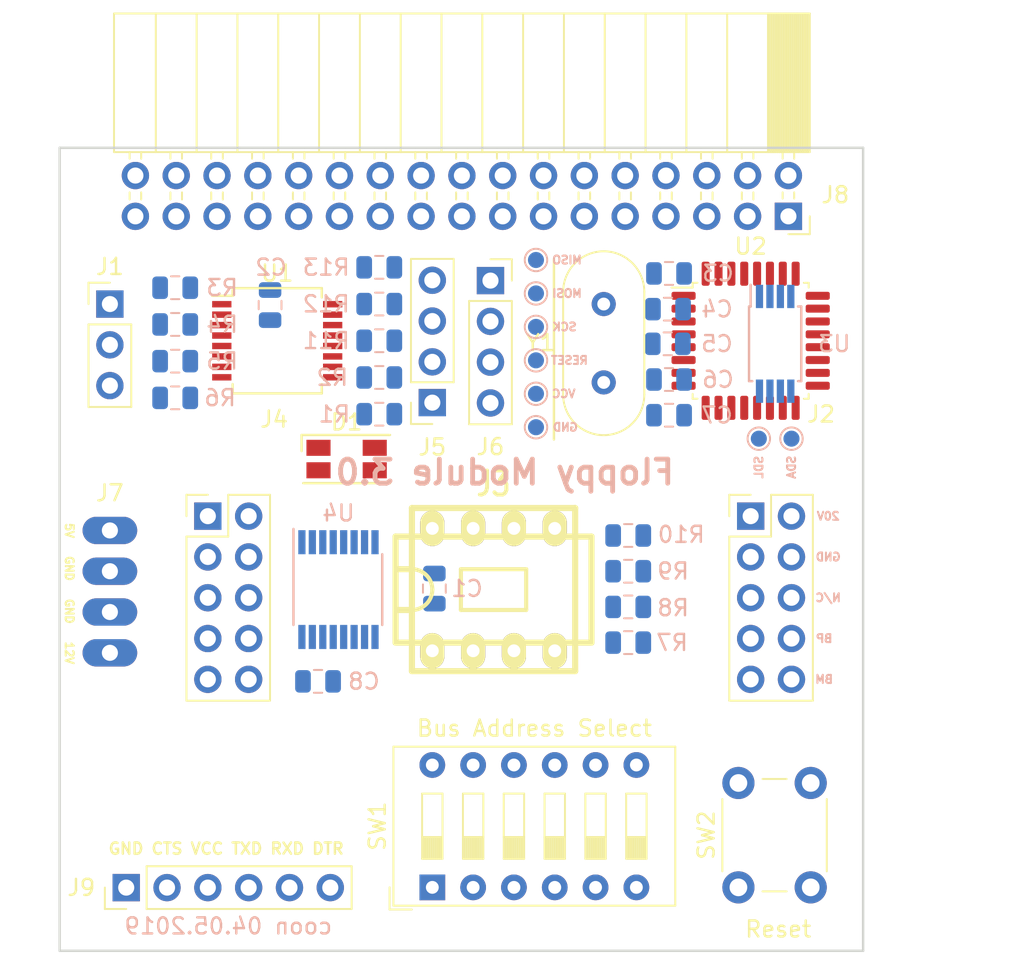
<source format=kicad_pcb>
(kicad_pcb (version 20171130) (host pcbnew 5.1.2)

  (general
    (thickness 1.6)
    (drawings 18)
    (tracks 0)
    (zones 0)
    (modules 47)
    (nets 36)
  )

  (page A4)
  (layers
    (0 F.Cu signal)
    (31 B.Cu signal)
    (32 B.Adhes user)
    (33 F.Adhes user)
    (34 B.Paste user)
    (35 F.Paste user)
    (36 B.SilkS user)
    (37 F.SilkS user)
    (38 B.Mask user)
    (39 F.Mask user)
    (40 Dwgs.User user)
    (41 Cmts.User user)
    (42 Eco1.User user)
    (43 Eco2.User user)
    (44 Edge.Cuts user)
    (45 Margin user)
    (46 B.CrtYd user)
    (47 F.CrtYd user)
    (48 B.Fab user)
    (49 F.Fab user)
  )

  (setup
    (last_trace_width 0.25)
    (trace_clearance 0.2)
    (zone_clearance 0.508)
    (zone_45_only no)
    (trace_min 0.2)
    (via_size 0.6)
    (via_drill 0.4)
    (via_min_size 0.4)
    (via_min_drill 0.3)
    (uvia_size 0.3)
    (uvia_drill 0.1)
    (uvias_allowed no)
    (uvia_min_size 0.2)
    (uvia_min_drill 0.1)
    (edge_width 0.15)
    (segment_width 0.2)
    (pcb_text_width 0.3)
    (pcb_text_size 1.5 1.5)
    (mod_edge_width 0.15)
    (mod_text_size 1 1)
    (mod_text_width 0.15)
    (pad_size 1.524 1.524)
    (pad_drill 0.762)
    (pad_to_mask_clearance 0.2)
    (solder_mask_min_width 0.25)
    (aux_axis_origin 0 0)
    (visible_elements FFFFFF7F)
    (pcbplotparams
      (layerselection 0x00030_80000001)
      (usegerberextensions false)
      (usegerberattributes false)
      (usegerberadvancedattributes false)
      (creategerberjobfile false)
      (excludeedgelayer true)
      (linewidth 0.100000)
      (plotframeref false)
      (viasonmask false)
      (mode 1)
      (useauxorigin false)
      (hpglpennumber 1)
      (hpglpenspeed 20)
      (hpglpendiameter 15.000000)
      (psnegative false)
      (psa4output false)
      (plotreference true)
      (plotvalue true)
      (plotinvisibletext false)
      (padsonsilk false)
      (subtractmaskfromsilk false)
      (outputformat 1)
      (mirror false)
      (drillshape 1)
      (scaleselection 1)
      (outputdirectory ""))
  )

  (net 0 "")
  (net 1 "Net-(J9-Pad4)")
  (net 2 VCC)
  (net 3 GND)
  (net 4 /Bus/BUS_POWER)
  (net 5 /5V_ISP)
  (net 6 /5V_BUS)
  (net 7 /MCU/RX)
  (net 8 /Bus/RX)
  (net 9 /Floppy/12V_BUS)
  (net 10 /Floppy/DRIVE_SELECT)
  (net 11 /Floppy/DIRECTION)
  (net 12 /Floppy/STEP)
  (net 13 /Floppy/TRK00)
  (net 14 "Net-(J9-Pad5)")
  (net 15 "Net-(R1-Pad1)")
  (net 16 "Net-(R2-Pad1)")
  (net 17 "Net-(R3-Pad1)")
  (net 18 "Net-(R4-Pad1)")
  (net 19 "Net-(R5-Pad1)")
  (net 20 "Net-(R6-Pad1)")
  (net 21 "Net-(R10-Pad1)")
  (net 22 /Floppy/LATCH_ADDR)
  (net 23 /Floppy/MISO)
  (net 24 /Floppy/SCK)
  (net 25 "Net-(C4-Pad2)")
  (net 26 /MCU/SDA)
  (net 27 /MCU/SCL)
  (net 28 "Net-(D1-Pad4)")
  (net 29 /Led/MOSI)
  (net 30 /Led/LATCH_LED)
  (net 31 "Net-(C3-Pad2)")
  (net 32 "Net-(C5-Pad1)")
  (net 33 /MCU/RESET)
  (net 34 /Bus/BP)
  (net 35 /Bus/BM)

  (net_class Default "This is the default net class."
    (clearance 0.2)
    (trace_width 0.25)
    (via_dia 0.6)
    (via_drill 0.4)
    (uvia_dia 0.3)
    (uvia_drill 0.1)
    (add_net /5V_BUS)
    (add_net /5V_ISP)
    (add_net /Bus/BM)
    (add_net /Bus/BP)
    (add_net /Bus/BUS_POWER)
    (add_net /Bus/RX)
    (add_net /Floppy/12V_BUS)
    (add_net /Floppy/DIRECTION)
    (add_net /Floppy/DRIVE_SELECT)
    (add_net /Floppy/LATCH_ADDR)
    (add_net /Floppy/MISO)
    (add_net /Floppy/SCK)
    (add_net /Floppy/STEP)
    (add_net /Floppy/TRK00)
    (add_net /Led/LATCH_LED)
    (add_net /Led/MOSI)
    (add_net /MCU/RESET)
    (add_net /MCU/RX)
    (add_net /MCU/SCL)
    (add_net /MCU/SDA)
    (add_net GND)
    (add_net "Net-(C3-Pad2)")
    (add_net "Net-(C4-Pad2)")
    (add_net "Net-(C5-Pad1)")
    (add_net "Net-(D1-Pad4)")
    (add_net "Net-(J9-Pad4)")
    (add_net "Net-(J9-Pad5)")
    (add_net "Net-(R1-Pad1)")
    (add_net "Net-(R10-Pad1)")
    (add_net "Net-(R2-Pad1)")
    (add_net "Net-(R3-Pad1)")
    (add_net "Net-(R4-Pad1)")
    (add_net "Net-(R5-Pad1)")
    (add_net "Net-(R6-Pad1)")
    (add_net VCC)
  )

  (module logo:logo (layer B.Cu) (tedit 0) (tstamp 5CDFACD3)
    (at 108.966 138.684 180)
    (fp_text reference G*** (at 0 0 180) (layer B.SilkS) hide
      (effects (font (size 1.524 1.524) (thickness 0.3)) (justify mirror))
    )
    (fp_text value LOGO (at 0.75 0 180) (layer B.SilkS) hide
      (effects (font (size 1.524 1.524) (thickness 0.3)) (justify mirror))
    )
    (fp_poly (pts (xy 4.362595 4.363974) (xy 5.49523 3.231339) (xy 5.371211 3.103384) (xy 5.295574 3.029249)
      (xy 5.241171 2.983062) (xy 5.226877 2.975429) (xy 5.197796 3.000276) (xy 5.12281 3.071346)
      (xy 5.007218 3.183433) (xy 4.856316 3.331333) (xy 4.675402 3.509839) (xy 4.469774 3.713746)
      (xy 4.244729 3.937848) (xy 4.082335 4.100093) (xy 2.95811 5.224758) (xy 3.229961 5.496609)
      (xy 4.362595 4.363974)) (layer B.Mask) (width 0.01))
    (fp_poly (pts (xy 3.322481 4.462904) (xy 3.454326 4.389398) (xy 3.611858 4.263796) (xy 3.804717 4.084008)
      (xy 3.819753 4.069374) (xy 4.21151 3.687342) (xy 3.984466 3.458261) (xy 3.757421 3.22918)
      (xy 4.064124 2.920876) (xy 4.213533 2.775152) (xy 4.324606 2.67972) (xy 4.406289 2.629817)
      (xy 4.467531 2.620681) (xy 4.517279 2.647551) (xy 4.537379 2.669006) (xy 4.55251 2.702045)
      (xy 4.540366 2.745046) (xy 4.493666 2.809053) (xy 4.405129 2.905112) (xy 4.333933 2.977655)
      (xy 4.083651 3.22987) (xy 4.377521 3.52374) (xy 4.632777 3.255023) (xy 4.788074 3.076926)
      (xy 4.883041 2.926808) (xy 4.918787 2.794022) (xy 4.896422 2.667927) (xy 4.817056 2.537877)
      (xy 4.718871 2.429415) (xy 4.585404 2.312007) (xy 4.468698 2.251047) (xy 4.350352 2.239495)
      (xy 4.263569 2.255216) (xy 4.200994 2.29011) (xy 4.095675 2.373967) (xy 3.946308 2.507969)
      (xy 3.751592 2.6933) (xy 3.510223 2.931143) (xy 3.419928 3.021541) (xy 2.685143 3.759611)
      (xy 2.685143 3.931676) (xy 2.688074 3.990895) (xy 3.057058 3.990895) (xy 3.095951 3.912967)
      (xy 3.18273 3.806966) (xy 3.291296 3.693646) (xy 3.534593 3.448471) (xy 3.703673 3.607313)
      (xy 3.432634 3.878352) (xy 3.308948 3.999556) (xy 3.224109 4.074728) (xy 3.167608 4.111045)
      (xy 3.128941 4.115682) (xy 3.104798 4.102252) (xy 3.061517 4.050681) (xy 3.057058 3.990895)
      (xy 2.688074 3.990895) (xy 2.689999 4.029775) (xy 2.712637 4.104195) (xy 2.765161 4.179005)
      (xy 2.859205 4.277804) (xy 2.984686 4.391765) (xy 3.0973 4.461996) (xy 3.206686 4.486406)
      (xy 3.322481 4.462904)) (layer B.Mask) (width 0.01))
    (fp_poly (pts (xy 3.375433 2.700749) (xy 3.630056 2.445102) (xy 3.838098 2.235386) (xy 4.004263 2.066189)
      (xy 4.133256 1.932096) (xy 4.229781 1.827693) (xy 4.298542 1.747569) (xy 4.344245 1.686308)
      (xy 4.371593 1.638497) (xy 4.385292 1.598722) (xy 4.390046 1.56157) (xy 4.390571 1.532609)
      (xy 4.355803 1.345962) (xy 4.257112 1.178793) (xy 4.102915 1.044808) (xy 4.083927 1.03327)
      (xy 3.953246 0.968474) (xy 3.845852 0.950726) (xy 3.732122 0.977405) (xy 3.683 0.997791)
      (xy 3.588899 1.055175) (xy 3.485828 1.139802) (xy 3.456224 1.168905) (xy 3.338306 1.291577)
      (xy 3.481767 1.431664) (xy 3.625229 1.57175) (xy 3.774564 1.436835) (xy 3.884714 1.349445)
      (xy 3.959415 1.321366) (xy 4.004286 1.352074) (xy 4.021809 1.413815) (xy 4.013002 1.472952)
      (xy 3.966083 1.550671) (xy 3.873718 1.65762) (xy 3.805143 1.728472) (xy 3.67492 1.855599)
      (xy 3.587383 1.929863) (xy 3.538231 1.953711) (xy 3.523163 1.929588) (xy 3.530875 1.884383)
      (xy 3.530445 1.756524) (xy 3.474889 1.635455) (xy 3.378317 1.549712) (xy 3.361483 1.541794)
      (xy 3.276273 1.51516) (xy 3.201832 1.524311) (xy 3.12143 1.560821) (xy 3.05162 1.60983)
      (xy 2.944561 1.700974) (xy 2.808895 1.825456) (xy 2.653264 1.974482) (xy 2.486309 2.139257)
      (xy 2.316672 2.310985) (xy 2.152996 2.480871) (xy 2.003921 2.64012) (xy 1.878089 2.779938)
      (xy 1.784142 2.891528) (xy 1.730722 2.966096) (xy 1.722319 2.984765) (xy 1.724885 3.107667)
      (xy 1.738268 3.132361) (xy 2.183455 3.132361) (xy 2.195676 3.076265) (xy 2.247357 2.99371)
      (xy 2.341988 2.879207) (xy 2.483062 2.727269) (xy 2.674071 2.532407) (xy 2.690593 2.515824)
      (xy 2.890194 2.318672) (xy 3.046653 2.172126) (xy 3.165293 2.072776) (xy 3.251437 2.017212)
      (xy 3.310409 2.002026) (xy 3.347532 2.023808) (xy 3.368129 2.079147) (xy 3.368602 2.081573)
      (xy 3.348167 2.130625) (xy 3.283101 2.218466) (xy 3.182917 2.335581) (xy 3.057125 2.472453)
      (xy 2.91524 2.619568) (xy 2.766771 2.767409) (xy 2.621233 2.906463) (xy 2.488137 3.027213)
      (xy 2.376994 3.120145) (xy 2.297318 3.175742) (xy 2.263417 3.187127) (xy 2.207199 3.167486)
      (xy 2.183455 3.132361) (xy 1.738268 3.132361) (xy 1.783889 3.216538) (xy 1.883216 3.295744)
      (xy 2.006749 3.329651) (xy 2.072718 3.324699) (xy 2.154847 3.31959) (xy 2.173734 3.34835)
      (xy 2.132995 3.404205) (xy 2.117606 3.442252) (xy 2.145075 3.496789) (xy 2.222509 3.581759)
      (xy 2.224571 3.583819) (xy 2.360294 3.719286) (xy 3.375433 2.700749)) (layer B.Mask) (width 0.01))
    (fp_poly (pts (xy 1.48862 2.766026) (xy 1.573233 2.720957) (xy 1.681379 2.638246) (xy 1.820569 2.512707)
      (xy 1.99831 2.339156) (xy 2.0495 2.287809) (xy 2.411714 1.923067) (xy 2.142656 1.654009)
      (xy 1.79886 1.991158) (xy 1.631533 2.149202) (xy 1.505136 2.253423) (xy 1.414756 2.306255)
      (xy 1.355478 2.310132) (xy 1.32239 2.26749) (xy 1.314365 2.231201) (xy 1.328209 2.191758)
      (xy 1.378742 2.120904) (xy 1.469059 2.015218) (xy 1.602258 1.871276) (xy 1.781437 1.685657)
      (xy 2.009691 1.454937) (xy 2.084837 1.379773) (xy 2.865372 0.600546) (xy 2.731607 0.463559)
      (xy 2.652987 0.386626) (xy 2.595483 0.336927) (xy 2.577715 0.326572) (xy 2.548247 0.351321)
      (xy 2.473631 0.421643) (xy 2.359889 0.531647) (xy 2.213041 0.675444) (xy 2.039109 0.847142)
      (xy 1.844113 1.040853) (xy 1.677936 1.206772) (xy 1.470824 1.415084) (xy 1.281073 1.607993)
      (xy 1.11459 1.779336) (xy 0.977279 1.922947) (xy 0.875049 2.032661) (xy 0.813805 2.102313)
      (xy 0.798285 2.12494) (xy 0.822422 2.170998) (xy 0.883476 2.243751) (xy 0.919549 2.28044)
      (xy 0.996216 2.349518) (xy 1.042701 2.37148) (xy 1.07744 2.35309) (xy 1.087278 2.341987)
      (xy 1.141595 2.291822) (xy 1.168791 2.307158) (xy 1.170487 2.389423) (xy 1.167999 2.413264)
      (xy 1.18327 2.562772) (xy 1.257355 2.6893) (xy 1.359965 2.763975) (xy 1.420034 2.778637)
      (xy 1.48862 2.766026)) (layer B.Mask) (width 0.01))
    (fp_poly (pts (xy 0.242737 2.197244) (xy 0.296093 2.164791) (xy 0.39193 2.08695) (xy 0.522858 1.971055)
      (xy 0.681489 1.824442) (xy 0.860435 1.654446) (xy 1.052308 1.468402) (xy 1.249717 1.273644)
      (xy 1.445276 1.077508) (xy 1.631596 0.887328) (xy 1.801288 0.71044) (xy 1.946964 0.554179)
      (xy 2.061235 0.42588) (xy 2.136713 0.332877) (xy 2.163598 0.290286) (xy 2.199313 0.118104)
      (xy 2.166195 -0.058584) (xy 2.082325 -0.207595) (xy 1.922954 -0.376128) (xy 1.750491 -0.48435)
      (xy 1.573442 -0.529091) (xy 1.400309 -0.507181) (xy 1.342571 -0.483357) (xy 1.279599 -0.439032)
      (xy 1.174599 -0.350158) (xy 1.03564 -0.224695) (xy 0.87079 -0.070601) (xy 0.688116 0.104163)
      (xy 0.495688 0.291638) (xy 0.301573 0.483866) (xy 0.113838 0.672887) (xy -0.059446 0.850743)
      (xy -0.210214 1.009473) (xy -0.330396 1.141118) (xy -0.411925 1.23772) (xy -0.436569 1.271777)
      (xy -0.523053 1.449691) (xy -0.544286 1.582172) (xy -0.529364 1.666168) (xy -0.131412 1.666168)
      (xy -0.130949 1.609012) (xy -0.098144 1.56051) (xy -0.020969 1.471025) (xy 0.093036 1.347961)
      (xy 0.236329 1.198725) (xy 0.401371 1.030719) (xy 0.580622 0.85135) (xy 0.766541 0.668022)
      (xy 0.951588 0.488141) (xy 1.128223 0.31911) (xy 1.288905 0.168336) (xy 1.426094 0.043222)
      (xy 1.53225 -0.048826) (xy 1.599832 -0.100403) (xy 1.618336 -0.108857) (xy 1.700636 -0.088214)
      (xy 1.734457 -0.065314) (xy 1.771727 0.006374) (xy 1.778 0.049267) (xy 1.753236 0.090597)
      (xy 1.683888 0.174958) (xy 1.577374 0.294759) (xy 1.441111 0.442409) (xy 1.282515 0.610317)
      (xy 1.109003 0.790893) (xy 0.927993 0.976546) (xy 0.7469 1.159684) (xy 0.573143 1.332716)
      (xy 0.414137 1.488053) (xy 0.277301 1.618102) (xy 0.17005 1.715273) (xy 0.099802 1.771975)
      (xy 0.086888 1.780048) (xy 0.015172 1.807731) (xy -0.040071 1.787183) (xy -0.077629 1.752784)
      (xy -0.131412 1.666168) (xy -0.529364 1.666168) (xy -0.510633 1.7716) (xy -0.418575 1.939736)
      (xy -0.281457 2.076147) (xy -0.112627 2.170404) (xy 0.074566 2.212073) (xy 0.242737 2.197244)) (layer B.Mask) (width 0.01))
    (fp_poly (pts (xy -0.364775 0.926471) (xy -0.32982 0.890151) (xy -0.261208 0.807853) (xy -0.16852 0.691887)
      (xy -0.061339 0.554561) (xy 0.050755 0.408181) (xy 0.158181 0.265056) (xy 0.251357 0.137495)
      (xy 0.272143 0.108289) (xy 0.320239 0.042836) (xy 0.40255 -0.066487) (xy 0.508841 -0.206185)
      (xy 0.628873 -0.362766) (xy 0.671285 -0.417827) (xy 0.791633 -0.57443) (xy 0.899775 -0.716188)
      (xy 0.986147 -0.830491) (xy 1.041187 -0.904725) (xy 1.051726 -0.919555) (xy 1.103548 -0.991137)
      (xy 1.180602 -1.09348) (xy 1.240871 -1.171759) (xy 1.352436 -1.341298) (xy 1.401155 -1.487035)
      (xy 1.388745 -1.618308) (xy 1.340445 -1.712758) (xy 1.262573 -1.817824) (xy 1.179757 -1.916701)
      (xy 1.106735 -1.993062) (xy 1.058244 -2.03058) (xy 1.052285 -2.032) (xy 1.014956 -2.008221)
      (xy 0.950647 -1.949199) (xy 0.932074 -1.930229) (xy 0.86039 -1.847481) (xy 0.841167 -1.787892)
      (xy 0.872824 -1.726191) (xy 0.916214 -1.676963) (xy 0.997857 -1.589392) (xy 0.834571 -1.443199)
      (xy 0.72319 -1.347849) (xy 0.613157 -1.260555) (xy 0.557102 -1.220003) (xy 0.499023 -1.178556)
      (xy 0.391625 -1.099693) (xy 0.243465 -0.989783) (xy 0.063095 -0.855194) (xy -0.140928 -0.702298)
      (xy -0.360049 -0.537464) (xy -0.396699 -0.509834) (xy -1.236316 0.123331) (xy -0.950516 0.409131)
      (xy -0.829044 0.325117) (xy -0.74044 0.259356) (xy -0.621784 0.165506) (xy -0.497762 0.063122)
      (xy -0.489857 0.05643) (xy -0.352978 -0.058131) (xy -0.207461 -0.177524) (xy -0.090715 -0.271204)
      (xy 0.016063 -0.360233) (xy 0.15247 -0.480844) (xy 0.296639 -0.613484) (xy 0.369426 -0.682655)
      (xy 0.487161 -0.791466) (xy 0.588312 -0.876453) (xy 0.660414 -0.927644) (xy 0.688355 -0.937738)
      (xy 0.678588 -0.90796) (xy 0.626647 -0.833608) (xy 0.53949 -0.723519) (xy 0.424075 -0.586531)
      (xy 0.306762 -0.453095) (xy 0.150013 -0.275583) (xy -0.006368 -0.094269) (xy -0.148759 0.074763)
      (xy -0.263537 0.215431) (xy -0.311177 0.276483) (xy -0.405686 0.398076) (xy -0.489305 0.500492)
      (xy -0.548514 0.567363) (xy -0.562081 0.580283) (xy -0.608681 0.648158) (xy -0.616857 0.687083)
      (xy -0.593024 0.750332) (xy -0.534959 0.824154) (xy -0.462812 0.889413) (xy -0.396734 0.926973)
      (xy -0.364775 0.926471)) (layer B.Mask) (width 0.01))
    (fp_poly (pts (xy -1.325444 -0.030845) (xy -1.277881 -0.045112) (xy -1.222088 -0.075075) (xy -1.152185 -0.125795)
      (xy -1.062293 -0.202333) (xy -0.946531 -0.309749) (xy -0.79902 -0.453104) (xy -0.61388 -0.637459)
      (xy -0.385231 -0.867874) (xy -0.335643 -0.918027) (xy -0.119436 -1.137593) (xy 0.050473 -1.312497)
      (xy 0.179467 -1.449022) (xy 0.272931 -1.553455) (xy 0.336246 -1.632078) (xy 0.374798 -1.691178)
      (xy 0.393969 -1.737039) (xy 0.399143 -1.775813) (xy 0.366412 -1.907178) (xy 0.278274 -2.00728)
      (xy 0.149815 -2.062111) (xy 0.0842 -2.068285) (xy -0.052613 -2.068285) (xy 0.217901 -2.340616)
      (xy 0.488414 -2.612947) (xy 0.198818 -2.902543) (xy -0.917345 -1.785943) (xy -2.033509 -0.669344)
      (xy -1.92034 -0.558837) (xy -1.481862 -0.558837) (xy -1.460799 -0.603201) (xy -1.395127 -0.688588)
      (xy -1.293261 -0.806474) (xy -1.163616 -0.948331) (xy -1.014606 -1.105635) (xy -0.854646 -1.26986)
      (xy -0.69215 -1.432481) (xy -0.535534 -1.584971) (xy -0.393213 -1.718805) (xy -0.2736 -1.825457)
      (xy -0.18511 -1.896402) (xy -0.136159 -1.923114) (xy -0.135311 -1.923143) (xy -0.068599 -1.894804)
      (xy -0.04807 -1.865227) (xy -0.066454 -1.824327) (xy -0.129511 -1.742097) (xy -0.229009 -1.626878)
      (xy -0.356713 -1.487014) (xy -0.50439 -1.330846) (xy -0.663806 -1.166718) (xy -0.826729 -1.002971)
      (xy -0.984924 -0.847949) (xy -1.130158 -0.709994) (xy -1.254197 -0.597449) (xy -1.348808 -0.518656)
      (xy -1.405757 -0.481957) (xy -1.414726 -0.480475) (xy -1.466143 -0.520375) (xy -1.481862 -0.558837)
      (xy -1.92034 -0.558837) (xy -1.893442 -0.532572) (xy -1.810014 -0.455589) (xy -1.758993 -0.425179)
      (xy -1.723945 -0.434237) (xy -1.706816 -0.4519) (xy -1.653958 -0.501497) (xy -1.626932 -0.48771)
      (xy -1.623003 -0.407722) (xy -1.626084 -0.368667) (xy -1.611178 -0.233904) (xy -1.549247 -0.120052)
      (xy -1.454243 -0.045758) (xy -1.370658 -0.027214) (xy -1.325444 -0.030845)) (layer B.Mask) (width 0.01))
    (fp_poly (pts (xy -2.182952 -0.909986) (xy -2.141835 -0.922034) (xy -2.092876 -0.948565) (xy -2.029944 -0.994858)
      (xy -1.946906 -1.066191) (xy -1.837631 -1.167843) (xy -1.695987 -1.305091) (xy -1.515843 -1.483214)
      (xy -1.291066 -1.707491) (xy -1.281564 -1.716992) (xy -1.053741 -1.945467) (xy -0.87255 -2.129118)
      (xy -0.732781 -2.273906) (xy -0.629226 -2.385793) (xy -0.556677 -2.47074) (xy -0.509925 -2.53471)
      (xy -0.483761 -2.583663) (xy -0.472977 -2.623562) (xy -0.471714 -2.643927) (xy -0.504504 -2.776343)
      (xy -0.592107 -2.878018) (xy -0.718375 -2.933414) (xy -0.778494 -2.939143) (xy -0.863121 -2.94569)
      (xy -0.905878 -2.961815) (xy -0.907143 -2.965504) (xy -0.883116 -3.000843) (xy -0.818395 -3.074813)
      (xy -0.724024 -3.175153) (xy -0.652712 -3.248005) (xy -0.398282 -3.504145) (xy -0.535651 -3.638282)
      (xy -0.673019 -3.772419) (xy -1.788693 -2.65631) (xy -2.904366 -1.540201) (xy -2.809432 -1.4475)
      (xy -2.352649 -1.4475) (xy -2.347827 -1.484001) (xy -2.320954 -1.535258) (xy -2.266705 -1.607441)
      (xy -2.179756 -1.706722) (xy -2.054781 -1.839272) (xy -1.886458 -2.011262) (xy -1.734642 -2.163772)
      (xy -1.516139 -2.38009) (xy -1.34159 -2.547005) (xy -1.205586 -2.668312) (xy -1.102721 -2.747805)
      (xy -1.027584 -2.78928) (xy -0.974768 -2.796531) (xy -0.938865 -2.773353) (xy -0.918927 -2.736084)
      (xy -0.937294 -2.695131) (xy -1.000348 -2.612861) (xy -1.099853 -2.497614) (xy -1.227575 -2.357732)
      (xy -1.37528 -2.201556) (xy -1.534733 -2.037428) (xy -1.697699 -1.873688) (xy -1.855945 -1.718678)
      (xy -2.001235 -1.58074) (xy -2.125335 -1.468214) (xy -2.22001 -1.389442) (xy -2.277027 -1.352765)
      (xy -2.286 -1.351286) (xy -2.332682 -1.390957) (xy -2.352649 -1.4475) (xy -2.809432 -1.4475)
      (xy -2.766129 -1.405216) (xy -2.684287 -1.328672) (xy -2.63417 -1.297493) (xy -2.597063 -1.304871)
      (xy -2.565803 -1.332319) (xy -2.526603 -1.365975) (xy -2.508732 -1.354003) (xy -2.503877 -1.284897)
      (xy -2.503715 -1.246383) (xy -2.477675 -1.087279) (xy -2.403956 -0.973946) (xy -2.289152 -0.914338)
      (xy -2.222359 -0.907143) (xy -2.182952 -0.909986)) (layer B.Mask) (width 0.01))
    (fp_poly (pts (xy -2.979458 -1.844928) (xy -2.926637 -1.86908) (xy -2.834491 -1.93843) (xy -2.700798 -2.054941)
      (xy -2.523336 -2.220577) (xy -2.299883 -2.437298) (xy -2.223329 -2.512785) (xy -2.038155 -2.697089)
      (xy -1.866773 -2.869797) (xy -1.717063 -3.022799) (xy -1.596903 -3.147987) (xy -1.514174 -3.23725)
      (xy -1.479567 -3.278264) (xy -1.41357 -3.427982) (xy -1.412753 -3.591472) (xy -1.476302 -3.752314)
      (xy -1.505112 -3.794105) (xy -1.660254 -3.951483) (xy -1.832603 -4.04179) (xy -1.976611 -4.063864)
      (xy -2.019893 -4.062052) (xy -2.061733 -4.052873) (xy -2.108664 -4.030845) (xy -2.167219 -3.990486)
      (xy -2.243929 -3.926312) (xy -2.345327 -3.832841) (xy -2.477945 -3.70459) (xy -2.648317 -3.536077)
      (xy -2.862974 -3.321819) (xy -2.874683 -3.310111) (xy -3.09131 -3.093128) (xy -3.261926 -2.92075)
      (xy -3.392012 -2.786442) (xy -3.487051 -2.683674) (xy -3.552526 -2.605912) (xy -3.593919 -2.546624)
      (xy -3.616714 -2.499278) (xy -3.626392 -2.457341) (xy -3.628436 -2.414281) (xy -3.628436 -2.412039)
      (xy -3.611236 -2.317299) (xy -3.265714 -2.317299) (xy -3.240699 -2.359768) (xy -3.171268 -2.443556)
      (xy -3.065843 -2.560237) (xy -2.932844 -2.701386) (xy -2.780692 -2.858576) (xy -2.61781 -3.023382)
      (xy -2.452619 -3.187378) (xy -2.293539 -3.342138) (xy -2.148991 -3.479238) (xy -2.027399 -3.59025)
      (xy -1.937181 -3.66675) (xy -1.886761 -3.700312) (xy -1.882597 -3.701143) (xy -1.811179 -3.67514)
      (xy -1.775953 -3.644248) (xy -1.767492 -3.621652) (xy -1.776916 -3.587902) (xy -1.809247 -3.537187)
      (xy -1.869507 -3.463699) (xy -1.962717 -3.36163) (xy -2.093899 -3.225171) (xy -2.268075 -3.048514)
      (xy -2.440329 -2.875757) (xy -2.653043 -2.663867) (xy -2.820946 -2.498957) (xy -2.949847 -2.376006)
      (xy -3.045554 -2.289994) (xy -3.113876 -2.235897) (xy -3.160621 -2.208695) (xy -3.191599 -2.203365)
      (xy -3.208819 -2.211381) (xy -3.256516 -2.277763) (xy -3.265714 -2.317299) (xy -3.611236 -2.317299)
      (xy -3.594756 -2.226535) (xy -3.501973 -2.066684) (xy -3.36192 -1.942827) (xy -3.186433 -1.865306)
      (xy -2.987344 -1.844463) (xy -2.979458 -1.844928)) (layer B.Mask) (width 0.01))
    (fp_poly (pts (xy -3.257405 -3.256026) (xy -2.12477 -4.388661) (xy -2.248789 -4.516616) (xy -2.324426 -4.590751)
      (xy -2.378829 -4.636938) (xy -2.393123 -4.644571) (xy -2.422204 -4.619724) (xy -2.49719 -4.548654)
      (xy -2.612782 -4.436567) (xy -2.763684 -4.288667) (xy -2.944598 -4.110161) (xy -3.150226 -3.906254)
      (xy -3.375271 -3.682152) (xy -3.537665 -3.519907) (xy -4.66189 -2.395242) (xy -4.390039 -2.123391)
      (xy -3.257405 -3.256026)) (layer B.Mask) (width 0.01))
    (fp_poly (pts (xy -4.608708 -2.630302) (xy -4.462484 -2.773086) (xy -4.670462 -2.983258) (xy -4.878441 -3.19343)
      (xy -4.301759 -3.773514) (xy -4.099851 -3.573713) (xy -3.897944 -3.373912) (xy -3.755661 -3.519623)
      (xy -3.613378 -3.665333) (xy -3.810633 -3.86507) (xy -4.007889 -4.064806) (xy -3.454823 -4.618737)
      (xy -2.901757 -5.172667) (xy -3.057895 -5.325905) (xy -3.143123 -5.407006) (xy -3.206456 -5.462555)
      (xy -3.231022 -5.479143) (xy -3.259399 -5.454304) (xy -3.333716 -5.383256) (xy -3.448694 -5.271201)
      (xy -3.599054 -5.123341) (xy -3.779517 -4.944881) (xy -3.984803 -4.741021) (xy -4.209634 -4.516965)
      (xy -4.372428 -4.354286) (xy -5.496845 -3.22943) (xy -5.125889 -2.858474) (xy -4.754933 -2.487517)
      (xy -4.608708 -2.630302)) (layer B.Mask) (width 0.01))
  )

  (module Capacitor_SMD:C_0805_2012Metric (layer B.Cu) (tedit 5B36C52B) (tstamp 5CCF263B)
    (at 113.0935 109.7915 270)
    (descr "Capacitor SMD 0805 (2012 Metric), square (rectangular) end terminal, IPC_7351 nominal, (Body size source: https://docs.google.com/spreadsheets/d/1BsfQQcO9C6DZCsRaXUlFlo91Tg2WpOkGARC1WS5S8t0/edit?usp=sharing), generated with kicad-footprint-generator")
    (tags capacitor)
    (path /5CD0EE48/5CD16AEF)
    (attr smd)
    (fp_text reference C2 (at -2.3495 -0.0635 180) (layer B.SilkS)
      (effects (font (size 1 1) (thickness 0.15)) (justify mirror))
    )
    (fp_text value 100nF (at 0 -1.65 90) (layer B.Fab)
      (effects (font (size 1 1) (thickness 0.15)) (justify mirror))
    )
    (fp_line (start -1 -0.6) (end -1 0.6) (layer B.Fab) (width 0.1))
    (fp_line (start -1 0.6) (end 1 0.6) (layer B.Fab) (width 0.1))
    (fp_line (start 1 0.6) (end 1 -0.6) (layer B.Fab) (width 0.1))
    (fp_line (start 1 -0.6) (end -1 -0.6) (layer B.Fab) (width 0.1))
    (fp_line (start -0.258578 0.71) (end 0.258578 0.71) (layer B.SilkS) (width 0.12))
    (fp_line (start -0.258578 -0.71) (end 0.258578 -0.71) (layer B.SilkS) (width 0.12))
    (fp_line (start -1.68 -0.95) (end -1.68 0.95) (layer B.CrtYd) (width 0.05))
    (fp_line (start -1.68 0.95) (end 1.68 0.95) (layer B.CrtYd) (width 0.05))
    (fp_line (start 1.68 0.95) (end 1.68 -0.95) (layer B.CrtYd) (width 0.05))
    (fp_line (start 1.68 -0.95) (end -1.68 -0.95) (layer B.CrtYd) (width 0.05))
    (fp_text user %R (at 0 0 90) (layer B.Fab)
      (effects (font (size 0.5 0.5) (thickness 0.08)) (justify mirror))
    )
    (pad 1 smd roundrect (at -0.9375 0 270) (size 0.975 1.4) (layers B.Cu B.Paste B.Mask) (roundrect_rratio 0.25)
      (net 2 VCC))
    (pad 2 smd roundrect (at 0.9375 0 270) (size 0.975 1.4) (layers B.Cu B.Paste B.Mask) (roundrect_rratio 0.25)
      (net 3 GND))
    (model ${KISYS3DMOD}/Capacitor_SMD.3dshapes/C_0805_2012Metric.wrl
      (at (xyz 0 0 0))
      (scale (xyz 1 1 1))
      (rotate (xyz 0 0 0))
    )
  )

  (module shrouded:Shrouded_Header_2x05_Pitch2.54mm (layer F.Cu) (tedit 5CC9C343) (tstamp 5CCAAA92)
    (at 143.002 122.936)
    (descr "Through hole straight pin header, 2x05, 2.54mm pitch, double rows")
    (tags "Through hole pin header THT 2x05 2.54mm double row")
    (path /5CD1E0A5/5D1AADEF)
    (fp_text reference J2 (at 4.3815 -6.35 180) (layer F.SilkS)
      (effects (font (size 1 1) (thickness 0.15)))
    )
    (fp_text value Floppy-Bus (at 1.27 12.49 180) (layer F.Fab)
      (effects (font (size 1 1) (thickness 0.15)))
    )
    (fp_line (start 0 -1.27) (end 3.81 -1.27) (layer F.Fab) (width 0.1))
    (fp_line (start 3.81 -1.27) (end 3.81 11.43) (layer F.Fab) (width 0.1))
    (fp_line (start 3.81 11.43) (end -1.27 11.43) (layer F.Fab) (width 0.1))
    (fp_line (start -1.27 11.43) (end -1.27 0) (layer F.Fab) (width 0.1))
    (fp_line (start -1.27 0) (end 0 -1.27) (layer F.Fab) (width 0.1))
    (fp_line (start -1.33 11.49) (end 3.87 11.49) (layer F.SilkS) (width 0.12))
    (fp_line (start -1.33 1.27) (end -1.33 11.49) (layer F.SilkS) (width 0.12))
    (fp_line (start 3.87 -1.33) (end 3.87 11.49) (layer F.SilkS) (width 0.12))
    (fp_line (start -1.33 1.27) (end 1.27 1.27) (layer F.SilkS) (width 0.12))
    (fp_line (start 1.27 1.27) (end 1.27 -1.33) (layer F.SilkS) (width 0.12))
    (fp_line (start 1.27 -1.33) (end 3.87 -1.33) (layer F.SilkS) (width 0.12))
    (fp_line (start -1.33 0) (end -1.33 -1.33) (layer F.SilkS) (width 0.12))
    (fp_line (start -1.33 -1.33) (end 0 -1.33) (layer F.SilkS) (width 0.12))
    (fp_line (start -1.8 -1.8) (end -1.8 11.95) (layer F.CrtYd) (width 0.05))
    (fp_line (start -1.8 11.95) (end 4.35 11.95) (layer F.CrtYd) (width 0.05))
    (fp_line (start 4.35 11.95) (end 4.35 -1.8) (layer F.CrtYd) (width 0.05))
    (fp_line (start 4.35 -1.8) (end -1.8 -1.8) (layer F.CrtYd) (width 0.05))
    (fp_text user %R (at 1.27 5.08 270) (layer F.Fab)
      (effects (font (size 1 1) (thickness 0.15)))
    )
    (pad 1 thru_hole rect (at 0 0) (size 1.7 1.7) (drill 1) (layers *.Cu *.Mask)
      (net 4 /Bus/BUS_POWER))
    (pad 2 thru_hole oval (at 2.54 0) (size 1.7 1.7) (drill 1) (layers *.Cu *.Mask)
      (net 4 /Bus/BUS_POWER))
    (pad 3 thru_hole oval (at 0 2.54) (size 1.7 1.7) (drill 1) (layers *.Cu *.Mask)
      (net 3 GND))
    (pad 4 thru_hole oval (at 2.54 2.54) (size 1.7 1.7) (drill 1) (layers *.Cu *.Mask)
      (net 3 GND))
    (pad 5 thru_hole oval (at 0 5.08) (size 1.7 1.7) (drill 1) (layers *.Cu *.Mask))
    (pad 6 thru_hole oval (at 2.54 5.08) (size 1.7 1.7) (drill 1) (layers *.Cu *.Mask))
    (pad 7 thru_hole oval (at 0 7.62) (size 1.7 1.7) (drill 1) (layers *.Cu *.Mask)
      (net 34 /Bus/BP))
    (pad 8 thru_hole oval (at 2.54 7.62) (size 1.7 1.7) (drill 1) (layers *.Cu *.Mask)
      (net 34 /Bus/BP))
    (pad 9 thru_hole oval (at 0 10.16) (size 1.7 1.7) (drill 1) (layers *.Cu *.Mask)
      (net 35 /Bus/BM))
    (pad 10 thru_hole oval (at 2.54 10.16) (size 1.7 1.7) (drill 1) (layers *.Cu *.Mask)
      (net 35 /Bus/BM))
    (model ${KIPRJMOD}/3d/AB2_HDR_M05-2V-S-3M.wrl
      (offset (xyz 1.269999980926514 -5.079999923706055 0))
      (scale (xyz 0.4 0.4 0.4))
      (rotate (xyz 0 0 90))
    )
  )

  (module Connector_PinHeader_2.54mm:PinHeader_1x03_P2.54mm_Vertical (layer F.Cu) (tedit 59FED5CC) (tstamp 5CC9FB7B)
    (at 103.124 109.728)
    (descr "Through hole straight pin header, 1x03, 2.54mm pitch, single row")
    (tags "Through hole pin header THT 1x03 2.54mm single row")
    (path /5D19C0BF)
    (fp_text reference J1 (at 0 -2.33) (layer F.SilkS)
      (effects (font (size 1 1) (thickness 0.15)))
    )
    (fp_text value VCC_Power_Select (at 0 7.41) (layer F.Fab)
      (effects (font (size 1 1) (thickness 0.15)))
    )
    (fp_line (start -0.635 -1.27) (end 1.27 -1.27) (layer F.Fab) (width 0.1))
    (fp_line (start 1.27 -1.27) (end 1.27 6.35) (layer F.Fab) (width 0.1))
    (fp_line (start 1.27 6.35) (end -1.27 6.35) (layer F.Fab) (width 0.1))
    (fp_line (start -1.27 6.35) (end -1.27 -0.635) (layer F.Fab) (width 0.1))
    (fp_line (start -1.27 -0.635) (end -0.635 -1.27) (layer F.Fab) (width 0.1))
    (fp_line (start -1.33 6.41) (end 1.33 6.41) (layer F.SilkS) (width 0.12))
    (fp_line (start -1.33 1.27) (end -1.33 6.41) (layer F.SilkS) (width 0.12))
    (fp_line (start 1.33 1.27) (end 1.33 6.41) (layer F.SilkS) (width 0.12))
    (fp_line (start -1.33 1.27) (end 1.33 1.27) (layer F.SilkS) (width 0.12))
    (fp_line (start -1.33 0) (end -1.33 -1.33) (layer F.SilkS) (width 0.12))
    (fp_line (start -1.33 -1.33) (end 0 -1.33) (layer F.SilkS) (width 0.12))
    (fp_line (start -1.8 -1.8) (end -1.8 6.85) (layer F.CrtYd) (width 0.05))
    (fp_line (start -1.8 6.85) (end 1.8 6.85) (layer F.CrtYd) (width 0.05))
    (fp_line (start 1.8 6.85) (end 1.8 -1.8) (layer F.CrtYd) (width 0.05))
    (fp_line (start 1.8 -1.8) (end -1.8 -1.8) (layer F.CrtYd) (width 0.05))
    (fp_text user %R (at 0 2.54 90) (layer F.Fab)
      (effects (font (size 1 1) (thickness 0.15)))
    )
    (pad 1 thru_hole rect (at 0 0) (size 1.7 1.7) (drill 1) (layers *.Cu *.Mask)
      (net 5 /5V_ISP))
    (pad 2 thru_hole oval (at 0 2.54) (size 1.7 1.7) (drill 1) (layers *.Cu *.Mask)
      (net 2 VCC))
    (pad 3 thru_hole oval (at 0 5.08) (size 1.7 1.7) (drill 1) (layers *.Cu *.Mask)
      (net 6 /5V_BUS))
    (model ${KISYS3DMOD}/Connector_PinHeader_2.54mm.3dshapes/PinHeader_1x03_P2.54mm_Vertical.wrl
      (at (xyz 0 0 0))
      (scale (xyz 1 1 1))
      (rotate (xyz 0 0 0))
    )
  )

  (module shrouded:Shrouded_Header_2x05_Pitch2.54mm (layer F.Cu) (tedit 5B3E7191) (tstamp 5CC9FBD7)
    (at 109.22 122.936)
    (descr "Through hole straight pin header, 2x05, 2.54mm pitch, double rows")
    (tags "Through hole pin header THT 2x05 2.54mm double row")
    (path /5CD1E0A5/5D1ABE61)
    (fp_text reference J4 (at 4.1275 -6.0325) (layer F.SilkS)
      (effects (font (size 1 1) (thickness 0.15)))
    )
    (fp_text value Floppy-Bus (at 1.27 12.49) (layer F.Fab)
      (effects (font (size 1 1) (thickness 0.15)))
    )
    (fp_text user %R (at 1.27 5.08 90) (layer F.Fab)
      (effects (font (size 1 1) (thickness 0.15)))
    )
    (fp_line (start 4.35 -1.8) (end -1.8 -1.8) (layer F.CrtYd) (width 0.05))
    (fp_line (start 4.35 11.95) (end 4.35 -1.8) (layer F.CrtYd) (width 0.05))
    (fp_line (start -1.8 11.95) (end 4.35 11.95) (layer F.CrtYd) (width 0.05))
    (fp_line (start -1.8 -1.8) (end -1.8 11.95) (layer F.CrtYd) (width 0.05))
    (fp_line (start -1.33 -1.33) (end 0 -1.33) (layer F.SilkS) (width 0.12))
    (fp_line (start -1.33 0) (end -1.33 -1.33) (layer F.SilkS) (width 0.12))
    (fp_line (start 1.27 -1.33) (end 3.87 -1.33) (layer F.SilkS) (width 0.12))
    (fp_line (start 1.27 1.27) (end 1.27 -1.33) (layer F.SilkS) (width 0.12))
    (fp_line (start -1.33 1.27) (end 1.27 1.27) (layer F.SilkS) (width 0.12))
    (fp_line (start 3.87 -1.33) (end 3.87 11.49) (layer F.SilkS) (width 0.12))
    (fp_line (start -1.33 1.27) (end -1.33 11.49) (layer F.SilkS) (width 0.12))
    (fp_line (start -1.33 11.49) (end 3.87 11.49) (layer F.SilkS) (width 0.12))
    (fp_line (start -1.27 0) (end 0 -1.27) (layer F.Fab) (width 0.1))
    (fp_line (start -1.27 11.43) (end -1.27 0) (layer F.Fab) (width 0.1))
    (fp_line (start 3.81 11.43) (end -1.27 11.43) (layer F.Fab) (width 0.1))
    (fp_line (start 3.81 -1.27) (end 3.81 11.43) (layer F.Fab) (width 0.1))
    (fp_line (start 0 -1.27) (end 3.81 -1.27) (layer F.Fab) (width 0.1))
    (pad 10 thru_hole oval (at 2.54 10.16) (size 1.7 1.7) (drill 1) (layers *.Cu *.Mask)
      (net 35 /Bus/BM))
    (pad 9 thru_hole oval (at 0 10.16) (size 1.7 1.7) (drill 1) (layers *.Cu *.Mask)
      (net 35 /Bus/BM))
    (pad 8 thru_hole oval (at 2.54 7.62) (size 1.7 1.7) (drill 1) (layers *.Cu *.Mask)
      (net 34 /Bus/BP))
    (pad 7 thru_hole oval (at 0 7.62) (size 1.7 1.7) (drill 1) (layers *.Cu *.Mask)
      (net 34 /Bus/BP))
    (pad 6 thru_hole oval (at 2.54 5.08) (size 1.7 1.7) (drill 1) (layers *.Cu *.Mask))
    (pad 5 thru_hole oval (at 0 5.08) (size 1.7 1.7) (drill 1) (layers *.Cu *.Mask))
    (pad 4 thru_hole oval (at 2.54 2.54) (size 1.7 1.7) (drill 1) (layers *.Cu *.Mask)
      (net 3 GND))
    (pad 3 thru_hole oval (at 0 2.54) (size 1.7 1.7) (drill 1) (layers *.Cu *.Mask)
      (net 3 GND))
    (pad 2 thru_hole oval (at 2.54 0) (size 1.7 1.7) (drill 1) (layers *.Cu *.Mask)
      (net 4 /Bus/BUS_POWER))
    (pad 1 thru_hole rect (at 0 0) (size 1.7 1.7) (drill 1) (layers *.Cu *.Mask)
      (net 4 /Bus/BUS_POWER))
    (model ${KIPRJMOD}/3d/AB2_HDR_M05-2V-S-3M.wrl
      (offset (xyz 1.269999980926514 -5.079999923706055 0))
      (scale (xyz 0.4 0.4 0.4))
      (rotate (xyz 0 0 90))
    )
  )

  (module Connector_PinSocket_2.54mm:PinSocket_1x04_P2.54mm_Vertical (layer F.Cu) (tedit 5A19A429) (tstamp 5CCF110B)
    (at 123.19 115.8675 180)
    (descr "Through hole straight socket strip, 1x04, 2.54mm pitch, single row (from Kicad 4.0.7), script generated")
    (tags "Through hole socket strip THT 1x04 2.54mm single row")
    (path /5CD31258/5D19E626)
    (fp_text reference J5 (at 0 -2.77) (layer F.SilkS)
      (effects (font (size 1 1) (thickness 0.15)))
    )
    (fp_text value Buck-Converter-5V (at 0 10.39) (layer F.Fab)
      (effects (font (size 1 1) (thickness 0.15)))
    )
    (fp_line (start -1.27 -1.27) (end 0.635 -1.27) (layer F.Fab) (width 0.1))
    (fp_line (start 0.635 -1.27) (end 1.27 -0.635) (layer F.Fab) (width 0.1))
    (fp_line (start 1.27 -0.635) (end 1.27 8.89) (layer F.Fab) (width 0.1))
    (fp_line (start 1.27 8.89) (end -1.27 8.89) (layer F.Fab) (width 0.1))
    (fp_line (start -1.27 8.89) (end -1.27 -1.27) (layer F.Fab) (width 0.1))
    (fp_line (start -1.33 1.27) (end 1.33 1.27) (layer F.SilkS) (width 0.12))
    (fp_line (start -1.33 1.27) (end -1.33 8.95) (layer F.SilkS) (width 0.12))
    (fp_line (start -1.33 8.95) (end 1.33 8.95) (layer F.SilkS) (width 0.12))
    (fp_line (start 1.33 1.27) (end 1.33 8.95) (layer F.SilkS) (width 0.12))
    (fp_line (start 1.33 -1.33) (end 1.33 0) (layer F.SilkS) (width 0.12))
    (fp_line (start 0 -1.33) (end 1.33 -1.33) (layer F.SilkS) (width 0.12))
    (fp_line (start -1.8 -1.8) (end 1.75 -1.8) (layer F.CrtYd) (width 0.05))
    (fp_line (start 1.75 -1.8) (end 1.75 9.4) (layer F.CrtYd) (width 0.05))
    (fp_line (start 1.75 9.4) (end -1.8 9.4) (layer F.CrtYd) (width 0.05))
    (fp_line (start -1.8 9.4) (end -1.8 -1.8) (layer F.CrtYd) (width 0.05))
    (fp_text user %R (at 0 3.81 90) (layer F.Fab)
      (effects (font (size 1 1) (thickness 0.15)))
    )
    (pad 1 thru_hole rect (at 0 0 180) (size 1.7 1.7) (drill 1) (layers *.Cu *.Mask)
      (net 4 /Bus/BUS_POWER))
    (pad 2 thru_hole oval (at 0 2.54 180) (size 1.7 1.7) (drill 1) (layers *.Cu *.Mask)
      (net 4 /Bus/BUS_POWER))
    (pad 3 thru_hole oval (at 0 5.08 180) (size 1.7 1.7) (drill 1) (layers *.Cu *.Mask)
      (net 3 GND))
    (pad 4 thru_hole oval (at 0 7.62 180) (size 1.7 1.7) (drill 1) (layers *.Cu *.Mask)
      (net 6 /5V_BUS))
    (model ${KISYS3DMOD}/Connector_PinSocket_2.54mm.3dshapes/PinSocket_1x04_P2.54mm_Vertical.wrl
      (at (xyz 0 0 0))
      (scale (xyz 1 1 1))
      (rotate (xyz 0 0 0))
    )
  )

  (module Connector_PinSocket_2.54mm:PinSocket_1x04_P2.54mm_Vertical (layer F.Cu) (tedit 5A19A429) (tstamp 5CCEC531)
    (at 126.8095 108.2675)
    (descr "Through hole straight socket strip, 1x04, 2.54mm pitch, single row (from Kicad 4.0.7), script generated")
    (tags "Through hole socket strip THT 1x04 2.54mm single row")
    (path /5CD31258/5D19DC09)
    (fp_text reference J6 (at 0 10.3505) (layer F.SilkS)
      (effects (font (size 1 1) (thickness 0.15)))
    )
    (fp_text value Buck-Converter-12V (at 0 10.39) (layer F.Fab)
      (effects (font (size 1 1) (thickness 0.15)))
    )
    (fp_line (start -1.27 -1.27) (end 0.635 -1.27) (layer F.Fab) (width 0.1))
    (fp_line (start 0.635 -1.27) (end 1.27 -0.635) (layer F.Fab) (width 0.1))
    (fp_line (start 1.27 -0.635) (end 1.27 8.89) (layer F.Fab) (width 0.1))
    (fp_line (start 1.27 8.89) (end -1.27 8.89) (layer F.Fab) (width 0.1))
    (fp_line (start -1.27 8.89) (end -1.27 -1.27) (layer F.Fab) (width 0.1))
    (fp_line (start -1.33 1.27) (end 1.33 1.27) (layer F.SilkS) (width 0.12))
    (fp_line (start -1.33 1.27) (end -1.33 8.95) (layer F.SilkS) (width 0.12))
    (fp_line (start -1.33 8.95) (end 1.33 8.95) (layer F.SilkS) (width 0.12))
    (fp_line (start 1.33 1.27) (end 1.33 8.95) (layer F.SilkS) (width 0.12))
    (fp_line (start 1.33 -1.33) (end 1.33 0) (layer F.SilkS) (width 0.12))
    (fp_line (start 0 -1.33) (end 1.33 -1.33) (layer F.SilkS) (width 0.12))
    (fp_line (start -1.8 -1.8) (end 1.75 -1.8) (layer F.CrtYd) (width 0.05))
    (fp_line (start 1.75 -1.8) (end 1.75 9.4) (layer F.CrtYd) (width 0.05))
    (fp_line (start 1.75 9.4) (end -1.8 9.4) (layer F.CrtYd) (width 0.05))
    (fp_line (start -1.8 9.4) (end -1.8 -1.8) (layer F.CrtYd) (width 0.05))
    (fp_text user %R (at 0 3.81 90) (layer F.Fab)
      (effects (font (size 1 1) (thickness 0.15)))
    )
    (pad 1 thru_hole rect (at 0 0) (size 1.7 1.7) (drill 1) (layers *.Cu *.Mask)
      (net 4 /Bus/BUS_POWER))
    (pad 2 thru_hole oval (at 0 2.54) (size 1.7 1.7) (drill 1) (layers *.Cu *.Mask)
      (net 4 /Bus/BUS_POWER))
    (pad 3 thru_hole oval (at 0 5.08) (size 1.7 1.7) (drill 1) (layers *.Cu *.Mask)
      (net 3 GND))
    (pad 4 thru_hole oval (at 0 7.62) (size 1.7 1.7) (drill 1) (layers *.Cu *.Mask)
      (net 9 /Floppy/12V_BUS))
    (model ${KISYS3DMOD}/Connector_PinSocket_2.54mm.3dshapes/PinSocket_1x04_P2.54mm_Vertical.wrl
      (at (xyz 0 0 0))
      (scale (xyz 1 1 1))
      (rotate (xyz 0 0 0))
    )
  )

  (module floppy_power:Floppy_Power_1x04_Pitch2.54mm (layer F.Cu) (tedit 5B3D4015) (tstamp 5CC9FC13)
    (at 103.124 123.825)
    (descr "Through hole straight pin header, 1x04, 2.54mm pitch, single row")
    (tags "Through hole pin header THT 1x04 2.54mm single row")
    (path /5CD0EE48/5CEBDDC6)
    (fp_text reference J7 (at 0 -2.33) (layer F.SilkS)
      (effects (font (size 1 1) (thickness 0.15)))
    )
    (fp_text value Floppy-Power (at 0 9.95) (layer F.Fab)
      (effects (font (size 1 1) (thickness 0.15)))
    )
    (fp_line (start -1.8 -1.8) (end -1.8 9.4) (layer F.CrtYd) (width 0.05))
    (fp_line (start -1.8 9.4) (end 1.8 9.4) (layer F.CrtYd) (width 0.05))
    (fp_line (start 1.8 9.4) (end 1.8 -1.8) (layer F.CrtYd) (width 0.05))
    (fp_line (start 1.8 -1.8) (end -1.8 -1.8) (layer F.CrtYd) (width 0.05))
    (pad 1 thru_hole oval (at 0 0) (size 3.4 1.7) (drill 1) (layers *.Cu *.Mask)
      (net 6 /5V_BUS))
    (pad 2 thru_hole oval (at 0 2.54) (size 3.4 1.7) (drill 1) (layers *.Cu *.Mask)
      (net 3 GND))
    (pad 3 thru_hole oval (at 0 5.08) (size 3.4 1.7) (drill 1) (layers *.Cu *.Mask)
      (net 3 GND))
    (pad 4 thru_hole oval (at 0 7.62) (size 3.4 1.7) (drill 1) (layers *.Cu *.Mask)
      (net 9 /Floppy/12V_BUS))
  )

  (module Connector_PinHeader_2.54mm:PinHeader_1x06_P2.54mm_Vertical (layer F.Cu) (tedit 59FED5CC) (tstamp 5CC9FD56)
    (at 104.14 146.065001 90)
    (descr "Through hole straight pin header, 1x06, 2.54mm pitch, single row")
    (tags "Through hole pin header THT 1x06 2.54mm single row")
    (path /5CCFEC3E/5CCD774C)
    (fp_text reference J9 (at 0 -2.794 180) (layer F.SilkS)
      (effects (font (size 1 1) (thickness 0.15)))
    )
    (fp_text value FTDI (at 0 15.03 90) (layer F.Fab)
      (effects (font (size 1 1) (thickness 0.15)))
    )
    (fp_line (start -0.635 -1.27) (end 1.27 -1.27) (layer F.Fab) (width 0.1))
    (fp_line (start 1.27 -1.27) (end 1.27 13.97) (layer F.Fab) (width 0.1))
    (fp_line (start 1.27 13.97) (end -1.27 13.97) (layer F.Fab) (width 0.1))
    (fp_line (start -1.27 13.97) (end -1.27 -0.635) (layer F.Fab) (width 0.1))
    (fp_line (start -1.27 -0.635) (end -0.635 -1.27) (layer F.Fab) (width 0.1))
    (fp_line (start -1.33 14.03) (end 1.33 14.03) (layer F.SilkS) (width 0.12))
    (fp_line (start -1.33 1.27) (end -1.33 14.03) (layer F.SilkS) (width 0.12))
    (fp_line (start 1.33 1.27) (end 1.33 14.03) (layer F.SilkS) (width 0.12))
    (fp_line (start -1.33 1.27) (end 1.33 1.27) (layer F.SilkS) (width 0.12))
    (fp_line (start -1.33 0) (end -1.33 -1.33) (layer F.SilkS) (width 0.12))
    (fp_line (start -1.33 -1.33) (end 0 -1.33) (layer F.SilkS) (width 0.12))
    (fp_line (start -1.8 -1.8) (end -1.8 14.5) (layer F.CrtYd) (width 0.05))
    (fp_line (start -1.8 14.5) (end 1.8 14.5) (layer F.CrtYd) (width 0.05))
    (fp_line (start 1.8 14.5) (end 1.8 -1.8) (layer F.CrtYd) (width 0.05))
    (fp_line (start 1.8 -1.8) (end -1.8 -1.8) (layer F.CrtYd) (width 0.05))
    (fp_text user %R (at 0 6.35) (layer F.Fab)
      (effects (font (size 1 1) (thickness 0.15)))
    )
    (pad 1 thru_hole rect (at 0 0 90) (size 1.7 1.7) (drill 1) (layers *.Cu *.Mask)
      (net 3 GND))
    (pad 2 thru_hole oval (at 0 2.54 90) (size 1.7 1.7) (drill 1) (layers *.Cu *.Mask))
    (pad 3 thru_hole oval (at 0 5.08 90) (size 1.7 1.7) (drill 1) (layers *.Cu *.Mask)
      (net 5 /5V_ISP))
    (pad 4 thru_hole oval (at 0 7.62 90) (size 1.7 1.7) (drill 1) (layers *.Cu *.Mask)
      (net 1 "Net-(J9-Pad4)"))
    (pad 5 thru_hole oval (at 0 10.16 90) (size 1.7 1.7) (drill 1) (layers *.Cu *.Mask)
      (net 14 "Net-(J9-Pad5)"))
    (pad 6 thru_hole oval (at 0 12.7 90) (size 1.7 1.7) (drill 1) (layers *.Cu *.Mask)
      (net 31 "Net-(C3-Pad2)"))
    (model ${KISYS3DMOD}/Connector_PinHeader_2.54mm.3dshapes/PinHeader_1x06_P2.54mm_Vertical.wrl
      (at (xyz 0 0 0))
      (scale (xyz 1 1 1))
      (rotate (xyz 0 0 0))
    )
  )

  (module Button_Switch_THT:SW_DIP_SPSTx06_Slide_9.78x17.42mm_W7.62mm_P2.54mm (layer F.Cu) (tedit 5A4E1405) (tstamp 5CC9FF14)
    (at 123.19 146.05 90)
    (descr "6x-dip-switch SPST , Slide, row spacing 7.62 mm (300 mils), body size 9.78x17.42mm (see e.g. https://www.ctscorp.com/wp-content/uploads/206-208.pdf)")
    (tags "DIP Switch SPST Slide 7.62mm 300mil")
    (path /5CD0EE48/5D1F809D)
    (fp_text reference SW1 (at 3.81 -3.42 90) (layer F.SilkS)
      (effects (font (size 1 1) (thickness 0.15)))
    )
    (fp_text value "Bus Address Select" (at 3.81 16.12 90) (layer F.Fab)
      (effects (font (size 1 1) (thickness 0.15)))
    )
    (fp_line (start -0.08 -2.36) (end 8.7 -2.36) (layer F.Fab) (width 0.1))
    (fp_line (start 8.7 -2.36) (end 8.7 15.06) (layer F.Fab) (width 0.1))
    (fp_line (start 8.7 15.06) (end -1.08 15.06) (layer F.Fab) (width 0.1))
    (fp_line (start -1.08 15.06) (end -1.08 -1.36) (layer F.Fab) (width 0.1))
    (fp_line (start -1.08 -1.36) (end -0.08 -2.36) (layer F.Fab) (width 0.1))
    (fp_line (start 1.78 -0.635) (end 1.78 0.635) (layer F.Fab) (width 0.1))
    (fp_line (start 1.78 0.635) (end 5.84 0.635) (layer F.Fab) (width 0.1))
    (fp_line (start 5.84 0.635) (end 5.84 -0.635) (layer F.Fab) (width 0.1))
    (fp_line (start 5.84 -0.635) (end 1.78 -0.635) (layer F.Fab) (width 0.1))
    (fp_line (start 1.78 -0.535) (end 3.133333 -0.535) (layer F.Fab) (width 0.1))
    (fp_line (start 1.78 -0.435) (end 3.133333 -0.435) (layer F.Fab) (width 0.1))
    (fp_line (start 1.78 -0.335) (end 3.133333 -0.335) (layer F.Fab) (width 0.1))
    (fp_line (start 1.78 -0.235) (end 3.133333 -0.235) (layer F.Fab) (width 0.1))
    (fp_line (start 1.78 -0.135) (end 3.133333 -0.135) (layer F.Fab) (width 0.1))
    (fp_line (start 1.78 -0.035) (end 3.133333 -0.035) (layer F.Fab) (width 0.1))
    (fp_line (start 1.78 0.065) (end 3.133333 0.065) (layer F.Fab) (width 0.1))
    (fp_line (start 1.78 0.165) (end 3.133333 0.165) (layer F.Fab) (width 0.1))
    (fp_line (start 1.78 0.265) (end 3.133333 0.265) (layer F.Fab) (width 0.1))
    (fp_line (start 1.78 0.365) (end 3.133333 0.365) (layer F.Fab) (width 0.1))
    (fp_line (start 1.78 0.465) (end 3.133333 0.465) (layer F.Fab) (width 0.1))
    (fp_line (start 1.78 0.565) (end 3.133333 0.565) (layer F.Fab) (width 0.1))
    (fp_line (start 3.133333 -0.635) (end 3.133333 0.635) (layer F.Fab) (width 0.1))
    (fp_line (start 1.78 1.905) (end 1.78 3.175) (layer F.Fab) (width 0.1))
    (fp_line (start 1.78 3.175) (end 5.84 3.175) (layer F.Fab) (width 0.1))
    (fp_line (start 5.84 3.175) (end 5.84 1.905) (layer F.Fab) (width 0.1))
    (fp_line (start 5.84 1.905) (end 1.78 1.905) (layer F.Fab) (width 0.1))
    (fp_line (start 1.78 2.005) (end 3.133333 2.005) (layer F.Fab) (width 0.1))
    (fp_line (start 1.78 2.105) (end 3.133333 2.105) (layer F.Fab) (width 0.1))
    (fp_line (start 1.78 2.205) (end 3.133333 2.205) (layer F.Fab) (width 0.1))
    (fp_line (start 1.78 2.305) (end 3.133333 2.305) (layer F.Fab) (width 0.1))
    (fp_line (start 1.78 2.405) (end 3.133333 2.405) (layer F.Fab) (width 0.1))
    (fp_line (start 1.78 2.505) (end 3.133333 2.505) (layer F.Fab) (width 0.1))
    (fp_line (start 1.78 2.605) (end 3.133333 2.605) (layer F.Fab) (width 0.1))
    (fp_line (start 1.78 2.705) (end 3.133333 2.705) (layer F.Fab) (width 0.1))
    (fp_line (start 1.78 2.805) (end 3.133333 2.805) (layer F.Fab) (width 0.1))
    (fp_line (start 1.78 2.905) (end 3.133333 2.905) (layer F.Fab) (width 0.1))
    (fp_line (start 1.78 3.005) (end 3.133333 3.005) (layer F.Fab) (width 0.1))
    (fp_line (start 1.78 3.105) (end 3.133333 3.105) (layer F.Fab) (width 0.1))
    (fp_line (start 3.133333 1.905) (end 3.133333 3.175) (layer F.Fab) (width 0.1))
    (fp_line (start 1.78 4.445) (end 1.78 5.715) (layer F.Fab) (width 0.1))
    (fp_line (start 1.78 5.715) (end 5.84 5.715) (layer F.Fab) (width 0.1))
    (fp_line (start 5.84 5.715) (end 5.84 4.445) (layer F.Fab) (width 0.1))
    (fp_line (start 5.84 4.445) (end 1.78 4.445) (layer F.Fab) (width 0.1))
    (fp_line (start 1.78 4.545) (end 3.133333 4.545) (layer F.Fab) (width 0.1))
    (fp_line (start 1.78 4.645) (end 3.133333 4.645) (layer F.Fab) (width 0.1))
    (fp_line (start 1.78 4.745) (end 3.133333 4.745) (layer F.Fab) (width 0.1))
    (fp_line (start 1.78 4.845) (end 3.133333 4.845) (layer F.Fab) (width 0.1))
    (fp_line (start 1.78 4.945) (end 3.133333 4.945) (layer F.Fab) (width 0.1))
    (fp_line (start 1.78 5.045) (end 3.133333 5.045) (layer F.Fab) (width 0.1))
    (fp_line (start 1.78 5.145) (end 3.133333 5.145) (layer F.Fab) (width 0.1))
    (fp_line (start 1.78 5.245) (end 3.133333 5.245) (layer F.Fab) (width 0.1))
    (fp_line (start 1.78 5.345) (end 3.133333 5.345) (layer F.Fab) (width 0.1))
    (fp_line (start 1.78 5.445) (end 3.133333 5.445) (layer F.Fab) (width 0.1))
    (fp_line (start 1.78 5.545) (end 3.133333 5.545) (layer F.Fab) (width 0.1))
    (fp_line (start 1.78 5.645) (end 3.133333 5.645) (layer F.Fab) (width 0.1))
    (fp_line (start 3.133333 4.445) (end 3.133333 5.715) (layer F.Fab) (width 0.1))
    (fp_line (start 1.78 6.985) (end 1.78 8.255) (layer F.Fab) (width 0.1))
    (fp_line (start 1.78 8.255) (end 5.84 8.255) (layer F.Fab) (width 0.1))
    (fp_line (start 5.84 8.255) (end 5.84 6.985) (layer F.Fab) (width 0.1))
    (fp_line (start 5.84 6.985) (end 1.78 6.985) (layer F.Fab) (width 0.1))
    (fp_line (start 1.78 7.085) (end 3.133333 7.085) (layer F.Fab) (width 0.1))
    (fp_line (start 1.78 7.185) (end 3.133333 7.185) (layer F.Fab) (width 0.1))
    (fp_line (start 1.78 7.285) (end 3.133333 7.285) (layer F.Fab) (width 0.1))
    (fp_line (start 1.78 7.385) (end 3.133333 7.385) (layer F.Fab) (width 0.1))
    (fp_line (start 1.78 7.485) (end 3.133333 7.485) (layer F.Fab) (width 0.1))
    (fp_line (start 1.78 7.585) (end 3.133333 7.585) (layer F.Fab) (width 0.1))
    (fp_line (start 1.78 7.685) (end 3.133333 7.685) (layer F.Fab) (width 0.1))
    (fp_line (start 1.78 7.785) (end 3.133333 7.785) (layer F.Fab) (width 0.1))
    (fp_line (start 1.78 7.885) (end 3.133333 7.885) (layer F.Fab) (width 0.1))
    (fp_line (start 1.78 7.985) (end 3.133333 7.985) (layer F.Fab) (width 0.1))
    (fp_line (start 1.78 8.085) (end 3.133333 8.085) (layer F.Fab) (width 0.1))
    (fp_line (start 1.78 8.185) (end 3.133333 8.185) (layer F.Fab) (width 0.1))
    (fp_line (start 3.133333 6.985) (end 3.133333 8.255) (layer F.Fab) (width 0.1))
    (fp_line (start 1.78 9.525) (end 1.78 10.795) (layer F.Fab) (width 0.1))
    (fp_line (start 1.78 10.795) (end 5.84 10.795) (layer F.Fab) (width 0.1))
    (fp_line (start 5.84 10.795) (end 5.84 9.525) (layer F.Fab) (width 0.1))
    (fp_line (start 5.84 9.525) (end 1.78 9.525) (layer F.Fab) (width 0.1))
    (fp_line (start 1.78 9.625) (end 3.133333 9.625) (layer F.Fab) (width 0.1))
    (fp_line (start 1.78 9.725) (end 3.133333 9.725) (layer F.Fab) (width 0.1))
    (fp_line (start 1.78 9.825) (end 3.133333 9.825) (layer F.Fab) (width 0.1))
    (fp_line (start 1.78 9.925) (end 3.133333 9.925) (layer F.Fab) (width 0.1))
    (fp_line (start 1.78 10.025) (end 3.133333 10.025) (layer F.Fab) (width 0.1))
    (fp_line (start 1.78 10.125) (end 3.133333 10.125) (layer F.Fab) (width 0.1))
    (fp_line (start 1.78 10.225) (end 3.133333 10.225) (layer F.Fab) (width 0.1))
    (fp_line (start 1.78 10.325) (end 3.133333 10.325) (layer F.Fab) (width 0.1))
    (fp_line (start 1.78 10.425) (end 3.133333 10.425) (layer F.Fab) (width 0.1))
    (fp_line (start 1.78 10.525) (end 3.133333 10.525) (layer F.Fab) (width 0.1))
    (fp_line (start 1.78 10.625) (end 3.133333 10.625) (layer F.Fab) (width 0.1))
    (fp_line (start 1.78 10.725) (end 3.133333 10.725) (layer F.Fab) (width 0.1))
    (fp_line (start 3.133333 9.525) (end 3.133333 10.795) (layer F.Fab) (width 0.1))
    (fp_line (start 1.78 12.065) (end 1.78 13.335) (layer F.Fab) (width 0.1))
    (fp_line (start 1.78 13.335) (end 5.84 13.335) (layer F.Fab) (width 0.1))
    (fp_line (start 5.84 13.335) (end 5.84 12.065) (layer F.Fab) (width 0.1))
    (fp_line (start 5.84 12.065) (end 1.78 12.065) (layer F.Fab) (width 0.1))
    (fp_line (start 1.78 12.165) (end 3.133333 12.165) (layer F.Fab) (width 0.1))
    (fp_line (start 1.78 12.265) (end 3.133333 12.265) (layer F.Fab) (width 0.1))
    (fp_line (start 1.78 12.365) (end 3.133333 12.365) (layer F.Fab) (width 0.1))
    (fp_line (start 1.78 12.465) (end 3.133333 12.465) (layer F.Fab) (width 0.1))
    (fp_line (start 1.78 12.565) (end 3.133333 12.565) (layer F.Fab) (width 0.1))
    (fp_line (start 1.78 12.665) (end 3.133333 12.665) (layer F.Fab) (width 0.1))
    (fp_line (start 1.78 12.765) (end 3.133333 12.765) (layer F.Fab) (width 0.1))
    (fp_line (start 1.78 12.865) (end 3.133333 12.865) (layer F.Fab) (width 0.1))
    (fp_line (start 1.78 12.965) (end 3.133333 12.965) (layer F.Fab) (width 0.1))
    (fp_line (start 1.78 13.065) (end 3.133333 13.065) (layer F.Fab) (width 0.1))
    (fp_line (start 1.78 13.165) (end 3.133333 13.165) (layer F.Fab) (width 0.1))
    (fp_line (start 1.78 13.265) (end 3.133333 13.265) (layer F.Fab) (width 0.1))
    (fp_line (start 3.133333 12.065) (end 3.133333 13.335) (layer F.Fab) (width 0.1))
    (fp_line (start -1.14 -2.42) (end 8.76 -2.42) (layer F.SilkS) (width 0.12))
    (fp_line (start -1.14 15.12) (end 8.76 15.12) (layer F.SilkS) (width 0.12))
    (fp_line (start -1.14 -2.42) (end -1.14 15.12) (layer F.SilkS) (width 0.12))
    (fp_line (start 8.76 -2.42) (end 8.76 15.12) (layer F.SilkS) (width 0.12))
    (fp_line (start -1.38 -2.66) (end 0.004 -2.66) (layer F.SilkS) (width 0.12))
    (fp_line (start -1.38 -2.66) (end -1.38 -1.277) (layer F.SilkS) (width 0.12))
    (fp_line (start 1.78 -0.635) (end 1.78 0.635) (layer F.SilkS) (width 0.12))
    (fp_line (start 1.78 0.635) (end 5.84 0.635) (layer F.SilkS) (width 0.12))
    (fp_line (start 5.84 0.635) (end 5.84 -0.635) (layer F.SilkS) (width 0.12))
    (fp_line (start 5.84 -0.635) (end 1.78 -0.635) (layer F.SilkS) (width 0.12))
    (fp_line (start 1.78 -0.515) (end 3.133333 -0.515) (layer F.SilkS) (width 0.12))
    (fp_line (start 1.78 -0.395) (end 3.133333 -0.395) (layer F.SilkS) (width 0.12))
    (fp_line (start 1.78 -0.275) (end 3.133333 -0.275) (layer F.SilkS) (width 0.12))
    (fp_line (start 1.78 -0.155) (end 3.133333 -0.155) (layer F.SilkS) (width 0.12))
    (fp_line (start 1.78 -0.035) (end 3.133333 -0.035) (layer F.SilkS) (width 0.12))
    (fp_line (start 1.78 0.085) (end 3.133333 0.085) (layer F.SilkS) (width 0.12))
    (fp_line (start 1.78 0.205) (end 3.133333 0.205) (layer F.SilkS) (width 0.12))
    (fp_line (start 1.78 0.325) (end 3.133333 0.325) (layer F.SilkS) (width 0.12))
    (fp_line (start 1.78 0.445) (end 3.133333 0.445) (layer F.SilkS) (width 0.12))
    (fp_line (start 1.78 0.565) (end 3.133333 0.565) (layer F.SilkS) (width 0.12))
    (fp_line (start 3.133333 -0.635) (end 3.133333 0.635) (layer F.SilkS) (width 0.12))
    (fp_line (start 1.78 1.905) (end 1.78 3.175) (layer F.SilkS) (width 0.12))
    (fp_line (start 1.78 3.175) (end 5.84 3.175) (layer F.SilkS) (width 0.12))
    (fp_line (start 5.84 3.175) (end 5.84 1.905) (layer F.SilkS) (width 0.12))
    (fp_line (start 5.84 1.905) (end 1.78 1.905) (layer F.SilkS) (width 0.12))
    (fp_line (start 1.78 2.025) (end 3.133333 2.025) (layer F.SilkS) (width 0.12))
    (fp_line (start 1.78 2.145) (end 3.133333 2.145) (layer F.SilkS) (width 0.12))
    (fp_line (start 1.78 2.265) (end 3.133333 2.265) (layer F.SilkS) (width 0.12))
    (fp_line (start 1.78 2.385) (end 3.133333 2.385) (layer F.SilkS) (width 0.12))
    (fp_line (start 1.78 2.505) (end 3.133333 2.505) (layer F.SilkS) (width 0.12))
    (fp_line (start 1.78 2.625) (end 3.133333 2.625) (layer F.SilkS) (width 0.12))
    (fp_line (start 1.78 2.745) (end 3.133333 2.745) (layer F.SilkS) (width 0.12))
    (fp_line (start 1.78 2.865) (end 3.133333 2.865) (layer F.SilkS) (width 0.12))
    (fp_line (start 1.78 2.985) (end 3.133333 2.985) (layer F.SilkS) (width 0.12))
    (fp_line (start 1.78 3.105) (end 3.133333 3.105) (layer F.SilkS) (width 0.12))
    (fp_line (start 3.133333 1.905) (end 3.133333 3.175) (layer F.SilkS) (width 0.12))
    (fp_line (start 1.78 4.445) (end 1.78 5.715) (layer F.SilkS) (width 0.12))
    (fp_line (start 1.78 5.715) (end 5.84 5.715) (layer F.SilkS) (width 0.12))
    (fp_line (start 5.84 5.715) (end 5.84 4.445) (layer F.SilkS) (width 0.12))
    (fp_line (start 5.84 4.445) (end 1.78 4.445) (layer F.SilkS) (width 0.12))
    (fp_line (start 1.78 4.565) (end 3.133333 4.565) (layer F.SilkS) (width 0.12))
    (fp_line (start 1.78 4.685) (end 3.133333 4.685) (layer F.SilkS) (width 0.12))
    (fp_line (start 1.78 4.805) (end 3.133333 4.805) (layer F.SilkS) (width 0.12))
    (fp_line (start 1.78 4.925) (end 3.133333 4.925) (layer F.SilkS) (width 0.12))
    (fp_line (start 1.78 5.045) (end 3.133333 5.045) (layer F.SilkS) (width 0.12))
    (fp_line (start 1.78 5.165) (end 3.133333 5.165) (layer F.SilkS) (width 0.12))
    (fp_line (start 1.78 5.285) (end 3.133333 5.285) (layer F.SilkS) (width 0.12))
    (fp_line (start 1.78 5.405) (end 3.133333 5.405) (layer F.SilkS) (width 0.12))
    (fp_line (start 1.78 5.525) (end 3.133333 5.525) (layer F.SilkS) (width 0.12))
    (fp_line (start 1.78 5.645) (end 3.133333 5.645) (layer F.SilkS) (width 0.12))
    (fp_line (start 3.133333 4.445) (end 3.133333 5.715) (layer F.SilkS) (width 0.12))
    (fp_line (start 1.78 6.985) (end 1.78 8.255) (layer F.SilkS) (width 0.12))
    (fp_line (start 1.78 8.255) (end 5.84 8.255) (layer F.SilkS) (width 0.12))
    (fp_line (start 5.84 8.255) (end 5.84 6.985) (layer F.SilkS) (width 0.12))
    (fp_line (start 5.84 6.985) (end 1.78 6.985) (layer F.SilkS) (width 0.12))
    (fp_line (start 1.78 7.105) (end 3.133333 7.105) (layer F.SilkS) (width 0.12))
    (fp_line (start 1.78 7.225) (end 3.133333 7.225) (layer F.SilkS) (width 0.12))
    (fp_line (start 1.78 7.345) (end 3.133333 7.345) (layer F.SilkS) (width 0.12))
    (fp_line (start 1.78 7.465) (end 3.133333 7.465) (layer F.SilkS) (width 0.12))
    (fp_line (start 1.78 7.585) (end 3.133333 7.585) (layer F.SilkS) (width 0.12))
    (fp_line (start 1.78 7.705) (end 3.133333 7.705) (layer F.SilkS) (width 0.12))
    (fp_line (start 1.78 7.825) (end 3.133333 7.825) (layer F.SilkS) (width 0.12))
    (fp_line (start 1.78 7.945) (end 3.133333 7.945) (layer F.SilkS) (width 0.12))
    (fp_line (start 1.78 8.065) (end 3.133333 8.065) (layer F.SilkS) (width 0.12))
    (fp_line (start 1.78 8.185) (end 3.133333 8.185) (layer F.SilkS) (width 0.12))
    (fp_line (start 3.133333 6.985) (end 3.133333 8.255) (layer F.SilkS) (width 0.12))
    (fp_line (start 1.78 9.525) (end 1.78 10.795) (layer F.SilkS) (width 0.12))
    (fp_line (start 1.78 10.795) (end 5.84 10.795) (layer F.SilkS) (width 0.12))
    (fp_line (start 5.84 10.795) (end 5.84 9.525) (layer F.SilkS) (width 0.12))
    (fp_line (start 5.84 9.525) (end 1.78 9.525) (layer F.SilkS) (width 0.12))
    (fp_line (start 1.78 9.645) (end 3.133333 9.645) (layer F.SilkS) (width 0.12))
    (fp_line (start 1.78 9.765) (end 3.133333 9.765) (layer F.SilkS) (width 0.12))
    (fp_line (start 1.78 9.885) (end 3.133333 9.885) (layer F.SilkS) (width 0.12))
    (fp_line (start 1.78 10.005) (end 3.133333 10.005) (layer F.SilkS) (width 0.12))
    (fp_line (start 1.78 10.125) (end 3.133333 10.125) (layer F.SilkS) (width 0.12))
    (fp_line (start 1.78 10.245) (end 3.133333 10.245) (layer F.SilkS) (width 0.12))
    (fp_line (start 1.78 10.365) (end 3.133333 10.365) (layer F.SilkS) (width 0.12))
    (fp_line (start 1.78 10.485) (end 3.133333 10.485) (layer F.SilkS) (width 0.12))
    (fp_line (start 1.78 10.605) (end 3.133333 10.605) (layer F.SilkS) (width 0.12))
    (fp_line (start 1.78 10.725) (end 3.133333 10.725) (layer F.SilkS) (width 0.12))
    (fp_line (start 3.133333 9.525) (end 3.133333 10.795) (layer F.SilkS) (width 0.12))
    (fp_line (start 1.78 12.065) (end 1.78 13.335) (layer F.SilkS) (width 0.12))
    (fp_line (start 1.78 13.335) (end 5.84 13.335) (layer F.SilkS) (width 0.12))
    (fp_line (start 5.84 13.335) (end 5.84 12.065) (layer F.SilkS) (width 0.12))
    (fp_line (start 5.84 12.065) (end 1.78 12.065) (layer F.SilkS) (width 0.12))
    (fp_line (start 1.78 12.185) (end 3.133333 12.185) (layer F.SilkS) (width 0.12))
    (fp_line (start 1.78 12.305) (end 3.133333 12.305) (layer F.SilkS) (width 0.12))
    (fp_line (start 1.78 12.425) (end 3.133333 12.425) (layer F.SilkS) (width 0.12))
    (fp_line (start 1.78 12.545) (end 3.133333 12.545) (layer F.SilkS) (width 0.12))
    (fp_line (start 1.78 12.665) (end 3.133333 12.665) (layer F.SilkS) (width 0.12))
    (fp_line (start 1.78 12.785) (end 3.133333 12.785) (layer F.SilkS) (width 0.12))
    (fp_line (start 1.78 12.905) (end 3.133333 12.905) (layer F.SilkS) (width 0.12))
    (fp_line (start 1.78 13.025) (end 3.133333 13.025) (layer F.SilkS) (width 0.12))
    (fp_line (start 1.78 13.145) (end 3.133333 13.145) (layer F.SilkS) (width 0.12))
    (fp_line (start 1.78 13.265) (end 3.133333 13.265) (layer F.SilkS) (width 0.12))
    (fp_line (start 3.133333 12.065) (end 3.133333 13.335) (layer F.SilkS) (width 0.12))
    (fp_line (start -1.35 -2.7) (end -1.35 15.4) (layer F.CrtYd) (width 0.05))
    (fp_line (start -1.35 15.4) (end 8.95 15.4) (layer F.CrtYd) (width 0.05))
    (fp_line (start 8.95 15.4) (end 8.95 -2.7) (layer F.CrtYd) (width 0.05))
    (fp_line (start 8.95 -2.7) (end -1.35 -2.7) (layer F.CrtYd) (width 0.05))
    (fp_text user %R (at 7.27 6.35) (layer F.Fab)
      (effects (font (size 0.8 0.8) (thickness 0.12)))
    )
    (fp_text user on (at 5.365 -1.4975 90) (layer F.Fab)
      (effects (font (size 0.8 0.8) (thickness 0.12)))
    )
    (pad 1 thru_hole rect (at 0 0 90) (size 1.6 1.6) (drill 0.8) (layers *.Cu *.Mask)
      (net 2 VCC))
    (pad 7 thru_hole oval (at 7.62 12.7 90) (size 1.6 1.6) (drill 0.8) (layers *.Cu *.Mask)
      (net 15 "Net-(R1-Pad1)"))
    (pad 2 thru_hole oval (at 0 2.54 90) (size 1.6 1.6) (drill 0.8) (layers *.Cu *.Mask)
      (net 2 VCC))
    (pad 8 thru_hole oval (at 7.62 10.16 90) (size 1.6 1.6) (drill 0.8) (layers *.Cu *.Mask)
      (net 16 "Net-(R2-Pad1)"))
    (pad 3 thru_hole oval (at 0 5.08 90) (size 1.6 1.6) (drill 0.8) (layers *.Cu *.Mask)
      (net 2 VCC))
    (pad 9 thru_hole oval (at 7.62 7.62 90) (size 1.6 1.6) (drill 0.8) (layers *.Cu *.Mask)
      (net 17 "Net-(R3-Pad1)"))
    (pad 4 thru_hole oval (at 0 7.62 90) (size 1.6 1.6) (drill 0.8) (layers *.Cu *.Mask)
      (net 2 VCC))
    (pad 10 thru_hole oval (at 7.62 5.08 90) (size 1.6 1.6) (drill 0.8) (layers *.Cu *.Mask)
      (net 18 "Net-(R4-Pad1)"))
    (pad 5 thru_hole oval (at 0 10.16 90) (size 1.6 1.6) (drill 0.8) (layers *.Cu *.Mask)
      (net 2 VCC))
    (pad 11 thru_hole oval (at 7.62 2.54 90) (size 1.6 1.6) (drill 0.8) (layers *.Cu *.Mask)
      (net 19 "Net-(R5-Pad1)"))
    (pad 6 thru_hole oval (at 0 12.7 90) (size 1.6 1.6) (drill 0.8) (layers *.Cu *.Mask)
      (net 2 VCC))
    (pad 12 thru_hole oval (at 7.62 0 90) (size 1.6 1.6) (drill 0.8) (layers *.Cu *.Mask)
      (net 20 "Net-(R6-Pad1)"))
    (model ${KISYS3DMOD}/Button_Switch_THT.3dshapes/SW_DIP_SPSTx06_Slide_9.78x17.42mm_W7.62mm_P2.54mm.wrl
      (at (xyz 0 0 0))
      (scale (xyz 1 1 1))
      (rotate (xyz 0 0 90))
    )
  )

  (module Button_Switch_THT:SW_PUSH_6mm (layer F.Cu) (tedit 5A02FE31) (tstamp 5CC9FF33)
    (at 142.24 146.05 90)
    (descr https://www.omron.com/ecb/products/pdf/en-b3f.pdf)
    (tags "tact sw push 6mm")
    (path /5CCFEC3E/5CCED0CF)
    (fp_text reference SW2 (at 3.25 -2 90) (layer F.SilkS)
      (effects (font (size 1 1) (thickness 0.15)))
    )
    (fp_text value "Reset Button" (at 3.75 6.7 90) (layer F.Fab)
      (effects (font (size 1 1) (thickness 0.15)))
    )
    (fp_text user %R (at 3.25 2.25 90) (layer F.Fab)
      (effects (font (size 1 1) (thickness 0.15)))
    )
    (fp_line (start 3.25 -0.75) (end 6.25 -0.75) (layer F.Fab) (width 0.1))
    (fp_line (start 6.25 -0.75) (end 6.25 5.25) (layer F.Fab) (width 0.1))
    (fp_line (start 6.25 5.25) (end 0.25 5.25) (layer F.Fab) (width 0.1))
    (fp_line (start 0.25 5.25) (end 0.25 -0.75) (layer F.Fab) (width 0.1))
    (fp_line (start 0.25 -0.75) (end 3.25 -0.75) (layer F.Fab) (width 0.1))
    (fp_line (start 7.75 6) (end 8 6) (layer F.CrtYd) (width 0.05))
    (fp_line (start 8 6) (end 8 5.75) (layer F.CrtYd) (width 0.05))
    (fp_line (start 7.75 -1.5) (end 8 -1.5) (layer F.CrtYd) (width 0.05))
    (fp_line (start 8 -1.5) (end 8 -1.25) (layer F.CrtYd) (width 0.05))
    (fp_line (start -1.5 -1.25) (end -1.5 -1.5) (layer F.CrtYd) (width 0.05))
    (fp_line (start -1.5 -1.5) (end -1.25 -1.5) (layer F.CrtYd) (width 0.05))
    (fp_line (start -1.5 5.75) (end -1.5 6) (layer F.CrtYd) (width 0.05))
    (fp_line (start -1.5 6) (end -1.25 6) (layer F.CrtYd) (width 0.05))
    (fp_line (start -1.25 -1.5) (end 7.75 -1.5) (layer F.CrtYd) (width 0.05))
    (fp_line (start -1.5 5.75) (end -1.5 -1.25) (layer F.CrtYd) (width 0.05))
    (fp_line (start 7.75 6) (end -1.25 6) (layer F.CrtYd) (width 0.05))
    (fp_line (start 8 -1.25) (end 8 5.75) (layer F.CrtYd) (width 0.05))
    (fp_line (start 1 5.5) (end 5.5 5.5) (layer F.SilkS) (width 0.12))
    (fp_line (start -0.25 1.5) (end -0.25 3) (layer F.SilkS) (width 0.12))
    (fp_line (start 5.5 -1) (end 1 -1) (layer F.SilkS) (width 0.12))
    (fp_line (start 6.75 3) (end 6.75 1.5) (layer F.SilkS) (width 0.12))
    (fp_circle (center 3.25 2.25) (end 1.25 2.5) (layer F.Fab) (width 0.1))
    (pad 2 thru_hole circle (at 0 4.5 180) (size 2 2) (drill 1.1) (layers *.Cu *.Mask)
      (net 21 "Net-(R10-Pad1)"))
    (pad 1 thru_hole circle (at 0 0 180) (size 2 2) (drill 1.1) (layers *.Cu *.Mask)
      (net 33 /MCU/RESET))
    (pad 2 thru_hole circle (at 6.5 4.5 180) (size 2 2) (drill 1.1) (layers *.Cu *.Mask)
      (net 21 "Net-(R10-Pad1)"))
    (pad 1 thru_hole circle (at 6.5 0 180) (size 2 2) (drill 1.1) (layers *.Cu *.Mask)
      (net 33 /MCU/RESET))
    (model ${KISYS3DMOD}/Button_Switch_THT.3dshapes/SW_PUSH_6mm.wrl
      (at (xyz 0 0 0))
      (scale (xyz 1 1 1))
      (rotate (xyz 0 0 0))
    )
  )

  (module Package_SO:SSOP-16_5.3x6.2mm_P0.65mm (layer F.Cu) (tedit 5A02F25C) (tstamp 5CCC98CA)
    (at 113.538 112.014)
    (descr "SSOP16: plastic shrink small outline package; 16 leads; body width 5.3 mm; (see NXP SSOP-TSSOP-VSO-REFLOW.pdf and sot338-1_po.pdf)")
    (tags "SSOP 0.65")
    (path /5CD0EE48/5D1F8107)
    (attr smd)
    (fp_text reference U1 (at 0 -4.2) (layer F.SilkS)
      (effects (font (size 1 1) (thickness 0.15)))
    )
    (fp_text value 4021 (at 0 4.2) (layer F.Fab)
      (effects (font (size 1 1) (thickness 0.15)))
    )
    (fp_text user %R (at 0 0) (layer F.Fab)
      (effects (font (size 0.8 0.8) (thickness 0.15)))
    )
    (fp_line (start -2.775 -2.8) (end -4.05 -2.8) (layer F.SilkS) (width 0.15))
    (fp_line (start -2.775 3.275) (end 2.775 3.275) (layer F.SilkS) (width 0.15))
    (fp_line (start -2.775 -3.275) (end 2.775 -3.275) (layer F.SilkS) (width 0.15))
    (fp_line (start -2.775 3.275) (end -2.775 2.7) (layer F.SilkS) (width 0.15))
    (fp_line (start 2.775 3.275) (end 2.775 2.7) (layer F.SilkS) (width 0.15))
    (fp_line (start 2.775 -3.275) (end 2.775 -2.7) (layer F.SilkS) (width 0.15))
    (fp_line (start -2.775 -3.275) (end -2.775 -2.8) (layer F.SilkS) (width 0.15))
    (fp_line (start -4.3 3.45) (end 4.3 3.45) (layer F.CrtYd) (width 0.05))
    (fp_line (start -4.3 -3.45) (end 4.3 -3.45) (layer F.CrtYd) (width 0.05))
    (fp_line (start 4.3 -3.45) (end 4.3 3.45) (layer F.CrtYd) (width 0.05))
    (fp_line (start -4.3 -3.45) (end -4.3 3.45) (layer F.CrtYd) (width 0.05))
    (fp_line (start -2.65 -2.1) (end -1.65 -3.1) (layer F.Fab) (width 0.15))
    (fp_line (start -2.65 3.1) (end -2.65 -2.1) (layer F.Fab) (width 0.15))
    (fp_line (start 2.65 3.1) (end -2.65 3.1) (layer F.Fab) (width 0.15))
    (fp_line (start 2.65 -3.1) (end 2.65 3.1) (layer F.Fab) (width 0.15))
    (fp_line (start -1.65 -3.1) (end 2.65 -3.1) (layer F.Fab) (width 0.15))
    (pad 16 smd rect (at 3.45 -2.275) (size 1.2 0.4) (layers F.Cu F.Paste F.Mask)
      (net 2 VCC))
    (pad 15 smd rect (at 3.45 -1.625) (size 1.2 0.4) (layers F.Cu F.Paste F.Mask)
      (net 3 GND))
    (pad 14 smd rect (at 3.45 -0.975) (size 1.2 0.4) (layers F.Cu F.Paste F.Mask)
      (net 15 "Net-(R1-Pad1)"))
    (pad 13 smd rect (at 3.45 -0.325) (size 1.2 0.4) (layers F.Cu F.Paste F.Mask)
      (net 16 "Net-(R2-Pad1)"))
    (pad 12 smd rect (at 3.45 0.325) (size 1.2 0.4) (layers F.Cu F.Paste F.Mask))
    (pad 11 smd rect (at 3.45 0.975) (size 1.2 0.4) (layers F.Cu F.Paste F.Mask)
      (net 3 GND))
    (pad 10 smd rect (at 3.45 1.625) (size 1.2 0.4) (layers F.Cu F.Paste F.Mask)
      (net 24 /Floppy/SCK))
    (pad 9 smd rect (at 3.45 2.275) (size 1.2 0.4) (layers F.Cu F.Paste F.Mask)
      (net 22 /Floppy/LATCH_ADDR))
    (pad 8 smd rect (at -3.45 2.275) (size 1.2 0.4) (layers F.Cu F.Paste F.Mask)
      (net 3 GND))
    (pad 7 smd rect (at -3.45 1.625) (size 1.2 0.4) (layers F.Cu F.Paste F.Mask)
      (net 20 "Net-(R6-Pad1)"))
    (pad 6 smd rect (at -3.45 0.975) (size 1.2 0.4) (layers F.Cu F.Paste F.Mask)
      (net 19 "Net-(R5-Pad1)"))
    (pad 5 smd rect (at -3.45 0.325) (size 1.2 0.4) (layers F.Cu F.Paste F.Mask)
      (net 18 "Net-(R4-Pad1)"))
    (pad 4 smd rect (at -3.45 -0.325) (size 1.2 0.4) (layers F.Cu F.Paste F.Mask)
      (net 17 "Net-(R3-Pad1)"))
    (pad 3 smd rect (at -3.45 -0.975) (size 1.2 0.4) (layers F.Cu F.Paste F.Mask)
      (net 23 /Floppy/MISO))
    (pad 2 smd rect (at -3.45 -1.625) (size 1.2 0.4) (layers F.Cu F.Paste F.Mask))
    (pad 1 smd rect (at -3.45 -2.275) (size 1.2 0.4) (layers F.Cu F.Paste F.Mask)
      (net 3 GND))
    (model ${KISYS3DMOD}/Package_SO.3dshapes/SSOP-16_5.3x6.2mm_P0.65mm.wrl
      (at (xyz 0 0 0))
      (scale (xyz 1 1 1))
      (rotate (xyz 0 0 0))
    )
  )

  (module Package_QFP:LQFP-32_7x7mm_P0.8mm (layer F.Cu) (tedit 5C1823C9) (tstamp 5CCE6F05)
    (at 143.002 112.014)
    (descr "LQFP, 32 Pin (https://www.nxp.com/docs/en/package-information/SOT358-1.pdf), generated with kicad-footprint-generator ipc_gullwing_generator.py")
    (tags "LQFP QFP")
    (path /5CCFEC3E/5CC6668C)
    (attr smd)
    (fp_text reference U2 (at 0 -5.88) (layer F.SilkS)
      (effects (font (size 1 1) (thickness 0.15)))
    )
    (fp_text value ATMEGA328P-AU (at 0 5.88) (layer F.Fab)
      (effects (font (size 1 1) (thickness 0.15)))
    )
    (fp_line (start 3.31 3.61) (end 3.61 3.61) (layer F.SilkS) (width 0.12))
    (fp_line (start 3.61 3.61) (end 3.61 3.31) (layer F.SilkS) (width 0.12))
    (fp_line (start -3.31 3.61) (end -3.61 3.61) (layer F.SilkS) (width 0.12))
    (fp_line (start -3.61 3.61) (end -3.61 3.31) (layer F.SilkS) (width 0.12))
    (fp_line (start 3.31 -3.61) (end 3.61 -3.61) (layer F.SilkS) (width 0.12))
    (fp_line (start 3.61 -3.61) (end 3.61 -3.31) (layer F.SilkS) (width 0.12))
    (fp_line (start -3.31 -3.61) (end -3.61 -3.61) (layer F.SilkS) (width 0.12))
    (fp_line (start -3.61 -3.61) (end -3.61 -3.31) (layer F.SilkS) (width 0.12))
    (fp_line (start -3.61 -3.31) (end -4.925 -3.31) (layer F.SilkS) (width 0.12))
    (fp_line (start -2.5 -3.5) (end 3.5 -3.5) (layer F.Fab) (width 0.1))
    (fp_line (start 3.5 -3.5) (end 3.5 3.5) (layer F.Fab) (width 0.1))
    (fp_line (start 3.5 3.5) (end -3.5 3.5) (layer F.Fab) (width 0.1))
    (fp_line (start -3.5 3.5) (end -3.5 -2.5) (layer F.Fab) (width 0.1))
    (fp_line (start -3.5 -2.5) (end -2.5 -3.5) (layer F.Fab) (width 0.1))
    (fp_line (start 0 -5.18) (end -3.3 -5.18) (layer F.CrtYd) (width 0.05))
    (fp_line (start -3.3 -5.18) (end -3.3 -3.75) (layer F.CrtYd) (width 0.05))
    (fp_line (start -3.3 -3.75) (end -3.75 -3.75) (layer F.CrtYd) (width 0.05))
    (fp_line (start -3.75 -3.75) (end -3.75 -3.3) (layer F.CrtYd) (width 0.05))
    (fp_line (start -3.75 -3.3) (end -5.18 -3.3) (layer F.CrtYd) (width 0.05))
    (fp_line (start -5.18 -3.3) (end -5.18 0) (layer F.CrtYd) (width 0.05))
    (fp_line (start 0 -5.18) (end 3.3 -5.18) (layer F.CrtYd) (width 0.05))
    (fp_line (start 3.3 -5.18) (end 3.3 -3.75) (layer F.CrtYd) (width 0.05))
    (fp_line (start 3.3 -3.75) (end 3.75 -3.75) (layer F.CrtYd) (width 0.05))
    (fp_line (start 3.75 -3.75) (end 3.75 -3.3) (layer F.CrtYd) (width 0.05))
    (fp_line (start 3.75 -3.3) (end 5.18 -3.3) (layer F.CrtYd) (width 0.05))
    (fp_line (start 5.18 -3.3) (end 5.18 0) (layer F.CrtYd) (width 0.05))
    (fp_line (start 0 5.18) (end -3.3 5.18) (layer F.CrtYd) (width 0.05))
    (fp_line (start -3.3 5.18) (end -3.3 3.75) (layer F.CrtYd) (width 0.05))
    (fp_line (start -3.3 3.75) (end -3.75 3.75) (layer F.CrtYd) (width 0.05))
    (fp_line (start -3.75 3.75) (end -3.75 3.3) (layer F.CrtYd) (width 0.05))
    (fp_line (start -3.75 3.3) (end -5.18 3.3) (layer F.CrtYd) (width 0.05))
    (fp_line (start -5.18 3.3) (end -5.18 0) (layer F.CrtYd) (width 0.05))
    (fp_line (start 0 5.18) (end 3.3 5.18) (layer F.CrtYd) (width 0.05))
    (fp_line (start 3.3 5.18) (end 3.3 3.75) (layer F.CrtYd) (width 0.05))
    (fp_line (start 3.3 3.75) (end 3.75 3.75) (layer F.CrtYd) (width 0.05))
    (fp_line (start 3.75 3.75) (end 3.75 3.3) (layer F.CrtYd) (width 0.05))
    (fp_line (start 3.75 3.3) (end 5.18 3.3) (layer F.CrtYd) (width 0.05))
    (fp_line (start 5.18 3.3) (end 5.18 0) (layer F.CrtYd) (width 0.05))
    (fp_text user %R (at 0 0) (layer F.Fab)
      (effects (font (size 1 1) (thickness 0.15)))
    )
    (pad 1 smd roundrect (at -4.175 -2.8) (size 1.5 0.5) (layers F.Cu F.Paste F.Mask) (roundrect_rratio 0.25))
    (pad 2 smd roundrect (at -4.175 -2) (size 1.5 0.5) (layers F.Cu F.Paste F.Mask) (roundrect_rratio 0.25))
    (pad 3 smd roundrect (at -4.175 -1.2) (size 1.5 0.5) (layers F.Cu F.Paste F.Mask) (roundrect_rratio 0.25)
      (net 3 GND))
    (pad 4 smd roundrect (at -4.175 -0.4) (size 1.5 0.5) (layers F.Cu F.Paste F.Mask) (roundrect_rratio 0.25)
      (net 2 VCC))
    (pad 5 smd roundrect (at -4.175 0.4) (size 1.5 0.5) (layers F.Cu F.Paste F.Mask) (roundrect_rratio 0.25)
      (net 3 GND))
    (pad 6 smd roundrect (at -4.175 1.2) (size 1.5 0.5) (layers F.Cu F.Paste F.Mask) (roundrect_rratio 0.25)
      (net 2 VCC))
    (pad 7 smd roundrect (at -4.175 2) (size 1.5 0.5) (layers F.Cu F.Paste F.Mask) (roundrect_rratio 0.25)
      (net 25 "Net-(C4-Pad2)"))
    (pad 8 smd roundrect (at -4.175 2.8) (size 1.5 0.5) (layers F.Cu F.Paste F.Mask) (roundrect_rratio 0.25)
      (net 32 "Net-(C5-Pad1)"))
    (pad 9 smd roundrect (at -2.8 4.175) (size 0.5 1.5) (layers F.Cu F.Paste F.Mask) (roundrect_rratio 0.25))
    (pad 10 smd roundrect (at -2 4.175) (size 0.5 1.5) (layers F.Cu F.Paste F.Mask) (roundrect_rratio 0.25))
    (pad 11 smd roundrect (at -1.2 4.175) (size 0.5 1.5) (layers F.Cu F.Paste F.Mask) (roundrect_rratio 0.25))
    (pad 12 smd roundrect (at -0.4 4.175) (size 0.5 1.5) (layers F.Cu F.Paste F.Mask) (roundrect_rratio 0.25)
      (net 10 /Floppy/DRIVE_SELECT))
    (pad 13 smd roundrect (at 0.4 4.175) (size 0.5 1.5) (layers F.Cu F.Paste F.Mask) (roundrect_rratio 0.25)
      (net 11 /Floppy/DIRECTION))
    (pad 14 smd roundrect (at 1.2 4.175) (size 0.5 1.5) (layers F.Cu F.Paste F.Mask) (roundrect_rratio 0.25)
      (net 12 /Floppy/STEP))
    (pad 15 smd roundrect (at 2 4.175) (size 0.5 1.5) (layers F.Cu F.Paste F.Mask) (roundrect_rratio 0.25)
      (net 29 /Led/MOSI))
    (pad 16 smd roundrect (at 2.8 4.175) (size 0.5 1.5) (layers F.Cu F.Paste F.Mask) (roundrect_rratio 0.25)
      (net 23 /Floppy/MISO))
    (pad 17 smd roundrect (at 4.175 2.8) (size 1.5 0.5) (layers F.Cu F.Paste F.Mask) (roundrect_rratio 0.25)
      (net 24 /Floppy/SCK))
    (pad 18 smd roundrect (at 4.175 2) (size 1.5 0.5) (layers F.Cu F.Paste F.Mask) (roundrect_rratio 0.25)
      (net 2 VCC))
    (pad 19 smd roundrect (at 4.175 1.2) (size 1.5 0.5) (layers F.Cu F.Paste F.Mask) (roundrect_rratio 0.25))
    (pad 20 smd roundrect (at 4.175 0.4) (size 1.5 0.5) (layers F.Cu F.Paste F.Mask) (roundrect_rratio 0.25))
    (pad 21 smd roundrect (at 4.175 -0.4) (size 1.5 0.5) (layers F.Cu F.Paste F.Mask) (roundrect_rratio 0.25)
      (net 3 GND))
    (pad 22 smd roundrect (at 4.175 -1.2) (size 1.5 0.5) (layers F.Cu F.Paste F.Mask) (roundrect_rratio 0.25))
    (pad 23 smd roundrect (at 4.175 -2) (size 1.5 0.5) (layers F.Cu F.Paste F.Mask) (roundrect_rratio 0.25)
      (net 13 /Floppy/TRK00))
    (pad 24 smd roundrect (at 4.175 -2.8) (size 1.5 0.5) (layers F.Cu F.Paste F.Mask) (roundrect_rratio 0.25)
      (net 22 /Floppy/LATCH_ADDR))
    (pad 25 smd roundrect (at 2.8 -4.175) (size 0.5 1.5) (layers F.Cu F.Paste F.Mask) (roundrect_rratio 0.25)
      (net 30 /Led/LATCH_LED))
    (pad 26 smd roundrect (at 2 -4.175) (size 0.5 1.5) (layers F.Cu F.Paste F.Mask) (roundrect_rratio 0.25))
    (pad 27 smd roundrect (at 1.2 -4.175) (size 0.5 1.5) (layers F.Cu F.Paste F.Mask) (roundrect_rratio 0.25)
      (net 26 /MCU/SDA))
    (pad 28 smd roundrect (at 0.4 -4.175) (size 0.5 1.5) (layers F.Cu F.Paste F.Mask) (roundrect_rratio 0.25)
      (net 27 /MCU/SCL))
    (pad 29 smd roundrect (at -0.4 -4.175) (size 0.5 1.5) (layers F.Cu F.Paste F.Mask) (roundrect_rratio 0.25)
      (net 33 /MCU/RESET))
    (pad 30 smd roundrect (at -1.2 -4.175) (size 0.5 1.5) (layers F.Cu F.Paste F.Mask) (roundrect_rratio 0.25)
      (net 1 "Net-(J9-Pad4)"))
    (pad 31 smd roundrect (at -2 -4.175) (size 0.5 1.5) (layers F.Cu F.Paste F.Mask) (roundrect_rratio 0.25)
      (net 14 "Net-(J9-Pad5)"))
    (pad 32 smd roundrect (at -2.8 -4.175) (size 0.5 1.5) (layers F.Cu F.Paste F.Mask) (roundrect_rratio 0.25))
    (model ${KISYS3DMOD}/Package_QFP.3dshapes/LQFP-32_7x7mm_P0.8mm.wrl
      (at (xyz 0 0 0))
      (scale (xyz 1 1 1))
      (rotate (xyz 0 0 0))
    )
  )

  (module Crystal:Crystal_HC49-4H_Vertical (layer F.Cu) (tedit 5A1AD3B7) (tstamp 5CD20804)
    (at 133.858 109.728 270)
    (descr "Crystal THT HC-49-4H http://5hertz.com/pdfs/04404_D.pdf")
    (tags "THT crystalHC-49-4H")
    (path /5CCFEC3E/5CC66686)
    (fp_text reference Y1 (at 2.413 3.937 180) (layer F.SilkS)
      (effects (font (size 1 1) (thickness 0.15)))
    )
    (fp_text value "20 Mhz Crystal" (at 2.44 3.525 90) (layer F.Fab)
      (effects (font (size 1 1) (thickness 0.15)))
    )
    (fp_text user %R (at 2.44 0 90) (layer F.Fab)
      (effects (font (size 1 1) (thickness 0.15)))
    )
    (fp_line (start -0.76 -2.325) (end 5.64 -2.325) (layer F.Fab) (width 0.1))
    (fp_line (start -0.76 2.325) (end 5.64 2.325) (layer F.Fab) (width 0.1))
    (fp_line (start -0.56 -2) (end 5.44 -2) (layer F.Fab) (width 0.1))
    (fp_line (start -0.56 2) (end 5.44 2) (layer F.Fab) (width 0.1))
    (fp_line (start -0.76 -2.525) (end 5.64 -2.525) (layer F.SilkS) (width 0.12))
    (fp_line (start -0.76 2.525) (end 5.64 2.525) (layer F.SilkS) (width 0.12))
    (fp_line (start -3.6 -2.8) (end -3.6 2.8) (layer F.CrtYd) (width 0.05))
    (fp_line (start -3.6 2.8) (end 8.5 2.8) (layer F.CrtYd) (width 0.05))
    (fp_line (start 8.5 2.8) (end 8.5 -2.8) (layer F.CrtYd) (width 0.05))
    (fp_line (start 8.5 -2.8) (end -3.6 -2.8) (layer F.CrtYd) (width 0.05))
    (fp_arc (start -0.76 0) (end -0.76 -2.325) (angle -180) (layer F.Fab) (width 0.1))
    (fp_arc (start 5.64 0) (end 5.64 -2.325) (angle 180) (layer F.Fab) (width 0.1))
    (fp_arc (start -0.56 0) (end -0.56 -2) (angle -180) (layer F.Fab) (width 0.1))
    (fp_arc (start 5.44 0) (end 5.44 -2) (angle 180) (layer F.Fab) (width 0.1))
    (fp_arc (start -0.76 0) (end -0.76 -2.525) (angle -180) (layer F.SilkS) (width 0.12))
    (fp_arc (start 5.64 0) (end 5.64 -2.525) (angle 180) (layer F.SilkS) (width 0.12))
    (pad 1 thru_hole circle (at 0 0 270) (size 1.5 1.5) (drill 0.8) (layers *.Cu *.Mask)
      (net 32 "Net-(C5-Pad1)"))
    (pad 2 thru_hole circle (at 4.88 0 270) (size 1.5 1.5) (drill 0.8) (layers *.Cu *.Mask)
      (net 25 "Net-(C4-Pad2)"))
    (model ${KISYS3DMOD}/Crystal.3dshapes/Crystal_HC49-4H_Vertical.wrl
      (at (xyz 0 0 0))
      (scale (xyz 1 1 1))
      (rotate (xyz 0 0 0))
    )
  )

  (module Package_SO:TSSOP-8_4.4x3mm_P0.65mm (layer B.Cu) (tedit 5A02F25C) (tstamp 5CCC9801)
    (at 144.526 112.2045 270)
    (descr "8-Lead Plastic Thin Shrink Small Outline (ST)-4.4 mm Body [TSSOP] (see Microchip Packaging Specification 00000049BS.pdf)")
    (tags "SSOP 0.65")
    (path /5CCFEC3E/5CCCB27C)
    (attr smd)
    (fp_text reference U3 (at 0 -3.683) (layer B.SilkS)
      (effects (font (size 1 1) (thickness 0.15)) (justify mirror))
    )
    (fp_text value 24LC64 (at 0 -2.55 90) (layer B.Fab)
      (effects (font (size 1 1) (thickness 0.15)) (justify mirror))
    )
    (fp_text user %R (at 0 0 90) (layer B.Fab)
      (effects (font (size 0.7 0.7) (thickness 0.15)) (justify mirror))
    )
    (fp_line (start -2.325 1.525) (end -3.675 1.525) (layer B.SilkS) (width 0.15))
    (fp_line (start -2.325 -1.625) (end 2.325 -1.625) (layer B.SilkS) (width 0.15))
    (fp_line (start -2.325 1.625) (end 2.325 1.625) (layer B.SilkS) (width 0.15))
    (fp_line (start -2.325 -1.625) (end -2.325 -1.425) (layer B.SilkS) (width 0.15))
    (fp_line (start 2.325 -1.625) (end 2.325 -1.425) (layer B.SilkS) (width 0.15))
    (fp_line (start 2.325 1.625) (end 2.325 1.425) (layer B.SilkS) (width 0.15))
    (fp_line (start -2.325 1.625) (end -2.325 1.525) (layer B.SilkS) (width 0.15))
    (fp_line (start -3.95 -1.8) (end 3.95 -1.8) (layer B.CrtYd) (width 0.05))
    (fp_line (start -3.95 1.8) (end 3.95 1.8) (layer B.CrtYd) (width 0.05))
    (fp_line (start 3.95 1.8) (end 3.95 -1.8) (layer B.CrtYd) (width 0.05))
    (fp_line (start -3.95 1.8) (end -3.95 -1.8) (layer B.CrtYd) (width 0.05))
    (fp_line (start -2.2 0.5) (end -1.2 1.5) (layer B.Fab) (width 0.15))
    (fp_line (start -2.2 -1.5) (end -2.2 0.5) (layer B.Fab) (width 0.15))
    (fp_line (start 2.2 -1.5) (end -2.2 -1.5) (layer B.Fab) (width 0.15))
    (fp_line (start 2.2 1.5) (end 2.2 -1.5) (layer B.Fab) (width 0.15))
    (fp_line (start -1.2 1.5) (end 2.2 1.5) (layer B.Fab) (width 0.15))
    (pad 8 smd rect (at 2.95 0.975 270) (size 1.45 0.45) (layers B.Cu B.Paste B.Mask)
      (net 2 VCC))
    (pad 7 smd rect (at 2.95 0.325 270) (size 1.45 0.45) (layers B.Cu B.Paste B.Mask)
      (net 3 GND))
    (pad 6 smd rect (at 2.95 -0.325 270) (size 1.45 0.45) (layers B.Cu B.Paste B.Mask)
      (net 27 /MCU/SCL))
    (pad 5 smd rect (at 2.95 -0.975 270) (size 1.45 0.45) (layers B.Cu B.Paste B.Mask)
      (net 26 /MCU/SDA))
    (pad 4 smd rect (at -2.95 -0.975 270) (size 1.45 0.45) (layers B.Cu B.Paste B.Mask)
      (net 3 GND))
    (pad 3 smd rect (at -2.95 -0.325 270) (size 1.45 0.45) (layers B.Cu B.Paste B.Mask)
      (net 3 GND))
    (pad 2 smd rect (at -2.95 0.325 270) (size 1.45 0.45) (layers B.Cu B.Paste B.Mask)
      (net 3 GND))
    (pad 1 smd rect (at -2.95 0.975 270) (size 1.45 0.45) (layers B.Cu B.Paste B.Mask)
      (net 3 GND))
    (model ${KISYS3DMOD}/Package_SO.3dshapes/TSSOP-8_4.4x3mm_P0.65mm.wrl
      (at (xyz 0 0 0))
      (scale (xyz 1 1 1))
      (rotate (xyz 0 0 0))
    )
  )

  (module dil:dil_8-300_socket (layer F.Cu) (tedit 0) (tstamp 5CCEC80E)
    (at 127 127.508)
    (descr "IC, DIL8 x 0,3\", with socket")
    (tags DIL)
    (path /5CD1E0A5/5CF1EB96)
    (fp_text reference J3 (at 0 -6.6) (layer F.SilkS)
      (effects (font (size 1.5 1.2) (thickness 0.24)))
    )
    (fp_text value "MAX485 Socket" (at 0 6.6) (layer F.Fab)
      (effects (font (size 1.5 1.2) (thickness 0.24)))
    )
    (fp_line (start 2.032 1.27) (end -2.032 1.27) (layer F.SilkS) (width 0.254))
    (fp_line (start -2.032 -1.27) (end 2.032 -1.27) (layer F.SilkS) (width 0.254))
    (fp_line (start 5.08 5.08) (end -5.08 5.08) (layer F.SilkS) (width 0.381))
    (fp_line (start -6.096 3.302) (end 6.096 3.302) (layer F.SilkS) (width 0.381))
    (fp_line (start 5.08 -5.08) (end -5.08 -5.08) (layer F.SilkS) (width 0.381))
    (fp_line (start -6.096 -3.302) (end 6.096 -3.302) (layer F.SilkS) (width 0.381))
    (fp_arc (start -5.08 0) (end -5.08 -1.27) (angle 90) (layer F.SilkS) (width 0.254))
    (fp_arc (start -5.08 0) (end -3.81 0) (angle 90) (layer F.SilkS) (width 0.254))
    (fp_line (start -5.08 1.27) (end -6.096 1.27) (layer F.SilkS) (width 0.381))
    (fp_line (start -5.08 -1.27) (end -6.096 -1.27) (layer F.SilkS) (width 0.381))
    (fp_line (start -2.032 -1.27) (end -2.032 1.27) (layer F.SilkS) (width 0.254))
    (fp_line (start 2.032 1.27) (end 2.032 -1.27) (layer F.SilkS) (width 0.254))
    (fp_line (start 5.08 -5.08) (end 5.08 5.08) (layer F.SilkS) (width 0.381))
    (fp_line (start -5.08 5.08) (end -5.08 -5.08) (layer F.SilkS) (width 0.381))
    (fp_line (start 6.096 -3.302) (end 6.096 3.302) (layer F.SilkS) (width 0.381))
    (fp_line (start -6.096 3.302) (end -6.096 -3.302) (layer F.SilkS) (width 0.381))
    (pad 1 thru_hole oval (at -3.81 3.81) (size 1.5 2.2) (drill 0.8) (layers *.Cu *.Mask F.SilkS)
      (net 7 /MCU/RX))
    (pad 2 thru_hole oval (at -1.27 3.81) (size 1.5 2.2) (drill 0.8) (layers *.Cu *.Mask F.SilkS)
      (net 3 GND))
    (pad 3 thru_hole oval (at 1.27 3.81) (size 1.5 2.2) (drill 0.8) (layers *.Cu *.Mask F.SilkS)
      (net 3 GND))
    (pad 4 thru_hole oval (at 3.81 3.81) (size 1.5 2.2) (drill 0.8) (layers *.Cu *.Mask F.SilkS)
      (net 8 /Bus/RX))
    (pad 5 thru_hole oval (at 3.81 -3.81) (size 1.5 2.2) (drill 0.8) (layers *.Cu *.Mask F.SilkS)
      (net 3 GND))
    (pad 6 thru_hole oval (at 1.27 -3.81) (size 1.5 2.2) (drill 0.8) (layers *.Cu *.Mask F.SilkS)
      (net 34 /Bus/BP))
    (pad 7 thru_hole oval (at -1.27 -3.81) (size 1.5 2.2) (drill 0.8) (layers *.Cu *.Mask F.SilkS)
      (net 35 /Bus/BM))
    (pad 8 thru_hole oval (at -3.81 -3.81) (size 1.5 2.2) (drill 0.8) (layers *.Cu *.Mask F.SilkS)
      (net 2 VCC))
    (model ${KIPRJMOD}/3d/dil_8-300_socket.wrl
      (at (xyz 0 0 0))
      (scale (xyz 1 1 1))
      (rotate (xyz 0 0 0))
    )
  )

  (module Capacitor_SMD:C_0805_2012Metric (layer B.Cu) (tedit 5B36C52B) (tstamp 5CCF3320)
    (at 123.317 127.4445 270)
    (descr "Capacitor SMD 0805 (2012 Metric), square (rectangular) end terminal, IPC_7351 nominal, (Body size source: https://docs.google.com/spreadsheets/d/1BsfQQcO9C6DZCsRaXUlFlo91Tg2WpOkGARC1WS5S8t0/edit?usp=sharing), generated with kicad-footprint-generator")
    (tags capacitor)
    (path /5CD1E0A5/5D17F33C)
    (attr smd)
    (fp_text reference C1 (at 0 -2.032 180) (layer B.SilkS)
      (effects (font (size 1 1) (thickness 0.15)) (justify mirror))
    )
    (fp_text value 100nF (at 0 -1.65 90) (layer B.Fab)
      (effects (font (size 1 1) (thickness 0.15)) (justify mirror))
    )
    (fp_line (start -1 -0.6) (end -1 0.6) (layer B.Fab) (width 0.1))
    (fp_line (start -1 0.6) (end 1 0.6) (layer B.Fab) (width 0.1))
    (fp_line (start 1 0.6) (end 1 -0.6) (layer B.Fab) (width 0.1))
    (fp_line (start 1 -0.6) (end -1 -0.6) (layer B.Fab) (width 0.1))
    (fp_line (start -0.258578 0.71) (end 0.258578 0.71) (layer B.SilkS) (width 0.12))
    (fp_line (start -0.258578 -0.71) (end 0.258578 -0.71) (layer B.SilkS) (width 0.12))
    (fp_line (start -1.68 -0.95) (end -1.68 0.95) (layer B.CrtYd) (width 0.05))
    (fp_line (start -1.68 0.95) (end 1.68 0.95) (layer B.CrtYd) (width 0.05))
    (fp_line (start 1.68 0.95) (end 1.68 -0.95) (layer B.CrtYd) (width 0.05))
    (fp_line (start 1.68 -0.95) (end -1.68 -0.95) (layer B.CrtYd) (width 0.05))
    (fp_text user %R (at 0 0 90) (layer B.Fab)
      (effects (font (size 0.5 0.5) (thickness 0.08)) (justify mirror))
    )
    (pad 1 smd roundrect (at -0.9375 0 270) (size 0.975 1.4) (layers B.Cu B.Paste B.Mask) (roundrect_rratio 0.25)
      (net 2 VCC))
    (pad 2 smd roundrect (at 0.9375 0 270) (size 0.975 1.4) (layers B.Cu B.Paste B.Mask) (roundrect_rratio 0.25)
      (net 3 GND))
    (model ${KISYS3DMOD}/Capacitor_SMD.3dshapes/C_0805_2012Metric.wrl
      (at (xyz 0 0 0))
      (scale (xyz 1 1 1))
      (rotate (xyz 0 0 0))
    )
  )

  (module Capacitor_SMD:C_0805_2012Metric (layer B.Cu) (tedit 5B36C52B) (tstamp 5CCEC880)
    (at 137.922 107.823)
    (descr "Capacitor SMD 0805 (2012 Metric), square (rectangular) end terminal, IPC_7351 nominal, (Body size source: https://docs.google.com/spreadsheets/d/1BsfQQcO9C6DZCsRaXUlFlo91Tg2WpOkGARC1WS5S8t0/edit?usp=sharing), generated with kicad-footprint-generator")
    (tags capacitor)
    (path /5CCFEC3E/5CCED101)
    (attr smd)
    (fp_text reference C3 (at 3.048 0) (layer B.SilkS)
      (effects (font (size 1 1) (thickness 0.15)) (justify mirror))
    )
    (fp_text value 100nF (at 0 -1.65) (layer B.Fab)
      (effects (font (size 1 1) (thickness 0.15)) (justify mirror))
    )
    (fp_text user %R (at 0 0) (layer B.Fab)
      (effects (font (size 0.5 0.5) (thickness 0.08)) (justify mirror))
    )
    (fp_line (start 1.68 -0.95) (end -1.68 -0.95) (layer B.CrtYd) (width 0.05))
    (fp_line (start 1.68 0.95) (end 1.68 -0.95) (layer B.CrtYd) (width 0.05))
    (fp_line (start -1.68 0.95) (end 1.68 0.95) (layer B.CrtYd) (width 0.05))
    (fp_line (start -1.68 -0.95) (end -1.68 0.95) (layer B.CrtYd) (width 0.05))
    (fp_line (start -0.258578 -0.71) (end 0.258578 -0.71) (layer B.SilkS) (width 0.12))
    (fp_line (start -0.258578 0.71) (end 0.258578 0.71) (layer B.SilkS) (width 0.12))
    (fp_line (start 1 -0.6) (end -1 -0.6) (layer B.Fab) (width 0.1))
    (fp_line (start 1 0.6) (end 1 -0.6) (layer B.Fab) (width 0.1))
    (fp_line (start -1 0.6) (end 1 0.6) (layer B.Fab) (width 0.1))
    (fp_line (start -1 -0.6) (end -1 0.6) (layer B.Fab) (width 0.1))
    (pad 2 smd roundrect (at 0.9375 0) (size 0.975 1.4) (layers B.Cu B.Paste B.Mask) (roundrect_rratio 0.25)
      (net 31 "Net-(C3-Pad2)"))
    (pad 1 smd roundrect (at -0.9375 0) (size 0.975 1.4) (layers B.Cu B.Paste B.Mask) (roundrect_rratio 0.25)
      (net 33 /MCU/RESET))
    (model ${KISYS3DMOD}/Capacitor_SMD.3dshapes/C_0805_2012Metric.wrl
      (at (xyz 0 0 0))
      (scale (xyz 1 1 1))
      (rotate (xyz 0 0 0))
    )
  )

  (module Capacitor_SMD:C_0805_2012Metric (layer B.Cu) (tedit 5B36C52B) (tstamp 5CCDF154)
    (at 137.8585 110.0455 180)
    (descr "Capacitor SMD 0805 (2012 Metric), square (rectangular) end terminal, IPC_7351 nominal, (Body size source: https://docs.google.com/spreadsheets/d/1BsfQQcO9C6DZCsRaXUlFlo91Tg2WpOkGARC1WS5S8t0/edit?usp=sharing), generated with kicad-footprint-generator")
    (tags capacitor)
    (path /5CCFEC3E/5CC6666B)
    (attr smd)
    (fp_text reference C4 (at -3.048 0 180) (layer B.SilkS)
      (effects (font (size 1 1) (thickness 0.15)) (justify mirror))
    )
    (fp_text value 22pF (at 0 -1.65) (layer B.Fab)
      (effects (font (size 1 1) (thickness 0.15)) (justify mirror))
    )
    (fp_line (start -1 -0.6) (end -1 0.6) (layer B.Fab) (width 0.1))
    (fp_line (start -1 0.6) (end 1 0.6) (layer B.Fab) (width 0.1))
    (fp_line (start 1 0.6) (end 1 -0.6) (layer B.Fab) (width 0.1))
    (fp_line (start 1 -0.6) (end -1 -0.6) (layer B.Fab) (width 0.1))
    (fp_line (start -0.258578 0.71) (end 0.258578 0.71) (layer B.SilkS) (width 0.12))
    (fp_line (start -0.258578 -0.71) (end 0.258578 -0.71) (layer B.SilkS) (width 0.12))
    (fp_line (start -1.68 -0.95) (end -1.68 0.95) (layer B.CrtYd) (width 0.05))
    (fp_line (start -1.68 0.95) (end 1.68 0.95) (layer B.CrtYd) (width 0.05))
    (fp_line (start 1.68 0.95) (end 1.68 -0.95) (layer B.CrtYd) (width 0.05))
    (fp_line (start 1.68 -0.95) (end -1.68 -0.95) (layer B.CrtYd) (width 0.05))
    (fp_text user %R (at 0 0) (layer B.Fab)
      (effects (font (size 0.5 0.5) (thickness 0.08)) (justify mirror))
    )
    (pad 1 smd roundrect (at -0.9375 0 180) (size 0.975 1.4) (layers B.Cu B.Paste B.Mask) (roundrect_rratio 0.25)
      (net 3 GND))
    (pad 2 smd roundrect (at 0.9375 0 180) (size 0.975 1.4) (layers B.Cu B.Paste B.Mask) (roundrect_rratio 0.25)
      (net 25 "Net-(C4-Pad2)"))
    (model ${KISYS3DMOD}/Capacitor_SMD.3dshapes/C_0805_2012Metric.wrl
      (at (xyz 0 0 0))
      (scale (xyz 1 1 1))
      (rotate (xyz 0 0 0))
    )
  )

  (module Capacitor_SMD:C_0805_2012Metric (layer B.Cu) (tedit 5B36C52B) (tstamp 5CCF46E8)
    (at 137.8435 112.2045)
    (descr "Capacitor SMD 0805 (2012 Metric), square (rectangular) end terminal, IPC_7351 nominal, (Body size source: https://docs.google.com/spreadsheets/d/1BsfQQcO9C6DZCsRaXUlFlo91Tg2WpOkGARC1WS5S8t0/edit?usp=sharing), generated with kicad-footprint-generator")
    (tags capacitor)
    (path /5CCFEC3E/5CC6665F)
    (attr smd)
    (fp_text reference C5 (at 3.063 0) (layer B.SilkS)
      (effects (font (size 1 1) (thickness 0.15)) (justify mirror))
    )
    (fp_text value 22pF (at 0 -1.65) (layer B.Fab)
      (effects (font (size 1 1) (thickness 0.15)) (justify mirror))
    )
    (fp_text user %R (at 0 0) (layer B.Fab)
      (effects (font (size 0.5 0.5) (thickness 0.08)) (justify mirror))
    )
    (fp_line (start 1.68 -0.95) (end -1.68 -0.95) (layer B.CrtYd) (width 0.05))
    (fp_line (start 1.68 0.95) (end 1.68 -0.95) (layer B.CrtYd) (width 0.05))
    (fp_line (start -1.68 0.95) (end 1.68 0.95) (layer B.CrtYd) (width 0.05))
    (fp_line (start -1.68 -0.95) (end -1.68 0.95) (layer B.CrtYd) (width 0.05))
    (fp_line (start -0.258578 -0.71) (end 0.258578 -0.71) (layer B.SilkS) (width 0.12))
    (fp_line (start -0.258578 0.71) (end 0.258578 0.71) (layer B.SilkS) (width 0.12))
    (fp_line (start 1 -0.6) (end -1 -0.6) (layer B.Fab) (width 0.1))
    (fp_line (start 1 0.6) (end 1 -0.6) (layer B.Fab) (width 0.1))
    (fp_line (start -1 0.6) (end 1 0.6) (layer B.Fab) (width 0.1))
    (fp_line (start -1 -0.6) (end -1 0.6) (layer B.Fab) (width 0.1))
    (pad 2 smd roundrect (at 0.9375 0) (size 0.975 1.4) (layers B.Cu B.Paste B.Mask) (roundrect_rratio 0.25)
      (net 3 GND))
    (pad 1 smd roundrect (at -0.9375 0) (size 0.975 1.4) (layers B.Cu B.Paste B.Mask) (roundrect_rratio 0.25)
      (net 32 "Net-(C5-Pad1)"))
    (model ${KISYS3DMOD}/Capacitor_SMD.3dshapes/C_0805_2012Metric.wrl
      (at (xyz 0 0 0))
      (scale (xyz 1 1 1))
      (rotate (xyz 0 0 0))
    )
  )

  (module Capacitor_SMD:C_0805_2012Metric (layer B.Cu) (tedit 5B36C52B) (tstamp 5CCE396D)
    (at 137.922 114.427)
    (descr "Capacitor SMD 0805 (2012 Metric), square (rectangular) end terminal, IPC_7351 nominal, (Body size source: https://docs.google.com/spreadsheets/d/1BsfQQcO9C6DZCsRaXUlFlo91Tg2WpOkGARC1WS5S8t0/edit?usp=sharing), generated with kicad-footprint-generator")
    (tags capacitor)
    (path /5CCFEC3E/5D1392AB)
    (attr smd)
    (fp_text reference C6 (at 3.048 0) (layer B.SilkS)
      (effects (font (size 1 1) (thickness 0.15)) (justify mirror))
    )
    (fp_text value 100nF (at 0 -1.65) (layer B.Fab)
      (effects (font (size 1 1) (thickness 0.15)) (justify mirror))
    )
    (fp_line (start -1 -0.6) (end -1 0.6) (layer B.Fab) (width 0.1))
    (fp_line (start -1 0.6) (end 1 0.6) (layer B.Fab) (width 0.1))
    (fp_line (start 1 0.6) (end 1 -0.6) (layer B.Fab) (width 0.1))
    (fp_line (start 1 -0.6) (end -1 -0.6) (layer B.Fab) (width 0.1))
    (fp_line (start -0.258578 0.71) (end 0.258578 0.71) (layer B.SilkS) (width 0.12))
    (fp_line (start -0.258578 -0.71) (end 0.258578 -0.71) (layer B.SilkS) (width 0.12))
    (fp_line (start -1.68 -0.95) (end -1.68 0.95) (layer B.CrtYd) (width 0.05))
    (fp_line (start -1.68 0.95) (end 1.68 0.95) (layer B.CrtYd) (width 0.05))
    (fp_line (start 1.68 0.95) (end 1.68 -0.95) (layer B.CrtYd) (width 0.05))
    (fp_line (start 1.68 -0.95) (end -1.68 -0.95) (layer B.CrtYd) (width 0.05))
    (fp_text user %R (at 0 0) (layer B.Fab)
      (effects (font (size 0.5 0.5) (thickness 0.08)) (justify mirror))
    )
    (pad 1 smd roundrect (at -0.9375 0) (size 0.975 1.4) (layers B.Cu B.Paste B.Mask) (roundrect_rratio 0.25)
      (net 2 VCC))
    (pad 2 smd roundrect (at 0.9375 0) (size 0.975 1.4) (layers B.Cu B.Paste B.Mask) (roundrect_rratio 0.25)
      (net 3 GND))
    (model ${KISYS3DMOD}/Capacitor_SMD.3dshapes/C_0805_2012Metric.wrl
      (at (xyz 0 0 0))
      (scale (xyz 1 1 1))
      (rotate (xyz 0 0 0))
    )
  )

  (module Capacitor_SMD:C_0805_2012Metric (layer B.Cu) (tedit 5B36C52B) (tstamp 5CCF3604)
    (at 137.922 116.6495 180)
    (descr "Capacitor SMD 0805 (2012 Metric), square (rectangular) end terminal, IPC_7351 nominal, (Body size source: https://docs.google.com/spreadsheets/d/1BsfQQcO9C6DZCsRaXUlFlo91Tg2WpOkGARC1WS5S8t0/edit?usp=sharing), generated with kicad-footprint-generator")
    (tags capacitor)
    (path /5CCFEC3E/5CD38628)
    (attr smd)
    (fp_text reference C7 (at -2.9845 0) (layer B.SilkS)
      (effects (font (size 1 1) (thickness 0.15)) (justify mirror))
    )
    (fp_text value 100nF (at 0 -1.65) (layer B.Fab)
      (effects (font (size 1 1) (thickness 0.15)) (justify mirror))
    )
    (fp_line (start -1 -0.6) (end -1 0.6) (layer B.Fab) (width 0.1))
    (fp_line (start -1 0.6) (end 1 0.6) (layer B.Fab) (width 0.1))
    (fp_line (start 1 0.6) (end 1 -0.6) (layer B.Fab) (width 0.1))
    (fp_line (start 1 -0.6) (end -1 -0.6) (layer B.Fab) (width 0.1))
    (fp_line (start -0.258578 0.71) (end 0.258578 0.71) (layer B.SilkS) (width 0.12))
    (fp_line (start -0.258578 -0.71) (end 0.258578 -0.71) (layer B.SilkS) (width 0.12))
    (fp_line (start -1.68 -0.95) (end -1.68 0.95) (layer B.CrtYd) (width 0.05))
    (fp_line (start -1.68 0.95) (end 1.68 0.95) (layer B.CrtYd) (width 0.05))
    (fp_line (start 1.68 0.95) (end 1.68 -0.95) (layer B.CrtYd) (width 0.05))
    (fp_line (start 1.68 -0.95) (end -1.68 -0.95) (layer B.CrtYd) (width 0.05))
    (fp_text user %R (at 0 0) (layer B.Fab)
      (effects (font (size 0.5 0.5) (thickness 0.08)) (justify mirror))
    )
    (pad 1 smd roundrect (at -0.9375 0 180) (size 0.975 1.4) (layers B.Cu B.Paste B.Mask) (roundrect_rratio 0.25)
      (net 2 VCC))
    (pad 2 smd roundrect (at 0.9375 0 180) (size 0.975 1.4) (layers B.Cu B.Paste B.Mask) (roundrect_rratio 0.25)
      (net 3 GND))
    (model ${KISYS3DMOD}/Capacitor_SMD.3dshapes/C_0805_2012Metric.wrl
      (at (xyz 0 0 0))
      (scale (xyz 1 1 1))
      (rotate (xyz 0 0 0))
    )
  )

  (module Package_SO:TSSOP-16_4.4x5mm_P0.65mm (layer B.Cu) (tedit 5A02F25C) (tstamp 5CCDF2B7)
    (at 117.348 127.508 270)
    (descr "16-Lead Plastic Thin Shrink Small Outline (ST)-4.4 mm Body [TSSOP] (see Microchip Packaging Specification 00000049BS.pdf)")
    (tags "SSOP 0.65")
    (path /5CD3FBA6/5D09B2D3)
    (attr smd)
    (fp_text reference U4 (at -4.7625 0 180) (layer B.SilkS)
      (effects (font (size 1 1) (thickness 0.15)) (justify mirror))
    )
    (fp_text value 74HC595 (at 0 -3.55 270) (layer B.Fab)
      (effects (font (size 1 1) (thickness 0.15)) (justify mirror))
    )
    (fp_line (start -1.2 2.5) (end 2.2 2.5) (layer B.Fab) (width 0.15))
    (fp_line (start 2.2 2.5) (end 2.2 -2.5) (layer B.Fab) (width 0.15))
    (fp_line (start 2.2 -2.5) (end -2.2 -2.5) (layer B.Fab) (width 0.15))
    (fp_line (start -2.2 -2.5) (end -2.2 1.5) (layer B.Fab) (width 0.15))
    (fp_line (start -2.2 1.5) (end -1.2 2.5) (layer B.Fab) (width 0.15))
    (fp_line (start -3.95 2.9) (end -3.95 -2.8) (layer B.CrtYd) (width 0.05))
    (fp_line (start 3.95 2.9) (end 3.95 -2.8) (layer B.CrtYd) (width 0.05))
    (fp_line (start -3.95 2.9) (end 3.95 2.9) (layer B.CrtYd) (width 0.05))
    (fp_line (start -3.95 -2.8) (end 3.95 -2.8) (layer B.CrtYd) (width 0.05))
    (fp_line (start -2.2 -2.725) (end 2.2 -2.725) (layer B.SilkS) (width 0.15))
    (fp_line (start -3.775 2.8) (end 2.2 2.8) (layer B.SilkS) (width 0.15))
    (fp_text user %R (at 0 0 270) (layer B.Fab)
      (effects (font (size 0.8 0.8) (thickness 0.15)) (justify mirror))
    )
    (pad 1 smd rect (at -2.95 2.275 270) (size 1.5 0.45) (layers B.Cu B.Paste B.Mask))
    (pad 2 smd rect (at -2.95 1.625 270) (size 1.5 0.45) (layers B.Cu B.Paste B.Mask)
      (net 28 "Net-(D1-Pad4)"))
    (pad 3 smd rect (at -2.95 0.975 270) (size 1.5 0.45) (layers B.Cu B.Paste B.Mask))
    (pad 4 smd rect (at -2.95 0.325 270) (size 1.5 0.45) (layers B.Cu B.Paste B.Mask))
    (pad 5 smd rect (at -2.95 -0.325 270) (size 1.5 0.45) (layers B.Cu B.Paste B.Mask))
    (pad 6 smd rect (at -2.95 -0.975 270) (size 1.5 0.45) (layers B.Cu B.Paste B.Mask))
    (pad 7 smd rect (at -2.95 -1.625 270) (size 1.5 0.45) (layers B.Cu B.Paste B.Mask))
    (pad 8 smd rect (at -2.95 -2.275 270) (size 1.5 0.45) (layers B.Cu B.Paste B.Mask)
      (net 3 GND))
    (pad 9 smd rect (at 2.95 -2.275 270) (size 1.5 0.45) (layers B.Cu B.Paste B.Mask))
    (pad 10 smd rect (at 2.95 -1.625 270) (size 1.5 0.45) (layers B.Cu B.Paste B.Mask)
      (net 2 VCC))
    (pad 11 smd rect (at 2.95 -0.975 270) (size 1.5 0.45) (layers B.Cu B.Paste B.Mask)
      (net 24 /Floppy/SCK))
    (pad 12 smd rect (at 2.95 -0.325 270) (size 1.5 0.45) (layers B.Cu B.Paste B.Mask)
      (net 30 /Led/LATCH_LED))
    (pad 13 smd rect (at 2.95 0.325 270) (size 1.5 0.45) (layers B.Cu B.Paste B.Mask)
      (net 3 GND))
    (pad 14 smd rect (at 2.95 0.975 270) (size 1.5 0.45) (layers B.Cu B.Paste B.Mask)
      (net 29 /Led/MOSI))
    (pad 15 smd rect (at 2.95 1.625 270) (size 1.5 0.45) (layers B.Cu B.Paste B.Mask))
    (pad 16 smd rect (at 2.95 2.275 270) (size 1.5 0.45) (layers B.Cu B.Paste B.Mask)
      (net 2 VCC))
    (model ${KISYS3DMOD}/Package_SO.3dshapes/TSSOP-16_4.4x5mm_P0.65mm.wrl
      (at (xyz 0 0 0))
      (scale (xyz 1 1 1))
      (rotate (xyz 0 0 0))
    )
  )

  (module LED_SMD:LED_RGB_1210 (layer F.Cu) (tedit 5979AE99) (tstamp 5CCE0372)
    (at 117.856 119.38)
    (descr "RGB LED 3.2x2.7mm http://www.avagotech.com/docs/AV02-0610EN")
    (tags "LED 3227")
    (path /5CD3FBA6/5D09B2AA)
    (attr smd)
    (fp_text reference D1 (at 0 -2.3) (layer F.SilkS)
      (effects (font (size 1 1) (thickness 0.15)))
    )
    (fp_text value LED_RGB (at 0 2.45) (layer F.Fab)
      (effects (font (size 1 1) (thickness 0.15)))
    )
    (fp_text user %R (at 0 -2.3) (layer F.Fab)
      (effects (font (size 1 1) (thickness 0.15)))
    )
    (fp_line (start -1.6 -0.675) (end -0.925 -1.35) (layer F.Fab) (width 0.1))
    (fp_line (start -1.6 1.35) (end -1.6 -0.675) (layer F.Fab) (width 0.1))
    (fp_line (start 1.6 1.35) (end -1.6 1.35) (layer F.Fab) (width 0.1))
    (fp_line (start 1.6 -1.35) (end 1.6 1.35) (layer F.Fab) (width 0.1))
    (fp_line (start -0.925 -1.35) (end 1.6 -1.35) (layer F.Fab) (width 0.1))
    (fp_line (start -2.8 -0.5) (end -2.8 -1.5) (layer F.SilkS) (width 0.15))
    (fp_line (start 2.7 -1.5) (end -2.8 -1.5) (layer F.SilkS) (width 0.15))
    (fp_line (start 2.7 1.5) (end -2.7 1.5) (layer F.SilkS) (width 0.15))
    (fp_line (start 2.85 1.65) (end 2.85 -1.65) (layer F.CrtYd) (width 0.05))
    (fp_line (start 2.85 -1.65) (end -2.95 -1.65) (layer F.CrtYd) (width 0.05))
    (fp_line (start -2.95 -1.65) (end -2.95 1.65) (layer F.CrtYd) (width 0.05))
    (fp_line (start -2.95 1.65) (end 2.85 1.65) (layer F.CrtYd) (width 0.05))
    (pad 3 smd rect (at 1.75 0.7 180) (size 1.5 1) (layers F.Cu F.Paste F.Mask)
      (net 3 GND))
    (pad 4 smd rect (at 1.75 -0.7 180) (size 1.5 1) (layers F.Cu F.Paste F.Mask)
      (net 28 "Net-(D1-Pad4)"))
    (pad 2 smd rect (at -1.75 0.7 180) (size 1.5 1) (layers F.Cu F.Paste F.Mask)
      (net 3 GND))
    (pad 1 smd rect (at -1.75 -0.7 180) (size 1.5 1) (layers F.Cu F.Paste F.Mask)
      (net 3 GND))
    (model ${KISYS3DMOD}/LED_SMD.3dshapes/LED_RGB_1210.wrl
      (at (xyz 0 0 0))
      (scale (xyz 1 1 1))
      (rotate (xyz 0 0 0))
    )
  )

  (module Resistor_SMD:R_0805_2012Metric (layer B.Cu) (tedit 5B36C52B) (tstamp 5CCE0C33)
    (at 119.888 116.586)
    (descr "Resistor SMD 0805 (2012 Metric), square (rectangular) end terminal, IPC_7351 nominal, (Body size source: https://docs.google.com/spreadsheets/d/1BsfQQcO9C6DZCsRaXUlFlo91Tg2WpOkGARC1WS5S8t0/edit?usp=sharing), generated with kicad-footprint-generator")
    (tags resistor)
    (path /5CD0EE48/5D1F80C1)
    (attr smd)
    (fp_text reference R1 (at -2.794 0) (layer B.SilkS)
      (effects (font (size 1 1) (thickness 0.15)) (justify mirror))
    )
    (fp_text value 4K7 (at 0 -1.65) (layer B.Fab)
      (effects (font (size 1 1) (thickness 0.15)) (justify mirror))
    )
    (fp_text user %R (at 0 0) (layer B.Fab)
      (effects (font (size 0.5 0.5) (thickness 0.08)) (justify mirror))
    )
    (fp_line (start 1.68 -0.95) (end -1.68 -0.95) (layer B.CrtYd) (width 0.05))
    (fp_line (start 1.68 0.95) (end 1.68 -0.95) (layer B.CrtYd) (width 0.05))
    (fp_line (start -1.68 0.95) (end 1.68 0.95) (layer B.CrtYd) (width 0.05))
    (fp_line (start -1.68 -0.95) (end -1.68 0.95) (layer B.CrtYd) (width 0.05))
    (fp_line (start -0.258578 -0.71) (end 0.258578 -0.71) (layer B.SilkS) (width 0.12))
    (fp_line (start -0.258578 0.71) (end 0.258578 0.71) (layer B.SilkS) (width 0.12))
    (fp_line (start 1 -0.6) (end -1 -0.6) (layer B.Fab) (width 0.1))
    (fp_line (start 1 0.6) (end 1 -0.6) (layer B.Fab) (width 0.1))
    (fp_line (start -1 0.6) (end 1 0.6) (layer B.Fab) (width 0.1))
    (fp_line (start -1 -0.6) (end -1 0.6) (layer B.Fab) (width 0.1))
    (pad 2 smd roundrect (at 0.9375 0) (size 0.975 1.4) (layers B.Cu B.Paste B.Mask) (roundrect_rratio 0.25)
      (net 3 GND))
    (pad 1 smd roundrect (at -0.9375 0) (size 0.975 1.4) (layers B.Cu B.Paste B.Mask) (roundrect_rratio 0.25)
      (net 15 "Net-(R1-Pad1)"))
    (model ${KISYS3DMOD}/Resistor_SMD.3dshapes/R_0805_2012Metric.wrl
      (at (xyz 0 0 0))
      (scale (xyz 1 1 1))
      (rotate (xyz 0 0 0))
    )
  )

  (module Resistor_SMD:R_0805_2012Metric (layer B.Cu) (tedit 5B36C52B) (tstamp 5CCE0C43)
    (at 119.888 114.3 180)
    (descr "Resistor SMD 0805 (2012 Metric), square (rectangular) end terminal, IPC_7351 nominal, (Body size source: https://docs.google.com/spreadsheets/d/1BsfQQcO9C6DZCsRaXUlFlo91Tg2WpOkGARC1WS5S8t0/edit?usp=sharing), generated with kicad-footprint-generator")
    (tags resistor)
    (path /5CD0EE48/5D1F80BB)
    (attr smd)
    (fp_text reference R2 (at 2.921 0) (layer B.SilkS)
      (effects (font (size 1 1) (thickness 0.15)) (justify mirror))
    )
    (fp_text value 4K7 (at 0 -1.65) (layer B.Fab)
      (effects (font (size 1 1) (thickness 0.15)) (justify mirror))
    )
    (fp_line (start -1 -0.6) (end -1 0.6) (layer B.Fab) (width 0.1))
    (fp_line (start -1 0.6) (end 1 0.6) (layer B.Fab) (width 0.1))
    (fp_line (start 1 0.6) (end 1 -0.6) (layer B.Fab) (width 0.1))
    (fp_line (start 1 -0.6) (end -1 -0.6) (layer B.Fab) (width 0.1))
    (fp_line (start -0.258578 0.71) (end 0.258578 0.71) (layer B.SilkS) (width 0.12))
    (fp_line (start -0.258578 -0.71) (end 0.258578 -0.71) (layer B.SilkS) (width 0.12))
    (fp_line (start -1.68 -0.95) (end -1.68 0.95) (layer B.CrtYd) (width 0.05))
    (fp_line (start -1.68 0.95) (end 1.68 0.95) (layer B.CrtYd) (width 0.05))
    (fp_line (start 1.68 0.95) (end 1.68 -0.95) (layer B.CrtYd) (width 0.05))
    (fp_line (start 1.68 -0.95) (end -1.68 -0.95) (layer B.CrtYd) (width 0.05))
    (fp_text user %R (at 0 0) (layer B.Fab)
      (effects (font (size 0.5 0.5) (thickness 0.08)) (justify mirror))
    )
    (pad 1 smd roundrect (at -0.9375 0 180) (size 0.975 1.4) (layers B.Cu B.Paste B.Mask) (roundrect_rratio 0.25)
      (net 16 "Net-(R2-Pad1)"))
    (pad 2 smd roundrect (at 0.9375 0 180) (size 0.975 1.4) (layers B.Cu B.Paste B.Mask) (roundrect_rratio 0.25)
      (net 3 GND))
    (model ${KISYS3DMOD}/Resistor_SMD.3dshapes/R_0805_2012Metric.wrl
      (at (xyz 0 0 0))
      (scale (xyz 1 1 1))
      (rotate (xyz 0 0 0))
    )
  )

  (module Resistor_SMD:R_0805_2012Metric (layer B.Cu) (tedit 5B36C52B) (tstamp 5CCE0C53)
    (at 107.188 108.712)
    (descr "Resistor SMD 0805 (2012 Metric), square (rectangular) end terminal, IPC_7351 nominal, (Body size source: https://docs.google.com/spreadsheets/d/1BsfQQcO9C6DZCsRaXUlFlo91Tg2WpOkGARC1WS5S8t0/edit?usp=sharing), generated with kicad-footprint-generator")
    (tags resistor)
    (path /5CD0EE48/5D1F80B5)
    (attr smd)
    (fp_text reference R3 (at 2.921 0) (layer B.SilkS)
      (effects (font (size 1 1) (thickness 0.15)) (justify mirror))
    )
    (fp_text value 4K7 (at 0 -1.65) (layer B.Fab)
      (effects (font (size 1 1) (thickness 0.15)) (justify mirror))
    )
    (fp_text user %R (at 0 0) (layer B.Fab)
      (effects (font (size 0.5 0.5) (thickness 0.08)) (justify mirror))
    )
    (fp_line (start 1.68 -0.95) (end -1.68 -0.95) (layer B.CrtYd) (width 0.05))
    (fp_line (start 1.68 0.95) (end 1.68 -0.95) (layer B.CrtYd) (width 0.05))
    (fp_line (start -1.68 0.95) (end 1.68 0.95) (layer B.CrtYd) (width 0.05))
    (fp_line (start -1.68 -0.95) (end -1.68 0.95) (layer B.CrtYd) (width 0.05))
    (fp_line (start -0.258578 -0.71) (end 0.258578 -0.71) (layer B.SilkS) (width 0.12))
    (fp_line (start -0.258578 0.71) (end 0.258578 0.71) (layer B.SilkS) (width 0.12))
    (fp_line (start 1 -0.6) (end -1 -0.6) (layer B.Fab) (width 0.1))
    (fp_line (start 1 0.6) (end 1 -0.6) (layer B.Fab) (width 0.1))
    (fp_line (start -1 0.6) (end 1 0.6) (layer B.Fab) (width 0.1))
    (fp_line (start -1 -0.6) (end -1 0.6) (layer B.Fab) (width 0.1))
    (pad 2 smd roundrect (at 0.9375 0) (size 0.975 1.4) (layers B.Cu B.Paste B.Mask) (roundrect_rratio 0.25)
      (net 3 GND))
    (pad 1 smd roundrect (at -0.9375 0) (size 0.975 1.4) (layers B.Cu B.Paste B.Mask) (roundrect_rratio 0.25)
      (net 17 "Net-(R3-Pad1)"))
    (model ${KISYS3DMOD}/Resistor_SMD.3dshapes/R_0805_2012Metric.wrl
      (at (xyz 0 0 0))
      (scale (xyz 1 1 1))
      (rotate (xyz 0 0 0))
    )
  )

  (module Resistor_SMD:R_0805_2012Metric (layer B.Cu) (tedit 5B36C52B) (tstamp 5CCEDEFB)
    (at 107.188 110.998)
    (descr "Resistor SMD 0805 (2012 Metric), square (rectangular) end terminal, IPC_7351 nominal, (Body size source: https://docs.google.com/spreadsheets/d/1BsfQQcO9C6DZCsRaXUlFlo91Tg2WpOkGARC1WS5S8t0/edit?usp=sharing), generated with kicad-footprint-generator")
    (tags resistor)
    (path /5CD0EE48/5D1F80AF)
    (attr smd)
    (fp_text reference R4 (at 2.921 0) (layer B.SilkS)
      (effects (font (size 1 1) (thickness 0.15)) (justify mirror))
    )
    (fp_text value 4K7 (at 0 -1.65) (layer B.Fab)
      (effects (font (size 1 1) (thickness 0.15)) (justify mirror))
    )
    (fp_line (start -1 -0.6) (end -1 0.6) (layer B.Fab) (width 0.1))
    (fp_line (start -1 0.6) (end 1 0.6) (layer B.Fab) (width 0.1))
    (fp_line (start 1 0.6) (end 1 -0.6) (layer B.Fab) (width 0.1))
    (fp_line (start 1 -0.6) (end -1 -0.6) (layer B.Fab) (width 0.1))
    (fp_line (start -0.258578 0.71) (end 0.258578 0.71) (layer B.SilkS) (width 0.12))
    (fp_line (start -0.258578 -0.71) (end 0.258578 -0.71) (layer B.SilkS) (width 0.12))
    (fp_line (start -1.68 -0.95) (end -1.68 0.95) (layer B.CrtYd) (width 0.05))
    (fp_line (start -1.68 0.95) (end 1.68 0.95) (layer B.CrtYd) (width 0.05))
    (fp_line (start 1.68 0.95) (end 1.68 -0.95) (layer B.CrtYd) (width 0.05))
    (fp_line (start 1.68 -0.95) (end -1.68 -0.95) (layer B.CrtYd) (width 0.05))
    (fp_text user %R (at 0 0) (layer B.Fab)
      (effects (font (size 0.5 0.5) (thickness 0.08)) (justify mirror))
    )
    (pad 1 smd roundrect (at -0.9375 0) (size 0.975 1.4) (layers B.Cu B.Paste B.Mask) (roundrect_rratio 0.25)
      (net 18 "Net-(R4-Pad1)"))
    (pad 2 smd roundrect (at 0.9375 0) (size 0.975 1.4) (layers B.Cu B.Paste B.Mask) (roundrect_rratio 0.25)
      (net 3 GND))
    (model ${KISYS3DMOD}/Resistor_SMD.3dshapes/R_0805_2012Metric.wrl
      (at (xyz 0 0 0))
      (scale (xyz 1 1 1))
      (rotate (xyz 0 0 0))
    )
  )

  (module Resistor_SMD:R_0805_2012Metric (layer B.Cu) (tedit 5B36C52B) (tstamp 5CCEDF3C)
    (at 107.188 113.284 180)
    (descr "Resistor SMD 0805 (2012 Metric), square (rectangular) end terminal, IPC_7351 nominal, (Body size source: https://docs.google.com/spreadsheets/d/1BsfQQcO9C6DZCsRaXUlFlo91Tg2WpOkGARC1WS5S8t0/edit?usp=sharing), generated with kicad-footprint-generator")
    (tags resistor)
    (path /5CD0EE48/5D1F80A9)
    (attr smd)
    (fp_text reference R5 (at -2.921 0) (layer B.SilkS)
      (effects (font (size 1 1) (thickness 0.15)) (justify mirror))
    )
    (fp_text value 4K7 (at 0 -1.65) (layer B.Fab)
      (effects (font (size 1 1) (thickness 0.15)) (justify mirror))
    )
    (fp_text user %R (at 0 0) (layer B.Fab)
      (effects (font (size 0.5 0.5) (thickness 0.08)) (justify mirror))
    )
    (fp_line (start 1.68 -0.95) (end -1.68 -0.95) (layer B.CrtYd) (width 0.05))
    (fp_line (start 1.68 0.95) (end 1.68 -0.95) (layer B.CrtYd) (width 0.05))
    (fp_line (start -1.68 0.95) (end 1.68 0.95) (layer B.CrtYd) (width 0.05))
    (fp_line (start -1.68 -0.95) (end -1.68 0.95) (layer B.CrtYd) (width 0.05))
    (fp_line (start -0.258578 -0.71) (end 0.258578 -0.71) (layer B.SilkS) (width 0.12))
    (fp_line (start -0.258578 0.71) (end 0.258578 0.71) (layer B.SilkS) (width 0.12))
    (fp_line (start 1 -0.6) (end -1 -0.6) (layer B.Fab) (width 0.1))
    (fp_line (start 1 0.6) (end 1 -0.6) (layer B.Fab) (width 0.1))
    (fp_line (start -1 0.6) (end 1 0.6) (layer B.Fab) (width 0.1))
    (fp_line (start -1 -0.6) (end -1 0.6) (layer B.Fab) (width 0.1))
    (pad 2 smd roundrect (at 0.9375 0 180) (size 0.975 1.4) (layers B.Cu B.Paste B.Mask) (roundrect_rratio 0.25)
      (net 3 GND))
    (pad 1 smd roundrect (at -0.9375 0 180) (size 0.975 1.4) (layers B.Cu B.Paste B.Mask) (roundrect_rratio 0.25)
      (net 19 "Net-(R5-Pad1)"))
    (model ${KISYS3DMOD}/Resistor_SMD.3dshapes/R_0805_2012Metric.wrl
      (at (xyz 0 0 0))
      (scale (xyz 1 1 1))
      (rotate (xyz 0 0 0))
    )
  )

  (module Resistor_SMD:R_0805_2012Metric (layer B.Cu) (tedit 5B36C52B) (tstamp 5CCE0C83)
    (at 107.188 115.57)
    (descr "Resistor SMD 0805 (2012 Metric), square (rectangular) end terminal, IPC_7351 nominal, (Body size source: https://docs.google.com/spreadsheets/d/1BsfQQcO9C6DZCsRaXUlFlo91Tg2WpOkGARC1WS5S8t0/edit?usp=sharing), generated with kicad-footprint-generator")
    (tags resistor)
    (path /5CD0EE48/5D1F80A3)
    (attr smd)
    (fp_text reference R6 (at 2.794 0) (layer B.SilkS)
      (effects (font (size 1 1) (thickness 0.15)) (justify mirror))
    )
    (fp_text value 4K7 (at 0 -1.65) (layer B.Fab)
      (effects (font (size 1 1) (thickness 0.15)) (justify mirror))
    )
    (fp_line (start -1 -0.6) (end -1 0.6) (layer B.Fab) (width 0.1))
    (fp_line (start -1 0.6) (end 1 0.6) (layer B.Fab) (width 0.1))
    (fp_line (start 1 0.6) (end 1 -0.6) (layer B.Fab) (width 0.1))
    (fp_line (start 1 -0.6) (end -1 -0.6) (layer B.Fab) (width 0.1))
    (fp_line (start -0.258578 0.71) (end 0.258578 0.71) (layer B.SilkS) (width 0.12))
    (fp_line (start -0.258578 -0.71) (end 0.258578 -0.71) (layer B.SilkS) (width 0.12))
    (fp_line (start -1.68 -0.95) (end -1.68 0.95) (layer B.CrtYd) (width 0.05))
    (fp_line (start -1.68 0.95) (end 1.68 0.95) (layer B.CrtYd) (width 0.05))
    (fp_line (start 1.68 0.95) (end 1.68 -0.95) (layer B.CrtYd) (width 0.05))
    (fp_line (start 1.68 -0.95) (end -1.68 -0.95) (layer B.CrtYd) (width 0.05))
    (fp_text user %R (at 0 0) (layer B.Fab)
      (effects (font (size 0.5 0.5) (thickness 0.08)) (justify mirror))
    )
    (pad 1 smd roundrect (at -0.9375 0) (size 0.975 1.4) (layers B.Cu B.Paste B.Mask) (roundrect_rratio 0.25)
      (net 20 "Net-(R6-Pad1)"))
    (pad 2 smd roundrect (at 0.9375 0) (size 0.975 1.4) (layers B.Cu B.Paste B.Mask) (roundrect_rratio 0.25)
      (net 3 GND))
    (model ${KISYS3DMOD}/Resistor_SMD.3dshapes/R_0805_2012Metric.wrl
      (at (xyz 0 0 0))
      (scale (xyz 1 1 1))
      (rotate (xyz 0 0 0))
    )
  )

  (module Resistor_SMD:R_0805_2012Metric (layer B.Cu) (tedit 5B36C52B) (tstamp 5CCE0C93)
    (at 135.382 130.81)
    (descr "Resistor SMD 0805 (2012 Metric), square (rectangular) end terminal, IPC_7351 nominal, (Body size source: https://docs.google.com/spreadsheets/d/1BsfQQcO9C6DZCsRaXUlFlo91Tg2WpOkGARC1WS5S8t0/edit?usp=sharing), generated with kicad-footprint-generator")
    (tags resistor)
    (path /5CCFEC3E/5CFC6CB8)
    (attr smd)
    (fp_text reference R7 (at 2.7305 0) (layer B.SilkS)
      (effects (font (size 1 1) (thickness 0.15)) (justify mirror))
    )
    (fp_text value 100R (at 0 -1.65) (layer B.Fab)
      (effects (font (size 1 1) (thickness 0.15)) (justify mirror))
    )
    (fp_text user %R (at 0 0) (layer B.Fab)
      (effects (font (size 0.5 0.5) (thickness 0.08)) (justify mirror))
    )
    (fp_line (start 1.68 -0.95) (end -1.68 -0.95) (layer B.CrtYd) (width 0.05))
    (fp_line (start 1.68 0.95) (end 1.68 -0.95) (layer B.CrtYd) (width 0.05))
    (fp_line (start -1.68 0.95) (end 1.68 0.95) (layer B.CrtYd) (width 0.05))
    (fp_line (start -1.68 -0.95) (end -1.68 0.95) (layer B.CrtYd) (width 0.05))
    (fp_line (start -0.258578 -0.71) (end 0.258578 -0.71) (layer B.SilkS) (width 0.12))
    (fp_line (start -0.258578 0.71) (end 0.258578 0.71) (layer B.SilkS) (width 0.12))
    (fp_line (start 1 -0.6) (end -1 -0.6) (layer B.Fab) (width 0.1))
    (fp_line (start 1 0.6) (end 1 -0.6) (layer B.Fab) (width 0.1))
    (fp_line (start -1 0.6) (end 1 0.6) (layer B.Fab) (width 0.1))
    (fp_line (start -1 -0.6) (end -1 0.6) (layer B.Fab) (width 0.1))
    (pad 2 smd roundrect (at 0.9375 0) (size 0.975 1.4) (layers B.Cu B.Paste B.Mask) (roundrect_rratio 0.25)
      (net 8 /Bus/RX))
    (pad 1 smd roundrect (at -0.9375 0) (size 0.975 1.4) (layers B.Cu B.Paste B.Mask) (roundrect_rratio 0.25)
      (net 14 "Net-(J9-Pad5)"))
    (model ${KISYS3DMOD}/Resistor_SMD.3dshapes/R_0805_2012Metric.wrl
      (at (xyz 0 0 0))
      (scale (xyz 1 1 1))
      (rotate (xyz 0 0 0))
    )
  )

  (module Resistor_SMD:R_0805_2012Metric (layer B.Cu) (tedit 5B36C52B) (tstamp 5CCE0CA3)
    (at 135.382 128.5875)
    (descr "Resistor SMD 0805 (2012 Metric), square (rectangular) end terminal, IPC_7351 nominal, (Body size source: https://docs.google.com/spreadsheets/d/1BsfQQcO9C6DZCsRaXUlFlo91Tg2WpOkGARC1WS5S8t0/edit?usp=sharing), generated with kicad-footprint-generator")
    (tags resistor)
    (path /5CCFEC3E/5CFCA336)
    (attr smd)
    (fp_text reference R8 (at 2.794 0.061) (layer B.SilkS)
      (effects (font (size 1 1) (thickness 0.15)) (justify mirror))
    )
    (fp_text value 100R (at 0 -1.65) (layer B.Fab)
      (effects (font (size 1 1) (thickness 0.15)) (justify mirror))
    )
    (fp_line (start -1 -0.6) (end -1 0.6) (layer B.Fab) (width 0.1))
    (fp_line (start -1 0.6) (end 1 0.6) (layer B.Fab) (width 0.1))
    (fp_line (start 1 0.6) (end 1 -0.6) (layer B.Fab) (width 0.1))
    (fp_line (start 1 -0.6) (end -1 -0.6) (layer B.Fab) (width 0.1))
    (fp_line (start -0.258578 0.71) (end 0.258578 0.71) (layer B.SilkS) (width 0.12))
    (fp_line (start -0.258578 -0.71) (end 0.258578 -0.71) (layer B.SilkS) (width 0.12))
    (fp_line (start -1.68 -0.95) (end -1.68 0.95) (layer B.CrtYd) (width 0.05))
    (fp_line (start -1.68 0.95) (end 1.68 0.95) (layer B.CrtYd) (width 0.05))
    (fp_line (start 1.68 0.95) (end 1.68 -0.95) (layer B.CrtYd) (width 0.05))
    (fp_line (start 1.68 -0.95) (end -1.68 -0.95) (layer B.CrtYd) (width 0.05))
    (fp_text user %R (at 0 0) (layer B.Fab)
      (effects (font (size 0.5 0.5) (thickness 0.08)) (justify mirror))
    )
    (pad 1 smd roundrect (at -0.9375 0) (size 0.975 1.4) (layers B.Cu B.Paste B.Mask) (roundrect_rratio 0.25)
      (net 1 "Net-(J9-Pad4)"))
    (pad 2 smd roundrect (at 0.9375 0) (size 0.975 1.4) (layers B.Cu B.Paste B.Mask) (roundrect_rratio 0.25)
      (net 7 /MCU/RX))
    (model ${KISYS3DMOD}/Resistor_SMD.3dshapes/R_0805_2012Metric.wrl
      (at (xyz 0 0 0))
      (scale (xyz 1 1 1))
      (rotate (xyz 0 0 0))
    )
  )

  (module Resistor_SMD:R_0805_2012Metric (layer B.Cu) (tedit 5B36C52B) (tstamp 5CCE6109)
    (at 135.382 126.365)
    (descr "Resistor SMD 0805 (2012 Metric), square (rectangular) end terminal, IPC_7351 nominal, (Body size source: https://docs.google.com/spreadsheets/d/1BsfQQcO9C6DZCsRaXUlFlo91Tg2WpOkGARC1WS5S8t0/edit?usp=sharing), generated with kicad-footprint-generator")
    (tags resistor)
    (path /5CCFEC3E/5CCED0E4)
    (attr smd)
    (fp_text reference R9 (at 2.794 0) (layer B.SilkS)
      (effects (font (size 1 1) (thickness 0.15)) (justify mirror))
    )
    (fp_text value 10K (at 0 -1.65) (layer B.Fab)
      (effects (font (size 1 1) (thickness 0.15)) (justify mirror))
    )
    (fp_line (start -1 -0.6) (end -1 0.6) (layer B.Fab) (width 0.1))
    (fp_line (start -1 0.6) (end 1 0.6) (layer B.Fab) (width 0.1))
    (fp_line (start 1 0.6) (end 1 -0.6) (layer B.Fab) (width 0.1))
    (fp_line (start 1 -0.6) (end -1 -0.6) (layer B.Fab) (width 0.1))
    (fp_line (start -0.258578 0.71) (end 0.258578 0.71) (layer B.SilkS) (width 0.12))
    (fp_line (start -0.258578 -0.71) (end 0.258578 -0.71) (layer B.SilkS) (width 0.12))
    (fp_line (start -1.68 -0.95) (end -1.68 0.95) (layer B.CrtYd) (width 0.05))
    (fp_line (start -1.68 0.95) (end 1.68 0.95) (layer B.CrtYd) (width 0.05))
    (fp_line (start 1.68 0.95) (end 1.68 -0.95) (layer B.CrtYd) (width 0.05))
    (fp_line (start 1.68 -0.95) (end -1.68 -0.95) (layer B.CrtYd) (width 0.05))
    (fp_text user %R (at 0 0) (layer B.Fab)
      (effects (font (size 0.5 0.5) (thickness 0.08)) (justify mirror))
    )
    (pad 1 smd roundrect (at -0.9375 0) (size 0.975 1.4) (layers B.Cu B.Paste B.Mask) (roundrect_rratio 0.25)
      (net 2 VCC))
    (pad 2 smd roundrect (at 0.9375 0) (size 0.975 1.4) (layers B.Cu B.Paste B.Mask) (roundrect_rratio 0.25)
      (net 33 /MCU/RESET))
    (model ${KISYS3DMOD}/Resistor_SMD.3dshapes/R_0805_2012Metric.wrl
      (at (xyz 0 0 0))
      (scale (xyz 1 1 1))
      (rotate (xyz 0 0 0))
    )
  )

  (module Resistor_SMD:R_0805_2012Metric (layer B.Cu) (tedit 5B36C52B) (tstamp 5CCE0CC3)
    (at 135.382 124.14)
    (descr "Resistor SMD 0805 (2012 Metric), square (rectangular) end terminal, IPC_7351 nominal, (Body size source: https://docs.google.com/spreadsheets/d/1BsfQQcO9C6DZCsRaXUlFlo91Tg2WpOkGARC1WS5S8t0/edit?usp=sharing), generated with kicad-footprint-generator")
    (tags resistor)
    (path /5CCFEC3E/5CCED110)
    (attr smd)
    (fp_text reference R10 (at 3.302 -0.061) (layer B.SilkS)
      (effects (font (size 1 1) (thickness 0.15)) (justify mirror))
    )
    (fp_text value 4K7 (at 0 -1.65) (layer B.Fab)
      (effects (font (size 1 1) (thickness 0.15)) (justify mirror))
    )
    (fp_line (start -1 -0.6) (end -1 0.6) (layer B.Fab) (width 0.1))
    (fp_line (start -1 0.6) (end 1 0.6) (layer B.Fab) (width 0.1))
    (fp_line (start 1 0.6) (end 1 -0.6) (layer B.Fab) (width 0.1))
    (fp_line (start 1 -0.6) (end -1 -0.6) (layer B.Fab) (width 0.1))
    (fp_line (start -0.258578 0.71) (end 0.258578 0.71) (layer B.SilkS) (width 0.12))
    (fp_line (start -0.258578 -0.71) (end 0.258578 -0.71) (layer B.SilkS) (width 0.12))
    (fp_line (start -1.68 -0.95) (end -1.68 0.95) (layer B.CrtYd) (width 0.05))
    (fp_line (start -1.68 0.95) (end 1.68 0.95) (layer B.CrtYd) (width 0.05))
    (fp_line (start 1.68 0.95) (end 1.68 -0.95) (layer B.CrtYd) (width 0.05))
    (fp_line (start 1.68 -0.95) (end -1.68 -0.95) (layer B.CrtYd) (width 0.05))
    (fp_text user %R (at 0 0) (layer B.Fab)
      (effects (font (size 0.5 0.5) (thickness 0.08)) (justify mirror))
    )
    (pad 1 smd roundrect (at -0.9375 0) (size 0.975 1.4) (layers B.Cu B.Paste B.Mask) (roundrect_rratio 0.25)
      (net 21 "Net-(R10-Pad1)"))
    (pad 2 smd roundrect (at 0.9375 0) (size 0.975 1.4) (layers B.Cu B.Paste B.Mask) (roundrect_rratio 0.25)
      (net 3 GND))
    (model ${KISYS3DMOD}/Resistor_SMD.3dshapes/R_0805_2012Metric.wrl
      (at (xyz 0 0 0))
      (scale (xyz 1 1 1))
      (rotate (xyz 0 0 0))
    )
  )

  (module Resistor_SMD:R_0805_2012Metric (layer B.Cu) (tedit 5B36C52B) (tstamp 5CCEDEBA)
    (at 119.888 112.014)
    (descr "Resistor SMD 0805 (2012 Metric), square (rectangular) end terminal, IPC_7351 nominal, (Body size source: https://docs.google.com/spreadsheets/d/1BsfQQcO9C6DZCsRaXUlFlo91Tg2WpOkGARC1WS5S8t0/edit?usp=sharing), generated with kicad-footprint-generator")
    (tags resistor)
    (path /5CCFEC3E/5D1586DC)
    (attr smd)
    (fp_text reference R11 (at -3.302 0) (layer B.SilkS)
      (effects (font (size 1 1) (thickness 0.15)) (justify mirror))
    )
    (fp_text value 4K7 (at 0 -1.65) (layer B.Fab)
      (effects (font (size 1 1) (thickness 0.15)) (justify mirror))
    )
    (fp_line (start -1 -0.6) (end -1 0.6) (layer B.Fab) (width 0.1))
    (fp_line (start -1 0.6) (end 1 0.6) (layer B.Fab) (width 0.1))
    (fp_line (start 1 0.6) (end 1 -0.6) (layer B.Fab) (width 0.1))
    (fp_line (start 1 -0.6) (end -1 -0.6) (layer B.Fab) (width 0.1))
    (fp_line (start -0.258578 0.71) (end 0.258578 0.71) (layer B.SilkS) (width 0.12))
    (fp_line (start -0.258578 -0.71) (end 0.258578 -0.71) (layer B.SilkS) (width 0.12))
    (fp_line (start -1.68 -0.95) (end -1.68 0.95) (layer B.CrtYd) (width 0.05))
    (fp_line (start -1.68 0.95) (end 1.68 0.95) (layer B.CrtYd) (width 0.05))
    (fp_line (start 1.68 0.95) (end 1.68 -0.95) (layer B.CrtYd) (width 0.05))
    (fp_line (start 1.68 -0.95) (end -1.68 -0.95) (layer B.CrtYd) (width 0.05))
    (fp_text user %R (at 0 0) (layer B.Fab)
      (effects (font (size 0.5 0.5) (thickness 0.08)) (justify mirror))
    )
    (pad 1 smd roundrect (at -0.9375 0) (size 0.975 1.4) (layers B.Cu B.Paste B.Mask) (roundrect_rratio 0.25)
      (net 3 GND))
    (pad 2 smd roundrect (at 0.9375 0) (size 0.975 1.4) (layers B.Cu B.Paste B.Mask) (roundrect_rratio 0.25)
      (net 22 /Floppy/LATCH_ADDR))
    (model ${KISYS3DMOD}/Resistor_SMD.3dshapes/R_0805_2012Metric.wrl
      (at (xyz 0 0 0))
      (scale (xyz 1 1 1))
      (rotate (xyz 0 0 0))
    )
  )

  (module Resistor_SMD:R_0805_2012Metric (layer B.Cu) (tedit 5B36C52B) (tstamp 5CCE47C1)
    (at 119.888 109.728)
    (descr "Resistor SMD 0805 (2012 Metric), square (rectangular) end terminal, IPC_7351 nominal, (Body size source: https://docs.google.com/spreadsheets/d/1BsfQQcO9C6DZCsRaXUlFlo91Tg2WpOkGARC1WS5S8t0/edit?usp=sharing), generated with kicad-footprint-generator")
    (tags resistor)
    (path /5CCFEC3E/5D1586FA)
    (attr smd)
    (fp_text reference R12 (at -3.302 0) (layer B.SilkS)
      (effects (font (size 1 1) (thickness 0.15)) (justify mirror))
    )
    (fp_text value 4K7 (at 0 -1.65) (layer B.Fab)
      (effects (font (size 1 1) (thickness 0.15)) (justify mirror))
    )
    (fp_text user %R (at 0 0) (layer B.Fab)
      (effects (font (size 0.5 0.5) (thickness 0.08)) (justify mirror))
    )
    (fp_line (start 1.68 -0.95) (end -1.68 -0.95) (layer B.CrtYd) (width 0.05))
    (fp_line (start 1.68 0.95) (end 1.68 -0.95) (layer B.CrtYd) (width 0.05))
    (fp_line (start -1.68 0.95) (end 1.68 0.95) (layer B.CrtYd) (width 0.05))
    (fp_line (start -1.68 -0.95) (end -1.68 0.95) (layer B.CrtYd) (width 0.05))
    (fp_line (start -0.258578 -0.71) (end 0.258578 -0.71) (layer B.SilkS) (width 0.12))
    (fp_line (start -0.258578 0.71) (end 0.258578 0.71) (layer B.SilkS) (width 0.12))
    (fp_line (start 1 -0.6) (end -1 -0.6) (layer B.Fab) (width 0.1))
    (fp_line (start 1 0.6) (end 1 -0.6) (layer B.Fab) (width 0.1))
    (fp_line (start -1 0.6) (end 1 0.6) (layer B.Fab) (width 0.1))
    (fp_line (start -1 -0.6) (end -1 0.6) (layer B.Fab) (width 0.1))
    (pad 2 smd roundrect (at 0.9375 0) (size 0.975 1.4) (layers B.Cu B.Paste B.Mask) (roundrect_rratio 0.25)
      (net 23 /Floppy/MISO))
    (pad 1 smd roundrect (at -0.9375 0) (size 0.975 1.4) (layers B.Cu B.Paste B.Mask) (roundrect_rratio 0.25)
      (net 3 GND))
    (model ${KISYS3DMOD}/Resistor_SMD.3dshapes/R_0805_2012Metric.wrl
      (at (xyz 0 0 0))
      (scale (xyz 1 1 1))
      (rotate (xyz 0 0 0))
    )
  )

  (module Resistor_SMD:R_0805_2012Metric (layer B.Cu) (tedit 5B36C52B) (tstamp 5CCE0CF3)
    (at 119.888 107.442)
    (descr "Resistor SMD 0805 (2012 Metric), square (rectangular) end terminal, IPC_7351 nominal, (Body size source: https://docs.google.com/spreadsheets/d/1BsfQQcO9C6DZCsRaXUlFlo91Tg2WpOkGARC1WS5S8t0/edit?usp=sharing), generated with kicad-footprint-generator")
    (tags resistor)
    (path /5CCFEC3E/5D1586EE)
    (attr smd)
    (fp_text reference R13 (at -3.302 0) (layer B.SilkS)
      (effects (font (size 1 1) (thickness 0.15)) (justify mirror))
    )
    (fp_text value 4K7 (at 0 -1.65) (layer B.Fab)
      (effects (font (size 1 1) (thickness 0.15)) (justify mirror))
    )
    (fp_text user %R (at 0 0) (layer B.Fab)
      (effects (font (size 0.5 0.5) (thickness 0.08)) (justify mirror))
    )
    (fp_line (start 1.68 -0.95) (end -1.68 -0.95) (layer B.CrtYd) (width 0.05))
    (fp_line (start 1.68 0.95) (end 1.68 -0.95) (layer B.CrtYd) (width 0.05))
    (fp_line (start -1.68 0.95) (end 1.68 0.95) (layer B.CrtYd) (width 0.05))
    (fp_line (start -1.68 -0.95) (end -1.68 0.95) (layer B.CrtYd) (width 0.05))
    (fp_line (start -0.258578 -0.71) (end 0.258578 -0.71) (layer B.SilkS) (width 0.12))
    (fp_line (start -0.258578 0.71) (end 0.258578 0.71) (layer B.SilkS) (width 0.12))
    (fp_line (start 1 -0.6) (end -1 -0.6) (layer B.Fab) (width 0.1))
    (fp_line (start 1 0.6) (end 1 -0.6) (layer B.Fab) (width 0.1))
    (fp_line (start -1 0.6) (end 1 0.6) (layer B.Fab) (width 0.1))
    (fp_line (start -1 -0.6) (end -1 0.6) (layer B.Fab) (width 0.1))
    (pad 2 smd roundrect (at 0.9375 0) (size 0.975 1.4) (layers B.Cu B.Paste B.Mask) (roundrect_rratio 0.25)
      (net 24 /Floppy/SCK))
    (pad 1 smd roundrect (at -0.9375 0) (size 0.975 1.4) (layers B.Cu B.Paste B.Mask) (roundrect_rratio 0.25)
      (net 3 GND))
    (model ${KISYS3DMOD}/Resistor_SMD.3dshapes/R_0805_2012Metric.wrl
      (at (xyz 0 0 0))
      (scale (xyz 1 1 1))
      (rotate (xyz 0 0 0))
    )
  )

  (module Connector_PinSocket_2.54mm:PinSocket_2x17_P2.54mm_Horizontal (layer F.Cu) (tedit 5A19A427) (tstamp 5CCEAF65)
    (at 145.3515 104.267 270)
    (descr "Through hole angled socket strip, 2x17, 2.54mm pitch, 8.51mm socket length, double cols (from Kicad 4.0.7), script generated")
    (tags "Through hole angled socket strip THT 2x17 2.54mm double row")
    (path /5CD0EE48/5CE26438)
    (fp_text reference J8 (at -1.3335 -2.921 180) (layer F.SilkS)
      (effects (font (size 1 1) (thickness 0.15)))
    )
    (fp_text value IBM_PC_Floppy_IDC (at -5.65 43.41 90) (layer F.Fab)
      (effects (font (size 1 1) (thickness 0.15)))
    )
    (fp_line (start -12.57 -1.27) (end -5.03 -1.27) (layer F.Fab) (width 0.1))
    (fp_line (start -5.03 -1.27) (end -4.06 -0.3) (layer F.Fab) (width 0.1))
    (fp_line (start -4.06 -0.3) (end -4.06 41.91) (layer F.Fab) (width 0.1))
    (fp_line (start -4.06 41.91) (end -12.57 41.91) (layer F.Fab) (width 0.1))
    (fp_line (start -12.57 41.91) (end -12.57 -1.27) (layer F.Fab) (width 0.1))
    (fp_line (start 0 -0.3) (end -4.06 -0.3) (layer F.Fab) (width 0.1))
    (fp_line (start -4.06 0.3) (end 0 0.3) (layer F.Fab) (width 0.1))
    (fp_line (start 0 0.3) (end 0 -0.3) (layer F.Fab) (width 0.1))
    (fp_line (start 0 2.24) (end -4.06 2.24) (layer F.Fab) (width 0.1))
    (fp_line (start -4.06 2.84) (end 0 2.84) (layer F.Fab) (width 0.1))
    (fp_line (start 0 2.84) (end 0 2.24) (layer F.Fab) (width 0.1))
    (fp_line (start 0 4.78) (end -4.06 4.78) (layer F.Fab) (width 0.1))
    (fp_line (start -4.06 5.38) (end 0 5.38) (layer F.Fab) (width 0.1))
    (fp_line (start 0 5.38) (end 0 4.78) (layer F.Fab) (width 0.1))
    (fp_line (start 0 7.32) (end -4.06 7.32) (layer F.Fab) (width 0.1))
    (fp_line (start -4.06 7.92) (end 0 7.92) (layer F.Fab) (width 0.1))
    (fp_line (start 0 7.92) (end 0 7.32) (layer F.Fab) (width 0.1))
    (fp_line (start 0 9.86) (end -4.06 9.86) (layer F.Fab) (width 0.1))
    (fp_line (start -4.06 10.46) (end 0 10.46) (layer F.Fab) (width 0.1))
    (fp_line (start 0 10.46) (end 0 9.86) (layer F.Fab) (width 0.1))
    (fp_line (start 0 12.4) (end -4.06 12.4) (layer F.Fab) (width 0.1))
    (fp_line (start -4.06 13) (end 0 13) (layer F.Fab) (width 0.1))
    (fp_line (start 0 13) (end 0 12.4) (layer F.Fab) (width 0.1))
    (fp_line (start 0 14.94) (end -4.06 14.94) (layer F.Fab) (width 0.1))
    (fp_line (start -4.06 15.54) (end 0 15.54) (layer F.Fab) (width 0.1))
    (fp_line (start 0 15.54) (end 0 14.94) (layer F.Fab) (width 0.1))
    (fp_line (start 0 17.48) (end -4.06 17.48) (layer F.Fab) (width 0.1))
    (fp_line (start -4.06 18.08) (end 0 18.08) (layer F.Fab) (width 0.1))
    (fp_line (start 0 18.08) (end 0 17.48) (layer F.Fab) (width 0.1))
    (fp_line (start 0 20.02) (end -4.06 20.02) (layer F.Fab) (width 0.1))
    (fp_line (start -4.06 20.62) (end 0 20.62) (layer F.Fab) (width 0.1))
    (fp_line (start 0 20.62) (end 0 20.02) (layer F.Fab) (width 0.1))
    (fp_line (start 0 22.56) (end -4.06 22.56) (layer F.Fab) (width 0.1))
    (fp_line (start -4.06 23.16) (end 0 23.16) (layer F.Fab) (width 0.1))
    (fp_line (start 0 23.16) (end 0 22.56) (layer F.Fab) (width 0.1))
    (fp_line (start 0 25.1) (end -4.06 25.1) (layer F.Fab) (width 0.1))
    (fp_line (start -4.06 25.7) (end 0 25.7) (layer F.Fab) (width 0.1))
    (fp_line (start 0 25.7) (end 0 25.1) (layer F.Fab) (width 0.1))
    (fp_line (start 0 27.64) (end -4.06 27.64) (layer F.Fab) (width 0.1))
    (fp_line (start -4.06 28.24) (end 0 28.24) (layer F.Fab) (width 0.1))
    (fp_line (start 0 28.24) (end 0 27.64) (layer F.Fab) (width 0.1))
    (fp_line (start 0 30.18) (end -4.06 30.18) (layer F.Fab) (width 0.1))
    (fp_line (start -4.06 30.78) (end 0 30.78) (layer F.Fab) (width 0.1))
    (fp_line (start 0 30.78) (end 0 30.18) (layer F.Fab) (width 0.1))
    (fp_line (start 0 32.72) (end -4.06 32.72) (layer F.Fab) (width 0.1))
    (fp_line (start -4.06 33.32) (end 0 33.32) (layer F.Fab) (width 0.1))
    (fp_line (start 0 33.32) (end 0 32.72) (layer F.Fab) (width 0.1))
    (fp_line (start 0 35.26) (end -4.06 35.26) (layer F.Fab) (width 0.1))
    (fp_line (start -4.06 35.86) (end 0 35.86) (layer F.Fab) (width 0.1))
    (fp_line (start 0 35.86) (end 0 35.26) (layer F.Fab) (width 0.1))
    (fp_line (start 0 37.8) (end -4.06 37.8) (layer F.Fab) (width 0.1))
    (fp_line (start -4.06 38.4) (end 0 38.4) (layer F.Fab) (width 0.1))
    (fp_line (start 0 38.4) (end 0 37.8) (layer F.Fab) (width 0.1))
    (fp_line (start 0 40.34) (end -4.06 40.34) (layer F.Fab) (width 0.1))
    (fp_line (start -4.06 40.94) (end 0 40.94) (layer F.Fab) (width 0.1))
    (fp_line (start 0 40.94) (end 0 40.34) (layer F.Fab) (width 0.1))
    (fp_line (start -12.63 -1.21) (end -4 -1.21) (layer F.SilkS) (width 0.12))
    (fp_line (start -12.63 -1.091905) (end -4 -1.091905) (layer F.SilkS) (width 0.12))
    (fp_line (start -12.63 -0.97381) (end -4 -0.97381) (layer F.SilkS) (width 0.12))
    (fp_line (start -12.63 -0.855715) (end -4 -0.855715) (layer F.SilkS) (width 0.12))
    (fp_line (start -12.63 -0.73762) (end -4 -0.73762) (layer F.SilkS) (width 0.12))
    (fp_line (start -12.63 -0.619525) (end -4 -0.619525) (layer F.SilkS) (width 0.12))
    (fp_line (start -12.63 -0.50143) (end -4 -0.50143) (layer F.SilkS) (width 0.12))
    (fp_line (start -12.63 -0.383335) (end -4 -0.383335) (layer F.SilkS) (width 0.12))
    (fp_line (start -12.63 -0.26524) (end -4 -0.26524) (layer F.SilkS) (width 0.12))
    (fp_line (start -12.63 -0.147145) (end -4 -0.147145) (layer F.SilkS) (width 0.12))
    (fp_line (start -12.63 -0.02905) (end -4 -0.02905) (layer F.SilkS) (width 0.12))
    (fp_line (start -12.63 0.089045) (end -4 0.089045) (layer F.SilkS) (width 0.12))
    (fp_line (start -12.63 0.20714) (end -4 0.20714) (layer F.SilkS) (width 0.12))
    (fp_line (start -12.63 0.325235) (end -4 0.325235) (layer F.SilkS) (width 0.12))
    (fp_line (start -12.63 0.44333) (end -4 0.44333) (layer F.SilkS) (width 0.12))
    (fp_line (start -12.63 0.561425) (end -4 0.561425) (layer F.SilkS) (width 0.12))
    (fp_line (start -12.63 0.67952) (end -4 0.67952) (layer F.SilkS) (width 0.12))
    (fp_line (start -12.63 0.797615) (end -4 0.797615) (layer F.SilkS) (width 0.12))
    (fp_line (start -12.63 0.91571) (end -4 0.91571) (layer F.SilkS) (width 0.12))
    (fp_line (start -12.63 1.033805) (end -4 1.033805) (layer F.SilkS) (width 0.12))
    (fp_line (start -12.63 1.1519) (end -4 1.1519) (layer F.SilkS) (width 0.12))
    (fp_line (start -4 -0.36) (end -3.59 -0.36) (layer F.SilkS) (width 0.12))
    (fp_line (start -1.49 -0.36) (end -1.11 -0.36) (layer F.SilkS) (width 0.12))
    (fp_line (start -4 0.36) (end -3.59 0.36) (layer F.SilkS) (width 0.12))
    (fp_line (start -1.49 0.36) (end -1.11 0.36) (layer F.SilkS) (width 0.12))
    (fp_line (start -4 2.18) (end -3.59 2.18) (layer F.SilkS) (width 0.12))
    (fp_line (start -1.49 2.18) (end -1.05 2.18) (layer F.SilkS) (width 0.12))
    (fp_line (start -4 2.9) (end -3.59 2.9) (layer F.SilkS) (width 0.12))
    (fp_line (start -1.49 2.9) (end -1.05 2.9) (layer F.SilkS) (width 0.12))
    (fp_line (start -4 4.72) (end -3.59 4.72) (layer F.SilkS) (width 0.12))
    (fp_line (start -1.49 4.72) (end -1.05 4.72) (layer F.SilkS) (width 0.12))
    (fp_line (start -4 5.44) (end -3.59 5.44) (layer F.SilkS) (width 0.12))
    (fp_line (start -1.49 5.44) (end -1.05 5.44) (layer F.SilkS) (width 0.12))
    (fp_line (start -4 7.26) (end -3.59 7.26) (layer F.SilkS) (width 0.12))
    (fp_line (start -1.49 7.26) (end -1.05 7.26) (layer F.SilkS) (width 0.12))
    (fp_line (start -4 7.98) (end -3.59 7.98) (layer F.SilkS) (width 0.12))
    (fp_line (start -1.49 7.98) (end -1.05 7.98) (layer F.SilkS) (width 0.12))
    (fp_line (start -4 9.8) (end -3.59 9.8) (layer F.SilkS) (width 0.12))
    (fp_line (start -1.49 9.8) (end -1.05 9.8) (layer F.SilkS) (width 0.12))
    (fp_line (start -4 10.52) (end -3.59 10.52) (layer F.SilkS) (width 0.12))
    (fp_line (start -1.49 10.52) (end -1.05 10.52) (layer F.SilkS) (width 0.12))
    (fp_line (start -4 12.34) (end -3.59 12.34) (layer F.SilkS) (width 0.12))
    (fp_line (start -1.49 12.34) (end -1.05 12.34) (layer F.SilkS) (width 0.12))
    (fp_line (start -4 13.06) (end -3.59 13.06) (layer F.SilkS) (width 0.12))
    (fp_line (start -1.49 13.06) (end -1.05 13.06) (layer F.SilkS) (width 0.12))
    (fp_line (start -4 14.88) (end -3.59 14.88) (layer F.SilkS) (width 0.12))
    (fp_line (start -1.49 14.88) (end -1.05 14.88) (layer F.SilkS) (width 0.12))
    (fp_line (start -4 15.6) (end -3.59 15.6) (layer F.SilkS) (width 0.12))
    (fp_line (start -1.49 15.6) (end -1.05 15.6) (layer F.SilkS) (width 0.12))
    (fp_line (start -4 17.42) (end -3.59 17.42) (layer F.SilkS) (width 0.12))
    (fp_line (start -1.49 17.42) (end -1.05 17.42) (layer F.SilkS) (width 0.12))
    (fp_line (start -4 18.14) (end -3.59 18.14) (layer F.SilkS) (width 0.12))
    (fp_line (start -1.49 18.14) (end -1.05 18.14) (layer F.SilkS) (width 0.12))
    (fp_line (start -4 19.96) (end -3.59 19.96) (layer F.SilkS) (width 0.12))
    (fp_line (start -1.49 19.96) (end -1.05 19.96) (layer F.SilkS) (width 0.12))
    (fp_line (start -4 20.68) (end -3.59 20.68) (layer F.SilkS) (width 0.12))
    (fp_line (start -1.49 20.68) (end -1.05 20.68) (layer F.SilkS) (width 0.12))
    (fp_line (start -4 22.5) (end -3.59 22.5) (layer F.SilkS) (width 0.12))
    (fp_line (start -1.49 22.5) (end -1.05 22.5) (layer F.SilkS) (width 0.12))
    (fp_line (start -4 23.22) (end -3.59 23.22) (layer F.SilkS) (width 0.12))
    (fp_line (start -1.49 23.22) (end -1.05 23.22) (layer F.SilkS) (width 0.12))
    (fp_line (start -4 25.04) (end -3.59 25.04) (layer F.SilkS) (width 0.12))
    (fp_line (start -1.49 25.04) (end -1.05 25.04) (layer F.SilkS) (width 0.12))
    (fp_line (start -4 25.76) (end -3.59 25.76) (layer F.SilkS) (width 0.12))
    (fp_line (start -1.49 25.76) (end -1.05 25.76) (layer F.SilkS) (width 0.12))
    (fp_line (start -4 27.58) (end -3.59 27.58) (layer F.SilkS) (width 0.12))
    (fp_line (start -1.49 27.58) (end -1.05 27.58) (layer F.SilkS) (width 0.12))
    (fp_line (start -4 28.3) (end -3.59 28.3) (layer F.SilkS) (width 0.12))
    (fp_line (start -1.49 28.3) (end -1.05 28.3) (layer F.SilkS) (width 0.12))
    (fp_line (start -4 30.12) (end -3.59 30.12) (layer F.SilkS) (width 0.12))
    (fp_line (start -1.49 30.12) (end -1.05 30.12) (layer F.SilkS) (width 0.12))
    (fp_line (start -4 30.84) (end -3.59 30.84) (layer F.SilkS) (width 0.12))
    (fp_line (start -1.49 30.84) (end -1.05 30.84) (layer F.SilkS) (width 0.12))
    (fp_line (start -4 32.66) (end -3.59 32.66) (layer F.SilkS) (width 0.12))
    (fp_line (start -1.49 32.66) (end -1.05 32.66) (layer F.SilkS) (width 0.12))
    (fp_line (start -4 33.38) (end -3.59 33.38) (layer F.SilkS) (width 0.12))
    (fp_line (start -1.49 33.38) (end -1.05 33.38) (layer F.SilkS) (width 0.12))
    (fp_line (start -4 35.2) (end -3.59 35.2) (layer F.SilkS) (width 0.12))
    (fp_line (start -1.49 35.2) (end -1.05 35.2) (layer F.SilkS) (width 0.12))
    (fp_line (start -4 35.92) (end -3.59 35.92) (layer F.SilkS) (width 0.12))
    (fp_line (start -1.49 35.92) (end -1.05 35.92) (layer F.SilkS) (width 0.12))
    (fp_line (start -4 37.74) (end -3.59 37.74) (layer F.SilkS) (width 0.12))
    (fp_line (start -1.49 37.74) (end -1.05 37.74) (layer F.SilkS) (width 0.12))
    (fp_line (start -4 38.46) (end -3.59 38.46) (layer F.SilkS) (width 0.12))
    (fp_line (start -1.49 38.46) (end -1.05 38.46) (layer F.SilkS) (width 0.12))
    (fp_line (start -4 40.28) (end -3.59 40.28) (layer F.SilkS) (width 0.12))
    (fp_line (start -1.49 40.28) (end -1.05 40.28) (layer F.SilkS) (width 0.12))
    (fp_line (start -4 41) (end -3.59 41) (layer F.SilkS) (width 0.12))
    (fp_line (start -1.49 41) (end -1.05 41) (layer F.SilkS) (width 0.12))
    (fp_line (start -12.63 1.27) (end -4 1.27) (layer F.SilkS) (width 0.12))
    (fp_line (start -12.63 3.81) (end -4 3.81) (layer F.SilkS) (width 0.12))
    (fp_line (start -12.63 6.35) (end -4 6.35) (layer F.SilkS) (width 0.12))
    (fp_line (start -12.63 8.89) (end -4 8.89) (layer F.SilkS) (width 0.12))
    (fp_line (start -12.63 11.43) (end -4 11.43) (layer F.SilkS) (width 0.12))
    (fp_line (start -12.63 13.97) (end -4 13.97) (layer F.SilkS) (width 0.12))
    (fp_line (start -12.63 16.51) (end -4 16.51) (layer F.SilkS) (width 0.12))
    (fp_line (start -12.63 19.05) (end -4 19.05) (layer F.SilkS) (width 0.12))
    (fp_line (start -12.63 21.59) (end -4 21.59) (layer F.SilkS) (width 0.12))
    (fp_line (start -12.63 24.13) (end -4 24.13) (layer F.SilkS) (width 0.12))
    (fp_line (start -12.63 26.67) (end -4 26.67) (layer F.SilkS) (width 0.12))
    (fp_line (start -12.63 29.21) (end -4 29.21) (layer F.SilkS) (width 0.12))
    (fp_line (start -12.63 31.75) (end -4 31.75) (layer F.SilkS) (width 0.12))
    (fp_line (start -12.63 34.29) (end -4 34.29) (layer F.SilkS) (width 0.12))
    (fp_line (start -12.63 36.83) (end -4 36.83) (layer F.SilkS) (width 0.12))
    (fp_line (start -12.63 39.37) (end -4 39.37) (layer F.SilkS) (width 0.12))
    (fp_line (start -12.63 -1.33) (end -4 -1.33) (layer F.SilkS) (width 0.12))
    (fp_line (start -4 -1.33) (end -4 41.97) (layer F.SilkS) (width 0.12))
    (fp_line (start -12.63 41.97) (end -4 41.97) (layer F.SilkS) (width 0.12))
    (fp_line (start -12.63 -1.33) (end -12.63 41.97) (layer F.SilkS) (width 0.12))
    (fp_line (start 1.11 -1.33) (end 1.11 0) (layer F.SilkS) (width 0.12))
    (fp_line (start 0 -1.33) (end 1.11 -1.33) (layer F.SilkS) (width 0.12))
    (fp_line (start 1.8 -1.75) (end -13.05 -1.75) (layer F.CrtYd) (width 0.05))
    (fp_line (start -13.05 -1.75) (end -13.05 42.45) (layer F.CrtYd) (width 0.05))
    (fp_line (start -13.05 42.45) (end 1.8 42.45) (layer F.CrtYd) (width 0.05))
    (fp_line (start 1.8 42.45) (end 1.8 -1.75) (layer F.CrtYd) (width 0.05))
    (fp_text user %R (at -8.315 20.32) (layer F.Fab)
      (effects (font (size 1 1) (thickness 0.15)))
    )
    (pad 1 thru_hole rect (at 0 0 270) (size 1.7 1.7) (drill 1) (layers *.Cu *.Mask)
      (net 3 GND))
    (pad 2 thru_hole oval (at -2.54 0 270) (size 1.7 1.7) (drill 1) (layers *.Cu *.Mask))
    (pad 3 thru_hole oval (at 0 2.54 270) (size 1.7 1.7) (drill 1) (layers *.Cu *.Mask)
      (net 3 GND))
    (pad 4 thru_hole oval (at -2.54 2.54 270) (size 1.7 1.7) (drill 1) (layers *.Cu *.Mask))
    (pad 5 thru_hole oval (at 0 5.08 270) (size 1.7 1.7) (drill 1) (layers *.Cu *.Mask)
      (net 3 GND))
    (pad 6 thru_hole oval (at -2.54 5.08 270) (size 1.7 1.7) (drill 1) (layers *.Cu *.Mask))
    (pad 7 thru_hole oval (at 0 7.62 270) (size 1.7 1.7) (drill 1) (layers *.Cu *.Mask)
      (net 3 GND))
    (pad 8 thru_hole oval (at -2.54 7.62 270) (size 1.7 1.7) (drill 1) (layers *.Cu *.Mask))
    (pad 9 thru_hole oval (at 0 10.16 270) (size 1.7 1.7) (drill 1) (layers *.Cu *.Mask)
      (net 3 GND))
    (pad 10 thru_hole oval (at -2.54 10.16 270) (size 1.7 1.7) (drill 1) (layers *.Cu *.Mask))
    (pad 11 thru_hole oval (at 0 12.7 270) (size 1.7 1.7) (drill 1) (layers *.Cu *.Mask)
      (net 3 GND))
    (pad 12 thru_hole oval (at -2.54 12.7 270) (size 1.7 1.7) (drill 1) (layers *.Cu *.Mask)
      (net 10 /Floppy/DRIVE_SELECT))
    (pad 13 thru_hole oval (at 0 15.24 270) (size 1.7 1.7) (drill 1) (layers *.Cu *.Mask)
      (net 3 GND))
    (pad 14 thru_hole oval (at -2.54 15.24 270) (size 1.7 1.7) (drill 1) (layers *.Cu *.Mask))
    (pad 15 thru_hole oval (at 0 17.78 270) (size 1.7 1.7) (drill 1) (layers *.Cu *.Mask)
      (net 3 GND))
    (pad 16 thru_hole oval (at -2.54 17.78 270) (size 1.7 1.7) (drill 1) (layers *.Cu *.Mask))
    (pad 17 thru_hole oval (at 0 20.32 270) (size 1.7 1.7) (drill 1) (layers *.Cu *.Mask)
      (net 3 GND))
    (pad 18 thru_hole oval (at -2.54 20.32 270) (size 1.7 1.7) (drill 1) (layers *.Cu *.Mask)
      (net 11 /Floppy/DIRECTION))
    (pad 19 thru_hole oval (at 0 22.86 270) (size 1.7 1.7) (drill 1) (layers *.Cu *.Mask)
      (net 3 GND))
    (pad 20 thru_hole oval (at -2.54 22.86 270) (size 1.7 1.7) (drill 1) (layers *.Cu *.Mask)
      (net 12 /Floppy/STEP))
    (pad 21 thru_hole oval (at 0 25.4 270) (size 1.7 1.7) (drill 1) (layers *.Cu *.Mask)
      (net 3 GND))
    (pad 22 thru_hole oval (at -2.54 25.4 270) (size 1.7 1.7) (drill 1) (layers *.Cu *.Mask))
    (pad 23 thru_hole oval (at 0 27.94 270) (size 1.7 1.7) (drill 1) (layers *.Cu *.Mask)
      (net 3 GND))
    (pad 24 thru_hole oval (at -2.54 27.94 270) (size 1.7 1.7) (drill 1) (layers *.Cu *.Mask))
    (pad 25 thru_hole oval (at 0 30.48 270) (size 1.7 1.7) (drill 1) (layers *.Cu *.Mask)
      (net 3 GND))
    (pad 26 thru_hole oval (at -2.54 30.48 270) (size 1.7 1.7) (drill 1) (layers *.Cu *.Mask)
      (net 13 /Floppy/TRK00))
    (pad 27 thru_hole oval (at 0 33.02 270) (size 1.7 1.7) (drill 1) (layers *.Cu *.Mask)
      (net 3 GND))
    (pad 28 thru_hole oval (at -2.54 33.02 270) (size 1.7 1.7) (drill 1) (layers *.Cu *.Mask))
    (pad 29 thru_hole oval (at 0 35.56 270) (size 1.7 1.7) (drill 1) (layers *.Cu *.Mask)
      (net 3 GND))
    (pad 30 thru_hole oval (at -2.54 35.56 270) (size 1.7 1.7) (drill 1) (layers *.Cu *.Mask))
    (pad 31 thru_hole oval (at 0 38.1 270) (size 1.7 1.7) (drill 1) (layers *.Cu *.Mask)
      (net 3 GND))
    (pad 32 thru_hole oval (at -2.54 38.1 270) (size 1.7 1.7) (drill 1) (layers *.Cu *.Mask))
    (pad 33 thru_hole oval (at 0 40.64 270) (size 1.7 1.7) (drill 1) (layers *.Cu *.Mask)
      (net 3 GND))
    (pad 34 thru_hole oval (at -2.54 40.64 270) (size 1.7 1.7) (drill 1) (layers *.Cu *.Mask))
    (model ${KISYS3DMOD}/Connector_PinSocket_2.54mm.3dshapes/PinSocket_2x17_P2.54mm_Horizontal.wrl
      (at (xyz 0 0 0))
      (scale (xyz 1 1 1))
      (rotate (xyz 0 0 0))
    )
  )

  (module Capacitor_SMD:C_0805_2012Metric (layer B.Cu) (tedit 5B36C52B) (tstamp 5CCEF882)
    (at 116.078 133.223)
    (descr "Capacitor SMD 0805 (2012 Metric), square (rectangular) end terminal, IPC_7351 nominal, (Body size source: https://docs.google.com/spreadsheets/d/1BsfQQcO9C6DZCsRaXUlFlo91Tg2WpOkGARC1WS5S8t0/edit?usp=sharing), generated with kicad-footprint-generator")
    (tags capacitor)
    (path /5CD3FBA6/5D18829B)
    (attr smd)
    (fp_text reference C8 (at 2.8575 0) (layer B.SilkS)
      (effects (font (size 1 1) (thickness 0.15)) (justify mirror))
    )
    (fp_text value 100nF (at 0 -1.65) (layer B.Fab)
      (effects (font (size 1 1) (thickness 0.15)) (justify mirror))
    )
    (fp_line (start -1 -0.6) (end -1 0.6) (layer B.Fab) (width 0.1))
    (fp_line (start -1 0.6) (end 1 0.6) (layer B.Fab) (width 0.1))
    (fp_line (start 1 0.6) (end 1 -0.6) (layer B.Fab) (width 0.1))
    (fp_line (start 1 -0.6) (end -1 -0.6) (layer B.Fab) (width 0.1))
    (fp_line (start -0.258578 0.71) (end 0.258578 0.71) (layer B.SilkS) (width 0.12))
    (fp_line (start -0.258578 -0.71) (end 0.258578 -0.71) (layer B.SilkS) (width 0.12))
    (fp_line (start -1.68 -0.95) (end -1.68 0.95) (layer B.CrtYd) (width 0.05))
    (fp_line (start -1.68 0.95) (end 1.68 0.95) (layer B.CrtYd) (width 0.05))
    (fp_line (start 1.68 0.95) (end 1.68 -0.95) (layer B.CrtYd) (width 0.05))
    (fp_line (start 1.68 -0.95) (end -1.68 -0.95) (layer B.CrtYd) (width 0.05))
    (fp_text user %R (at 0 0) (layer B.Fab)
      (effects (font (size 0.5 0.5) (thickness 0.08)) (justify mirror))
    )
    (pad 1 smd roundrect (at -0.9375 0) (size 0.975 1.4) (layers B.Cu B.Paste B.Mask) (roundrect_rratio 0.25)
      (net 2 VCC))
    (pad 2 smd roundrect (at 0.9375 0) (size 0.975 1.4) (layers B.Cu B.Paste B.Mask) (roundrect_rratio 0.25)
      (net 3 GND))
    (model ${KISYS3DMOD}/Capacitor_SMD.3dshapes/C_0805_2012Metric.wrl
      (at (xyz 0 0 0))
      (scale (xyz 1 1 1))
      (rotate (xyz 0 0 0))
    )
  )

  (module TestPoint:TestPoint_Pad_D1.0mm (layer B.Cu) (tedit 5A0F774F) (tstamp 5CD1F6D2)
    (at 129.6416 106.9848)
    (descr "SMD pad as test Point, diameter 1.0mm")
    (tags "test point SMD pad")
    (path /5CCFEC3E/5CD22E49)
    (attr virtual)
    (fp_text reference TP1 (at 0 1.448) (layer B.SilkS) hide
      (effects (font (size 1 1) (thickness 0.15)) (justify mirror))
    )
    (fp_text value MISO (at 1.9304 0) (layer B.SilkS)
      (effects (font (size 0.5 0.5) (thickness 0.125)) (justify mirror))
    )
    (fp_circle (center 0 0) (end 1 0) (layer B.CrtYd) (width 0.05))
    (fp_circle (center 0 0) (end 0 -0.7) (layer B.SilkS) (width 0.12))
    (pad 1 smd circle (at 0 0) (size 1 1) (layers B.Cu B.Mask)
      (net 23 /Floppy/MISO))
  )

  (module TestPoint:TestPoint_Pad_D1.0mm (layer B.Cu) (tedit 5A0F774F) (tstamp 5CD1FF72)
    (at 129.6416 109.0676)
    (descr "SMD pad as test Point, diameter 1.0mm")
    (tags "test point SMD pad")
    (path /5CCFEC3E/5CD2620B)
    (attr virtual)
    (fp_text reference TP2 (at 0 1.448) (layer B.SilkS) hide
      (effects (font (size 1 1) (thickness 0.15)) (justify mirror))
    )
    (fp_text value MOSI (at 1.9304 0) (layer B.SilkS)
      (effects (font (size 0.5 0.5) (thickness 0.125)) (justify mirror))
    )
    (fp_circle (center 0 0) (end 0 -0.7) (layer B.SilkS) (width 0.12))
    (fp_circle (center 0 0) (end 1 0) (layer B.CrtYd) (width 0.05))
    (pad 1 smd circle (at 0 0) (size 1 1) (layers B.Cu B.Mask)
      (net 29 /Led/MOSI))
  )

  (module TestPoint:TestPoint_Pad_D1.0mm (layer B.Cu) (tedit 5A0F774F) (tstamp 5CD1F6E0)
    (at 129.6416 111.1504)
    (descr "SMD pad as test Point, diameter 1.0mm")
    (tags "test point SMD pad")
    (path /5CCFEC3E/5CD25980)
    (attr virtual)
    (fp_text reference TP3 (at 0 1.448) (layer B.SilkS) hide
      (effects (font (size 1 1) (thickness 0.15)) (justify mirror))
    )
    (fp_text value SCK (at 1.778 0) (layer B.SilkS)
      (effects (font (size 0.5 0.5) (thickness 0.125)) (justify mirror))
    )
    (fp_circle (center 0 0) (end 0 -0.7) (layer B.SilkS) (width 0.12))
    (fp_circle (center 0 0) (end 1 0) (layer B.CrtYd) (width 0.05))
    (pad 1 smd circle (at 0 0) (size 1 1) (layers B.Cu B.Mask)
      (net 24 /Floppy/SCK))
  )

  (module TestPoint:TestPoint_Pad_D1.0mm (layer B.Cu) (tedit 5A0F774F) (tstamp 5CD20845)
    (at 129.6416 113.2332)
    (descr "SMD pad as test Point, diameter 1.0mm")
    (tags "test point SMD pad")
    (path /5CCFEC3E/5CD26549)
    (attr virtual)
    (fp_text reference TP4 (at 0 1.448) (layer B.SilkS) hide
      (effects (font (size 1 1) (thickness 0.15)) (justify mirror))
    )
    (fp_text value RESET (at 2.0828 0) (layer B.SilkS)
      (effects (font (size 0.5 0.5) (thickness 0.125)) (justify mirror))
    )
    (fp_circle (center 0 0) (end 1 0) (layer B.CrtYd) (width 0.05))
    (fp_circle (center 0 0) (end 0 -0.7) (layer B.SilkS) (width 0.12))
    (pad 1 smd circle (at 0 0) (size 1 1) (layers B.Cu B.Mask)
      (net 33 /MCU/RESET))
  )

  (module TestPoint:TestPoint_Pad_D1.0mm (layer B.Cu) (tedit 5A0F774F) (tstamp 5CD1F6EE)
    (at 129.6416 115.316)
    (descr "SMD pad as test Point, diameter 1.0mm")
    (tags "test point SMD pad")
    (path /5CCFEC3E/5CD25E18)
    (attr virtual)
    (fp_text reference TP5 (at 0 1.448) (layer B.SilkS) hide
      (effects (font (size 1 1) (thickness 0.15)) (justify mirror))
    )
    (fp_text value VCC (at 1.7272 0) (layer B.SilkS)
      (effects (font (size 0.5 0.5) (thickness 0.125)) (justify mirror))
    )
    (fp_circle (center 0 0) (end 1 0) (layer B.CrtYd) (width 0.05))
    (fp_circle (center 0 0) (end 0 -0.7) (layer B.SilkS) (width 0.12))
    (pad 1 smd circle (at 0 0) (size 1 1) (layers B.Cu B.Mask)
      (net 2 VCC))
  )

  (module TestPoint:TestPoint_Pad_D1.0mm (layer B.Cu) (tedit 5A0F774F) (tstamp 5CD20C34)
    (at 129.6416 117.3988)
    (descr "SMD pad as test Point, diameter 1.0mm")
    (tags "test point SMD pad")
    (path /5CCFEC3E/5CD26781)
    (attr virtual)
    (fp_text reference TP6 (at 0 1.448) (layer B.SilkS) hide
      (effects (font (size 1 1) (thickness 0.15)) (justify mirror))
    )
    (fp_text value GND (at 1.8288 0) (layer B.SilkS)
      (effects (font (size 0.5 0.5) (thickness 0.125)) (justify mirror))
    )
    (fp_circle (center 0 0) (end 0 -0.7) (layer B.SilkS) (width 0.12))
    (fp_circle (center 0 0) (end 1 0) (layer B.CrtYd) (width 0.05))
    (pad 1 smd circle (at 0 0) (size 1 1) (layers B.Cu B.Mask)
      (net 3 GND))
  )

  (module TestPoint:TestPoint_Pad_D1.0mm (layer B.Cu) (tedit 5A0F774F) (tstamp 5CD606D8)
    (at 145.542 118.11)
    (descr "SMD pad as test Point, diameter 1.0mm")
    (tags "test point SMD pad")
    (path /5CCFEC3E/5CD64B91)
    (attr virtual)
    (fp_text reference TP7 (at 0 1.448) (layer B.Fab)
      (effects (font (size 1 1) (thickness 0.15)) (justify mirror))
    )
    (fp_text value SDA (at 0 1.778 -90) (layer B.SilkS)
      (effects (font (size 0.5 0.5) (thickness 0.125)) (justify mirror))
    )
    (fp_text user %R (at 0 1.45) (layer B.Fab)
      (effects (font (size 1 1) (thickness 0.15)) (justify mirror))
    )
    (fp_circle (center 0 0) (end 1 0) (layer B.CrtYd) (width 0.05))
    (fp_circle (center 0 0) (end 0 -0.7) (layer B.SilkS) (width 0.12))
    (pad 1 smd circle (at 0 0) (size 1 1) (layers B.Cu B.Mask)
      (net 26 /MCU/SDA))
  )

  (module TestPoint:TestPoint_Pad_D1.0mm (layer B.Cu) (tedit 5A0F774F) (tstamp 5CD5F847)
    (at 143.51 118.11)
    (descr "SMD pad as test Point, diameter 1.0mm")
    (tags "test point SMD pad")
    (path /5CCFEC3E/5CD65B22)
    (attr virtual)
    (fp_text reference TP8 (at 0 1.448) (layer B.Fab)
      (effects (font (size 1 1) (thickness 0.15)) (justify mirror))
    )
    (fp_text value SDL (at 0 1.778 -90) (layer B.SilkS)
      (effects (font (size 0.5 0.5) (thickness 0.125)) (justify mirror))
    )
    (fp_circle (center 0 0) (end 0 -0.7) (layer B.SilkS) (width 0.12))
    (fp_circle (center 0 0) (end 1 0) (layer B.CrtYd) (width 0.05))
    (fp_text user %R (at 0 1.45) (layer B.Fab)
      (effects (font (size 1 1) (thickness 0.15)) (justify mirror))
    )
    (pad 1 smd circle (at 0 0) (size 1 1) (layers B.Cu B.Mask)
      (net 27 /MCU/SCL))
  )

  (gr_text BM (at 147.574 133.096) (layer B.SilkS)
    (effects (font (size 0.5 0.5) (thickness 0.125)) (justify mirror))
  )
  (gr_text BP (at 147.574 130.556) (layer B.SilkS)
    (effects (font (size 0.5 0.5) (thickness 0.125)) (justify mirror))
  )
  (gr_text N/C (at 147.828 128.016) (layer B.SilkS)
    (effects (font (size 0.5 0.5) (thickness 0.125)) (justify mirror))
  )
  (gr_text 20V (at 147.828 122.936) (layer B.SilkS)
    (effects (font (size 0.5 0.5) (thickness 0.125)) (justify mirror))
  )
  (gr_text GND (at 147.828 125.476) (layer B.SilkS)
    (effects (font (size 0.5 0.5) (thickness 0.125)) (justify mirror))
  )
  (gr_line (start 130.7592 106.934) (end 130.7592 118.1608) (layer F.SilkS) (width 0.15))
  (gr_text Reset (at 144.7165 148.6535) (layer F.SilkS)
    (effects (font (size 1 1) (thickness 0.15)))
  )
  (gr_text "Bus Address Select" (at 129.54 136.144) (layer F.SilkS)
    (effects (font (size 1 1) (thickness 0.15)))
  )
  (gr_text "Floppy Module 3.0" (at 127.6985 120.2055) (layer B.SilkS)
    (effects (font (size 1.5 1.5) (thickness 0.3)) (justify mirror))
  )
  (gr_text "coon 04.05.2019" (at 110.49 148.463) (layer B.SilkS) (tstamp 5CCE9BA8)
    (effects (font (size 1 1) (thickness 0.15)) (justify mirror))
  )
  (gr_text "GND CTS VCC TXD RXD DTR" (at 110.363 143.637) (layer F.SilkS) (tstamp 5CCE9486)
    (effects (font (size 0.7 0.7) (thickness 0.15)))
  )
  (gr_text "5V   GND   GND   12V" (at 100.6 127.762 270) (layer F.SilkS)
    (effects (font (size 0.5 0.5) (thickness 0.125)))
  )
  (dimension 50 (width 0.3) (layer Eco1.User)
    (gr_text "50.000 mm" (at 125 92.65) (layer Eco1.User)
      (effects (font (size 1.5 1.5) (thickness 0.3)))
    )
    (feature1 (pts (xy 150 100) (xy 150 91.3)))
    (feature2 (pts (xy 100 100) (xy 100 91.3)))
    (crossbar (pts (xy 100 94) (xy 150 94)))
    (arrow1a (pts (xy 150 94) (xy 148.873496 94.586421)))
    (arrow1b (pts (xy 150 94) (xy 148.873496 93.413579)))
    (arrow2a (pts (xy 100 94) (xy 101.126504 94.586421)))
    (arrow2b (pts (xy 100 94) (xy 101.126504 93.413579)))
  )
  (dimension 50 (width 0.3) (layer Eco1.User)
    (gr_text "50.000 mm" (at 157.35 125 270) (layer Eco1.User)
      (effects (font (size 1.5 1.5) (thickness 0.3)))
    )
    (feature1 (pts (xy 150 150) (xy 158.7 150)))
    (feature2 (pts (xy 150 100) (xy 158.7 100)))
    (crossbar (pts (xy 156 100) (xy 156 150)))
    (arrow1a (pts (xy 156 150) (xy 155.413579 148.873496)))
    (arrow1b (pts (xy 156 150) (xy 156.586421 148.873496)))
    (arrow2a (pts (xy 156 100) (xy 155.413579 101.126504)))
    (arrow2b (pts (xy 156 100) (xy 156.586421 101.126504)))
  )
  (gr_line (start 100 150) (end 100 100) (angle 90) (layer Edge.Cuts) (width 0.15))
  (gr_line (start 150 150) (end 100 150) (angle 90) (layer Edge.Cuts) (width 0.15))
  (gr_line (start 150 100) (end 150 150) (angle 90) (layer Edge.Cuts) (width 0.15))
  (gr_line (start 100 100) (end 150 100) (angle 90) (layer Edge.Cuts) (width 0.15))

  (zone (net 3) (net_name GND) (layer B.Cu) (tstamp 0) (hatch edge 0.508)
    (connect_pads (clearance 0.508))
    (min_thickness 0.254)
    (fill (arc_segments 32) (thermal_gap 0.508) (thermal_bridge_width 0.508))
    (polygon
      (pts
        (xy 150.622 99.06) (xy 98.806 99.06) (xy 98.806 151.384) (xy 151.638 151.384) (xy 151.638 99.06)
        (xy 150.368 99.06)
      )
    )
  )
  (zone (net 3) (net_name GND) (layer F.Cu) (tstamp 0) (hatch edge 0.508)
    (connect_pads (clearance 0.508))
    (min_thickness 0.254)
    (fill (arc_segments 32) (thermal_gap 0.508) (thermal_bridge_width 0.508))
    (polygon
      (pts
        (xy 151.638 99.06) (xy 98.806 99.06) (xy 98.806 151.384) (xy 151.638 151.384)
      )
    )
  )
)

</source>
